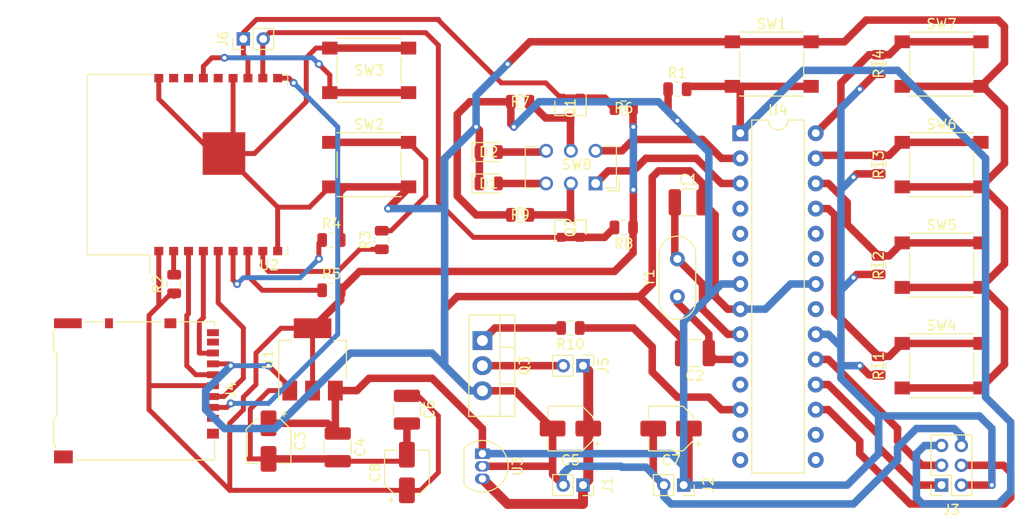
<source format=kicad_pcb>
(kicad_pcb (version 20171130) (host pcbnew "(5.1.6)-1")

  (general
    (thickness 1.6)
    (drawings 4)
    (tracks 441)
    (zones 0)
    (modules 46)
    (nets 53)
  )

  (page A4)
  (layers
    (0 F.Cu signal)
    (31 B.Cu signal)
    (32 B.Adhes user)
    (33 F.Adhes user)
    (34 B.Paste user)
    (35 F.Paste user)
    (36 B.SilkS user)
    (37 F.SilkS user)
    (38 B.Mask user)
    (39 F.Mask user)
    (40 Dwgs.User user)
    (41 Cmts.User user)
    (42 Eco1.User user)
    (43 Eco2.User user)
    (44 Edge.Cuts user)
    (45 Margin user)
    (46 B.CrtYd user)
    (47 F.CrtYd user)
    (48 B.Fab user)
    (49 F.Fab user)
  )

  (setup
    (last_trace_width 0.76)
    (user_trace_width 0.4)
    (user_trace_width 0.5)
    (user_trace_width 0.76)
    (user_trace_width 1)
    (trace_clearance 0.2)
    (zone_clearance 0.508)
    (zone_45_only no)
    (trace_min 0.2)
    (via_size 0.8)
    (via_drill 0.4)
    (via_min_size 0.4)
    (via_min_drill 0.3)
    (uvia_size 0.3)
    (uvia_drill 0.1)
    (uvias_allowed no)
    (uvia_min_size 0.2)
    (uvia_min_drill 0.1)
    (edge_width 0.1)
    (segment_width 0.2)
    (pcb_text_width 0.3)
    (pcb_text_size 1.5 1.5)
    (mod_edge_width 0.15)
    (mod_text_size 1 1)
    (mod_text_width 0.15)
    (pad_size 1.524 1.524)
    (pad_drill 0.762)
    (pad_to_mask_clearance 0)
    (aux_axis_origin 0 0)
    (visible_elements 7FFFFFFF)
    (pcbplotparams
      (layerselection 0x010fc_ffffffff)
      (usegerberextensions false)
      (usegerberattributes true)
      (usegerberadvancedattributes true)
      (creategerberjobfile true)
      (excludeedgelayer true)
      (linewidth 0.100000)
      (plotframeref false)
      (viasonmask false)
      (mode 1)
      (useauxorigin false)
      (hpglpennumber 1)
      (hpglpenspeed 20)
      (hpglpendiameter 15.000000)
      (psnegative false)
      (psa4output false)
      (plotreference true)
      (plotvalue true)
      (plotinvisibletext false)
      (padsonsilk false)
      (subtractmaskfromsilk false)
      (outputformat 1)
      (mirror false)
      (drillshape 0)
      (scaleselection 1)
      (outputdirectory ""))
  )

  (net 0 "")
  (net 1 "Net-(U2-Pad14)")
  (net 2 "Net-(U2-Pad16)")
  (net 3 "Net-(U2-Pad17)")
  (net 4 "Net-(U4-Pad14)")
  (net 5 "Net-(U4-Pad13)")
  (net 6 "Net-(U4-Pad11)")
  (net 7 "Net-(U4-Pad24)")
  (net 8 "Net-(U4-Pad23)")
  (net 9 "Net-(U4-Pad21)")
  (net 10 "Net-(U4-Pad6)")
  (net 11 "Net-(U4-Pad5)")
  (net 12 "Net-(U4-Pad4)")
  (net 13 "Net-(U4-Pad16)")
  (net 14 "Net-(U4-Pad15)")
  (net 15 "Net-(C2-Pad1)")
  (net 16 "Net-(C1-Pad1)")
  (net 17 GND)
  (net 18 +5V)
  (net 19 /RESET)
  (net 20 +3V3)
  (net 21 "Net-(R2-Pad2)")
  (net 22 "Net-(R3-Pad1)")
  (net 23 "Net-(R4-Pad1)")
  (net 24 "Net-(R5-Pad1)")
  (net 25 /SCLK_ESP)
  (net 26 /MISO_ESP)
  (net 27 /MOSI_ESP)
  (net 28 /SD_CS)
  (net 29 /SCK)
  (net 30 /MISO)
  (net 31 /MOSI)
  (net 32 "Net-(J4-Pad1)")
  (net 33 "Net-(J4-Pad8)")
  (net 34 "Net-(J4-Pad9)")
  (net 35 "Net-(J5-Pad2)")
  (net 36 +24V)
  (net 37 /TX_ATMEGA)
  (net 38 /RX_ESP)
  (net 39 /RX_ATMEGA)
  (net 40 /TX_ESP)
  (net 41 "Net-(Q3-Pad1)")
  (net 42 "Net-(R3-Pad2)")
  (net 43 /PWM)
  (net 44 /BUTTON1)
  (net 45 /BUTTON2)
  (net 46 /BUTTON3)
  (net 47 /BUTTON4)
  (net 48 "Net-(SW3-Pad2)")
  (net 49 "Net-(D1-Pad2)")
  (net 50 "Net-(D2-Pad2)")
  (net 51 "Net-(Q1-Pad3)")
  (net 52 "Net-(Q2-Pad3)")

  (net_class Default "This is the default net class."
    (clearance 0.2)
    (trace_width 0.25)
    (via_dia 0.8)
    (via_drill 0.4)
    (uvia_dia 0.3)
    (uvia_drill 0.1)
    (add_net +24V)
    (add_net +3V3)
    (add_net +5V)
    (add_net /BUTTON1)
    (add_net /BUTTON2)
    (add_net /BUTTON3)
    (add_net /BUTTON4)
    (add_net /MISO)
    (add_net /MISO_ESP)
    (add_net /MOSI)
    (add_net /MOSI_ESP)
    (add_net /PWM)
    (add_net /RESET)
    (add_net /RX_ATMEGA)
    (add_net /RX_ESP)
    (add_net /SCK)
    (add_net /SCLK_ESP)
    (add_net /SD_CS)
    (add_net /TX_ATMEGA)
    (add_net /TX_ESP)
    (add_net GND)
    (add_net "Net-(C1-Pad1)")
    (add_net "Net-(C2-Pad1)")
    (add_net "Net-(D1-Pad2)")
    (add_net "Net-(D2-Pad2)")
    (add_net "Net-(J4-Pad1)")
    (add_net "Net-(J4-Pad8)")
    (add_net "Net-(J4-Pad9)")
    (add_net "Net-(J5-Pad2)")
    (add_net "Net-(Q1-Pad3)")
    (add_net "Net-(Q2-Pad3)")
    (add_net "Net-(Q3-Pad1)")
    (add_net "Net-(R2-Pad2)")
    (add_net "Net-(R3-Pad1)")
    (add_net "Net-(R3-Pad2)")
    (add_net "Net-(R4-Pad1)")
    (add_net "Net-(R5-Pad1)")
    (add_net "Net-(SW3-Pad2)")
    (add_net "Net-(U2-Pad14)")
    (add_net "Net-(U2-Pad16)")
    (add_net "Net-(U2-Pad17)")
    (add_net "Net-(U4-Pad11)")
    (add_net "Net-(U4-Pad13)")
    (add_net "Net-(U4-Pad14)")
    (add_net "Net-(U4-Pad15)")
    (add_net "Net-(U4-Pad16)")
    (add_net "Net-(U4-Pad21)")
    (add_net "Net-(U4-Pad23)")
    (add_net "Net-(U4-Pad24)")
    (add_net "Net-(U4-Pad4)")
    (add_net "Net-(U4-Pad5)")
    (add_net "Net-(U4-Pad6)")
  )

  (module Button_Switch_SMD:SW_Push_1P1T_NO_6x6mm_H9.5mm (layer F.Cu) (tedit 5CA1CA7F) (tstamp 5F409195)
    (at 130.175 139.7)
    (descr "tactile push button, 6x6mm e.g. PTS645xx series, height=9.5mm")
    (tags "tact sw push 6mm smd")
    (path /5F444870)
    (attr smd)
    (fp_text reference SW5 (at 0 -4.05) (layer F.SilkS)
      (effects (font (size 1 1) (thickness 0.15)))
    )
    (fp_text value -5 (at 0 4.15) (layer F.Fab)
      (effects (font (size 1 1) (thickness 0.15)))
    )
    (fp_text user %R (at 0 -4.05) (layer F.Fab)
      (effects (font (size 1 1) (thickness 0.15)))
    )
    (fp_line (start -3 -3) (end -3 3) (layer F.Fab) (width 0.1))
    (fp_line (start -3 3) (end 3 3) (layer F.Fab) (width 0.1))
    (fp_line (start 3 3) (end 3 -3) (layer F.Fab) (width 0.1))
    (fp_line (start 3 -3) (end -3 -3) (layer F.Fab) (width 0.1))
    (fp_line (start 5 3.25) (end 5 -3.25) (layer F.CrtYd) (width 0.05))
    (fp_line (start -5 -3.25) (end -5 3.25) (layer F.CrtYd) (width 0.05))
    (fp_line (start -5 3.25) (end 5 3.25) (layer F.CrtYd) (width 0.05))
    (fp_line (start -5 -3.25) (end 5 -3.25) (layer F.CrtYd) (width 0.05))
    (fp_line (start 3.23 -3.23) (end 3.23 -3.2) (layer F.SilkS) (width 0.12))
    (fp_line (start 3.23 3.23) (end 3.23 3.2) (layer F.SilkS) (width 0.12))
    (fp_line (start -3.23 3.23) (end -3.23 3.2) (layer F.SilkS) (width 0.12))
    (fp_line (start -3.23 -3.2) (end -3.23 -3.23) (layer F.SilkS) (width 0.12))
    (fp_line (start 3.23 -1.3) (end 3.23 1.3) (layer F.SilkS) (width 0.12))
    (fp_line (start -3.23 -3.23) (end 3.23 -3.23) (layer F.SilkS) (width 0.12))
    (fp_line (start -3.23 -1.3) (end -3.23 1.3) (layer F.SilkS) (width 0.12))
    (fp_line (start -3.23 3.23) (end 3.23 3.23) (layer F.SilkS) (width 0.12))
    (fp_circle (center 0 0) (end 1.75 -0.05) (layer F.Fab) (width 0.1))
    (pad 2 smd rect (at 3.975 2.25) (size 1.55 1.3) (layers F.Cu F.Paste F.Mask)
      (net 17 GND))
    (pad 1 smd rect (at 3.975 -2.25) (size 1.55 1.3) (layers F.Cu F.Paste F.Mask)
      (net 45 /BUTTON2))
    (pad 1 smd rect (at -3.975 -2.25) (size 1.55 1.3) (layers F.Cu F.Paste F.Mask)
      (net 45 /BUTTON2))
    (pad 2 smd rect (at -3.975 2.25) (size 1.55 1.3) (layers F.Cu F.Paste F.Mask)
      (net 17 GND))
    (model ${KISYS3DMOD}/Button_Switch_SMD.3dshapes/SW_PUSH_6mm_H9.5mm.wrl
      (at (xyz 0 0 0))
      (scale (xyz 1 1 1))
      (rotate (xyz 0 0 0))
    )
  )

  (module Button_Switch_SMD:SW_Push_1P1T_NO_6x6mm_H9.5mm (layer F.Cu) (tedit 5CA1CA7F) (tstamp 5F4091D3)
    (at 130.175 119.38)
    (descr "tactile push button, 6x6mm e.g. PTS645xx series, height=9.5mm")
    (tags "tact sw push 6mm smd")
    (path /5F449BB6)
    (attr smd)
    (fp_text reference SW7 (at 0 -4.05) (layer F.SilkS)
      (effects (font (size 1 1) (thickness 0.15)))
    )
    (fp_text value -10 (at 0 4.15) (layer F.Fab)
      (effects (font (size 1 1) (thickness 0.15)))
    )
    (fp_text user %R (at 0 -4.05) (layer F.Fab)
      (effects (font (size 1 1) (thickness 0.15)))
    )
    (fp_line (start -3 -3) (end -3 3) (layer F.Fab) (width 0.1))
    (fp_line (start -3 3) (end 3 3) (layer F.Fab) (width 0.1))
    (fp_line (start 3 3) (end 3 -3) (layer F.Fab) (width 0.1))
    (fp_line (start 3 -3) (end -3 -3) (layer F.Fab) (width 0.1))
    (fp_line (start 5 3.25) (end 5 -3.25) (layer F.CrtYd) (width 0.05))
    (fp_line (start -5 -3.25) (end -5 3.25) (layer F.CrtYd) (width 0.05))
    (fp_line (start -5 3.25) (end 5 3.25) (layer F.CrtYd) (width 0.05))
    (fp_line (start -5 -3.25) (end 5 -3.25) (layer F.CrtYd) (width 0.05))
    (fp_line (start 3.23 -3.23) (end 3.23 -3.2) (layer F.SilkS) (width 0.12))
    (fp_line (start 3.23 3.23) (end 3.23 3.2) (layer F.SilkS) (width 0.12))
    (fp_line (start -3.23 3.23) (end -3.23 3.2) (layer F.SilkS) (width 0.12))
    (fp_line (start -3.23 -3.2) (end -3.23 -3.23) (layer F.SilkS) (width 0.12))
    (fp_line (start 3.23 -1.3) (end 3.23 1.3) (layer F.SilkS) (width 0.12))
    (fp_line (start -3.23 -3.23) (end 3.23 -3.23) (layer F.SilkS) (width 0.12))
    (fp_line (start -3.23 -1.3) (end -3.23 1.3) (layer F.SilkS) (width 0.12))
    (fp_line (start -3.23 3.23) (end 3.23 3.23) (layer F.SilkS) (width 0.12))
    (fp_circle (center 0 0) (end 1.75 -0.05) (layer F.Fab) (width 0.1))
    (pad 2 smd rect (at 3.975 2.25) (size 1.55 1.3) (layers F.Cu F.Paste F.Mask)
      (net 17 GND))
    (pad 1 smd rect (at 3.975 -2.25) (size 1.55 1.3) (layers F.Cu F.Paste F.Mask)
      (net 47 /BUTTON4))
    (pad 1 smd rect (at -3.975 -2.25) (size 1.55 1.3) (layers F.Cu F.Paste F.Mask)
      (net 47 /BUTTON4))
    (pad 2 smd rect (at -3.975 2.25) (size 1.55 1.3) (layers F.Cu F.Paste F.Mask)
      (net 17 GND))
    (model ${KISYS3DMOD}/Button_Switch_SMD.3dshapes/SW_PUSH_6mm_H9.5mm.wrl
      (at (xyz 0 0 0))
      (scale (xyz 1 1 1))
      (rotate (xyz 0 0 0))
    )
  )

  (module Button_Switch_SMD:SW_Push_1P1T_NO_6x6mm_H9.5mm (layer F.Cu) (tedit 5CA1CA7F) (tstamp 5F4091B4)
    (at 130.175 129.54)
    (descr "tactile push button, 6x6mm e.g. PTS645xx series, height=9.5mm")
    (tags "tact sw push 6mm smd")
    (path /5F44915E)
    (attr smd)
    (fp_text reference SW6 (at 0 -4.05) (layer F.SilkS)
      (effects (font (size 1 1) (thickness 0.15)))
    )
    (fp_text value +10 (at 0 4.15) (layer F.Fab)
      (effects (font (size 1 1) (thickness 0.15)))
    )
    (fp_text user %R (at 0 -4.05) (layer F.Fab)
      (effects (font (size 1 1) (thickness 0.15)))
    )
    (fp_line (start -3 -3) (end -3 3) (layer F.Fab) (width 0.1))
    (fp_line (start -3 3) (end 3 3) (layer F.Fab) (width 0.1))
    (fp_line (start 3 3) (end 3 -3) (layer F.Fab) (width 0.1))
    (fp_line (start 3 -3) (end -3 -3) (layer F.Fab) (width 0.1))
    (fp_line (start 5 3.25) (end 5 -3.25) (layer F.CrtYd) (width 0.05))
    (fp_line (start -5 -3.25) (end -5 3.25) (layer F.CrtYd) (width 0.05))
    (fp_line (start -5 3.25) (end 5 3.25) (layer F.CrtYd) (width 0.05))
    (fp_line (start -5 -3.25) (end 5 -3.25) (layer F.CrtYd) (width 0.05))
    (fp_line (start 3.23 -3.23) (end 3.23 -3.2) (layer F.SilkS) (width 0.12))
    (fp_line (start 3.23 3.23) (end 3.23 3.2) (layer F.SilkS) (width 0.12))
    (fp_line (start -3.23 3.23) (end -3.23 3.2) (layer F.SilkS) (width 0.12))
    (fp_line (start -3.23 -3.2) (end -3.23 -3.23) (layer F.SilkS) (width 0.12))
    (fp_line (start 3.23 -1.3) (end 3.23 1.3) (layer F.SilkS) (width 0.12))
    (fp_line (start -3.23 -3.23) (end 3.23 -3.23) (layer F.SilkS) (width 0.12))
    (fp_line (start -3.23 -1.3) (end -3.23 1.3) (layer F.SilkS) (width 0.12))
    (fp_line (start -3.23 3.23) (end 3.23 3.23) (layer F.SilkS) (width 0.12))
    (fp_circle (center 0 0) (end 1.75 -0.05) (layer F.Fab) (width 0.1))
    (pad 2 smd rect (at 3.975 2.25) (size 1.55 1.3) (layers F.Cu F.Paste F.Mask)
      (net 17 GND))
    (pad 1 smd rect (at 3.975 -2.25) (size 1.55 1.3) (layers F.Cu F.Paste F.Mask)
      (net 46 /BUTTON3))
    (pad 1 smd rect (at -3.975 -2.25) (size 1.55 1.3) (layers F.Cu F.Paste F.Mask)
      (net 46 /BUTTON3))
    (pad 2 smd rect (at -3.975 2.25) (size 1.55 1.3) (layers F.Cu F.Paste F.Mask)
      (net 17 GND))
    (model ${KISYS3DMOD}/Button_Switch_SMD.3dshapes/SW_PUSH_6mm_H9.5mm.wrl
      (at (xyz 0 0 0))
      (scale (xyz 1 1 1))
      (rotate (xyz 0 0 0))
    )
  )

  (module Button_Switch_SMD:SW_Push_1P1T_NO_6x6mm_H9.5mm (layer F.Cu) (tedit 5CA1CA7F) (tstamp 5F409176)
    (at 130.175 149.86)
    (descr "tactile push button, 6x6mm e.g. PTS645xx series, height=9.5mm")
    (tags "tact sw push 6mm smd")
    (path /5F439EFE)
    (attr smd)
    (fp_text reference SW4 (at 0 -4.05) (layer F.SilkS)
      (effects (font (size 1 1) (thickness 0.15)))
    )
    (fp_text value +5 (at 0 4.15) (layer F.Fab)
      (effects (font (size 1 1) (thickness 0.15)))
    )
    (fp_text user %R (at 0 -4.05) (layer F.Fab)
      (effects (font (size 1 1) (thickness 0.15)))
    )
    (fp_line (start -3 -3) (end -3 3) (layer F.Fab) (width 0.1))
    (fp_line (start -3 3) (end 3 3) (layer F.Fab) (width 0.1))
    (fp_line (start 3 3) (end 3 -3) (layer F.Fab) (width 0.1))
    (fp_line (start 3 -3) (end -3 -3) (layer F.Fab) (width 0.1))
    (fp_line (start 5 3.25) (end 5 -3.25) (layer F.CrtYd) (width 0.05))
    (fp_line (start -5 -3.25) (end -5 3.25) (layer F.CrtYd) (width 0.05))
    (fp_line (start -5 3.25) (end 5 3.25) (layer F.CrtYd) (width 0.05))
    (fp_line (start -5 -3.25) (end 5 -3.25) (layer F.CrtYd) (width 0.05))
    (fp_line (start 3.23 -3.23) (end 3.23 -3.2) (layer F.SilkS) (width 0.12))
    (fp_line (start 3.23 3.23) (end 3.23 3.2) (layer F.SilkS) (width 0.12))
    (fp_line (start -3.23 3.23) (end -3.23 3.2) (layer F.SilkS) (width 0.12))
    (fp_line (start -3.23 -3.2) (end -3.23 -3.23) (layer F.SilkS) (width 0.12))
    (fp_line (start 3.23 -1.3) (end 3.23 1.3) (layer F.SilkS) (width 0.12))
    (fp_line (start -3.23 -3.23) (end 3.23 -3.23) (layer F.SilkS) (width 0.12))
    (fp_line (start -3.23 -1.3) (end -3.23 1.3) (layer F.SilkS) (width 0.12))
    (fp_line (start -3.23 3.23) (end 3.23 3.23) (layer F.SilkS) (width 0.12))
    (fp_circle (center 0 0) (end 1.75 -0.05) (layer F.Fab) (width 0.1))
    (pad 2 smd rect (at 3.975 2.25) (size 1.55 1.3) (layers F.Cu F.Paste F.Mask)
      (net 17 GND))
    (pad 1 smd rect (at 3.975 -2.25) (size 1.55 1.3) (layers F.Cu F.Paste F.Mask)
      (net 44 /BUTTON1))
    (pad 1 smd rect (at -3.975 -2.25) (size 1.55 1.3) (layers F.Cu F.Paste F.Mask)
      (net 44 /BUTTON1))
    (pad 2 smd rect (at -3.975 2.25) (size 1.55 1.3) (layers F.Cu F.Paste F.Mask)
      (net 17 GND))
    (model ${KISYS3DMOD}/Button_Switch_SMD.3dshapes/SW_PUSH_6mm_H9.5mm.wrl
      (at (xyz 0 0 0))
      (scale (xyz 1 1 1))
      (rotate (xyz 0 0 0))
    )
  )

  (module Button_Switch_SMD:SW_Push_1P1T_NO_6x6mm_H9.5mm (layer F.Cu) (tedit 5CA1CA7F) (tstamp 5F409157)
    (at 72.39 120.015)
    (descr "tactile push button, 6x6mm e.g. PTS645xx series, height=9.5mm")
    (tags "tact sw push 6mm smd")
    (path /5F576786)
    (attr smd)
    (fp_text reference SW3 (at 0 0) (layer F.SilkS)
      (effects (font (size 1 1) (thickness 0.15)))
    )
    (fp_text value RESET_ESP (at 0 4.15) (layer F.Fab)
      (effects (font (size 1 1) (thickness 0.15)))
    )
    (fp_line (start -3 -3) (end -3 3) (layer F.Fab) (width 0.1))
    (fp_line (start -3 3) (end 3 3) (layer F.Fab) (width 0.1))
    (fp_line (start 3 3) (end 3 -3) (layer F.Fab) (width 0.1))
    (fp_line (start 3 -3) (end -3 -3) (layer F.Fab) (width 0.1))
    (fp_line (start 5 3.25) (end 5 -3.25) (layer F.CrtYd) (width 0.05))
    (fp_line (start -5 -3.25) (end -5 3.25) (layer F.CrtYd) (width 0.05))
    (fp_line (start -5 3.25) (end 5 3.25) (layer F.CrtYd) (width 0.05))
    (fp_line (start -5 -3.25) (end 5 -3.25) (layer F.CrtYd) (width 0.05))
    (fp_line (start 3.23 -3.23) (end 3.23 -3.2) (layer F.SilkS) (width 0.12))
    (fp_line (start 3.23 3.23) (end 3.23 3.2) (layer F.SilkS) (width 0.12))
    (fp_line (start -3.23 3.23) (end -3.23 3.2) (layer F.SilkS) (width 0.12))
    (fp_line (start -3.23 -3.2) (end -3.23 -3.23) (layer F.SilkS) (width 0.12))
    (fp_line (start 3.23 -1.3) (end 3.23 1.3) (layer F.SilkS) (width 0.12))
    (fp_line (start -3.23 -3.23) (end 3.23 -3.23) (layer F.SilkS) (width 0.12))
    (fp_line (start -3.23 -1.3) (end -3.23 1.3) (layer F.SilkS) (width 0.12))
    (fp_line (start -3.23 3.23) (end 3.23 3.23) (layer F.SilkS) (width 0.12))
    (fp_circle (center 0 0) (end 1.75 -0.05) (layer F.Fab) (width 0.1))
    (pad 2 smd rect (at 3.975 2.25) (size 1.55 1.3) (layers F.Cu F.Paste F.Mask)
      (net 48 "Net-(SW3-Pad2)"))
    (pad 1 smd rect (at 3.975 -2.25) (size 1.55 1.3) (layers F.Cu F.Paste F.Mask)
      (net 17 GND))
    (pad 1 smd rect (at -3.975 -2.25) (size 1.55 1.3) (layers F.Cu F.Paste F.Mask)
      (net 17 GND))
    (pad 2 smd rect (at -3.975 2.25) (size 1.55 1.3) (layers F.Cu F.Paste F.Mask)
      (net 48 "Net-(SW3-Pad2)"))
    (model ${KISYS3DMOD}/Button_Switch_SMD.3dshapes/SW_PUSH_6mm_H9.5mm.wrl
      (at (xyz 0 0 0))
      (scale (xyz 1 1 1))
      (rotate (xyz 0 0 0))
    )
  )

  (module Button_Switch_SMD:SW_Push_1P1T_NO_6x6mm_H9.5mm (layer F.Cu) (tedit 5CA1CA7F) (tstamp 5F423B05)
    (at 72.39 129.54)
    (descr "tactile push button, 6x6mm e.g. PTS645xx series, height=9.5mm")
    (tags "tact sw push 6mm smd")
    (path /5F458351)
    (attr smd)
    (fp_text reference SW2 (at 0 -4.05) (layer F.SilkS)
      (effects (font (size 1 1) (thickness 0.15)))
    )
    (fp_text value FLASH (at 0 4.15) (layer F.Fab)
      (effects (font (size 1 1) (thickness 0.15)))
    )
    (fp_text user %R (at 0 -4.05) (layer F.Fab)
      (effects (font (size 1 1) (thickness 0.15)))
    )
    (fp_line (start -3 -3) (end -3 3) (layer F.Fab) (width 0.1))
    (fp_line (start -3 3) (end 3 3) (layer F.Fab) (width 0.1))
    (fp_line (start 3 3) (end 3 -3) (layer F.Fab) (width 0.1))
    (fp_line (start 3 -3) (end -3 -3) (layer F.Fab) (width 0.1))
    (fp_line (start 5 3.25) (end 5 -3.25) (layer F.CrtYd) (width 0.05))
    (fp_line (start -5 -3.25) (end -5 3.25) (layer F.CrtYd) (width 0.05))
    (fp_line (start -5 3.25) (end 5 3.25) (layer F.CrtYd) (width 0.05))
    (fp_line (start -5 -3.25) (end 5 -3.25) (layer F.CrtYd) (width 0.05))
    (fp_line (start 3.23 -3.23) (end 3.23 -3.2) (layer F.SilkS) (width 0.12))
    (fp_line (start 3.23 3.23) (end 3.23 3.2) (layer F.SilkS) (width 0.12))
    (fp_line (start -3.23 3.23) (end -3.23 3.2) (layer F.SilkS) (width 0.12))
    (fp_line (start -3.23 -3.2) (end -3.23 -3.23) (layer F.SilkS) (width 0.12))
    (fp_line (start 3.23 -1.3) (end 3.23 1.3) (layer F.SilkS) (width 0.12))
    (fp_line (start -3.23 -3.23) (end 3.23 -3.23) (layer F.SilkS) (width 0.12))
    (fp_line (start -3.23 -1.3) (end -3.23 1.3) (layer F.SilkS) (width 0.12))
    (fp_line (start -3.23 3.23) (end 3.23 3.23) (layer F.SilkS) (width 0.12))
    (fp_circle (center 0 0) (end 1.75 -0.05) (layer F.Fab) (width 0.1))
    (pad 2 smd rect (at 3.975 2.25) (size 1.55 1.3) (layers F.Cu F.Paste F.Mask)
      (net 17 GND))
    (pad 1 smd rect (at 3.975 -2.25) (size 1.55 1.3) (layers F.Cu F.Paste F.Mask)
      (net 42 "Net-(R3-Pad2)"))
    (pad 1 smd rect (at -3.975 -2.25) (size 1.55 1.3) (layers F.Cu F.Paste F.Mask)
      (net 42 "Net-(R3-Pad2)"))
    (pad 2 smd rect (at -3.975 2.25) (size 1.55 1.3) (layers F.Cu F.Paste F.Mask)
      (net 17 GND))
    (model ${KISYS3DMOD}/Button_Switch_SMD.3dshapes/SW_PUSH_6mm_H9.5mm.wrl
      (at (xyz 0 0 0))
      (scale (xyz 1 1 1))
      (rotate (xyz 0 0 0))
    )
  )

  (module Button_Switch_SMD:SW_Push_1P1T_NO_6x6mm_H9.5mm (layer F.Cu) (tedit 5CA1CA7F) (tstamp 5F4029C7)
    (at 113.03 119.38)
    (descr "tactile push button, 6x6mm e.g. PTS645xx series, height=9.5mm")
    (tags "tact sw push 6mm smd")
    (path /5F429892)
    (attr smd)
    (fp_text reference SW1 (at 0 -4.05) (layer F.SilkS)
      (effects (font (size 1 1) (thickness 0.15)))
    )
    (fp_text value "RESET ATMEGA" (at 0 4.15) (layer F.Fab)
      (effects (font (size 1 1) (thickness 0.15)))
    )
    (fp_text user %R (at 0 -4.05) (layer F.Fab)
      (effects (font (size 1 1) (thickness 0.15)))
    )
    (fp_line (start -3 -3) (end -3 3) (layer F.Fab) (width 0.1))
    (fp_line (start -3 3) (end 3 3) (layer F.Fab) (width 0.1))
    (fp_line (start 3 3) (end 3 -3) (layer F.Fab) (width 0.1))
    (fp_line (start 3 -3) (end -3 -3) (layer F.Fab) (width 0.1))
    (fp_line (start 5 3.25) (end 5 -3.25) (layer F.CrtYd) (width 0.05))
    (fp_line (start -5 -3.25) (end -5 3.25) (layer F.CrtYd) (width 0.05))
    (fp_line (start -5 3.25) (end 5 3.25) (layer F.CrtYd) (width 0.05))
    (fp_line (start -5 -3.25) (end 5 -3.25) (layer F.CrtYd) (width 0.05))
    (fp_line (start 3.23 -3.23) (end 3.23 -3.2) (layer F.SilkS) (width 0.12))
    (fp_line (start 3.23 3.23) (end 3.23 3.2) (layer F.SilkS) (width 0.12))
    (fp_line (start -3.23 3.23) (end -3.23 3.2) (layer F.SilkS) (width 0.12))
    (fp_line (start -3.23 -3.2) (end -3.23 -3.23) (layer F.SilkS) (width 0.12))
    (fp_line (start 3.23 -1.3) (end 3.23 1.3) (layer F.SilkS) (width 0.12))
    (fp_line (start -3.23 -3.23) (end 3.23 -3.23) (layer F.SilkS) (width 0.12))
    (fp_line (start -3.23 -1.3) (end -3.23 1.3) (layer F.SilkS) (width 0.12))
    (fp_line (start -3.23 3.23) (end 3.23 3.23) (layer F.SilkS) (width 0.12))
    (fp_circle (center 0 0) (end 1.75 -0.05) (layer F.Fab) (width 0.1))
    (pad 2 smd rect (at 3.975 2.25) (size 1.55 1.3) (layers F.Cu F.Paste F.Mask)
      (net 19 /RESET))
    (pad 1 smd rect (at 3.975 -2.25) (size 1.55 1.3) (layers F.Cu F.Paste F.Mask)
      (net 17 GND))
    (pad 1 smd rect (at -3.975 -2.25) (size 1.55 1.3) (layers F.Cu F.Paste F.Mask)
      (net 17 GND))
    (pad 2 smd rect (at -3.975 2.25) (size 1.55 1.3) (layers F.Cu F.Paste F.Mask)
      (net 19 /RESET))
    (model ${KISYS3DMOD}/Button_Switch_SMD.3dshapes/SW_PUSH_6mm_H9.5mm.wrl
      (at (xyz 0 0 0))
      (scale (xyz 1 1 1))
      (rotate (xyz 0 0 0))
    )
  )

  (module LED_SMD:LED_0805_2012Metric (layer F.Cu) (tedit 5B36C52C) (tstamp 5F416ED2)
    (at 84.455 128.27)
    (descr "LED SMD 0805 (2012 Metric), square (rectangular) end terminal, IPC_7351 nominal, (Body size source: https://docs.google.com/spreadsheets/d/1BsfQQcO9C6DZCsRaXUlFlo91Tg2WpOkGARC1WS5S8t0/edit?usp=sharing), generated with kicad-footprint-generator")
    (tags diode)
    (path /5F5AE50A)
    (attr smd)
    (fp_text reference D2 (at 0 0) (layer F.SilkS)
      (effects (font (size 1 1) (thickness 0.15)))
    )
    (fp_text value LED (at 0 1.65) (layer F.Fab)
      (effects (font (size 1 1) (thickness 0.15)))
    )
    (fp_text user %R (at 0 0) (layer F.Fab)
      (effects (font (size 0.5 0.5) (thickness 0.08)))
    )
    (fp_line (start 1 -0.6) (end -0.7 -0.6) (layer F.Fab) (width 0.1))
    (fp_line (start -0.7 -0.6) (end -1 -0.3) (layer F.Fab) (width 0.1))
    (fp_line (start -1 -0.3) (end -1 0.6) (layer F.Fab) (width 0.1))
    (fp_line (start -1 0.6) (end 1 0.6) (layer F.Fab) (width 0.1))
    (fp_line (start 1 0.6) (end 1 -0.6) (layer F.Fab) (width 0.1))
    (fp_line (start 1 -0.96) (end -1.685 -0.96) (layer F.SilkS) (width 0.12))
    (fp_line (start -1.685 -0.96) (end -1.685 0.96) (layer F.SilkS) (width 0.12))
    (fp_line (start -1.685 0.96) (end 1 0.96) (layer F.SilkS) (width 0.12))
    (fp_line (start -1.68 0.95) (end -1.68 -0.95) (layer F.CrtYd) (width 0.05))
    (fp_line (start -1.68 -0.95) (end 1.68 -0.95) (layer F.CrtYd) (width 0.05))
    (fp_line (start 1.68 -0.95) (end 1.68 0.95) (layer F.CrtYd) (width 0.05))
    (fp_line (start 1.68 0.95) (end -1.68 0.95) (layer F.CrtYd) (width 0.05))
    (pad 2 smd roundrect (at 0.9375 0) (size 0.975 1.4) (layers F.Cu F.Paste F.Mask) (roundrect_rratio 0.25)
      (net 50 "Net-(D2-Pad2)"))
    (pad 1 smd roundrect (at -0.9375 0) (size 0.975 1.4) (layers F.Cu F.Paste F.Mask) (roundrect_rratio 0.25)
      (net 17 GND))
    (model ${KISYS3DMOD}/LED_SMD.3dshapes/LED_0805_2012Metric.wrl
      (at (xyz 0 0 0))
      (scale (xyz 1 1 1))
      (rotate (xyz 0 0 0))
    )
  )

  (module LED_SMD:LED_0805_2012Metric (layer F.Cu) (tedit 5B36C52C) (tstamp 5F416EC1)
    (at 84.455 131.445)
    (descr "LED SMD 0805 (2012 Metric), square (rectangular) end terminal, IPC_7351 nominal, (Body size source: https://docs.google.com/spreadsheets/d/1BsfQQcO9C6DZCsRaXUlFlo91Tg2WpOkGARC1WS5S8t0/edit?usp=sharing), generated with kicad-footprint-generator")
    (tags diode)
    (path /5F5AB990)
    (attr smd)
    (fp_text reference D1 (at 0 0) (layer F.SilkS)
      (effects (font (size 1 1) (thickness 0.15)))
    )
    (fp_text value LED (at 0 1.65) (layer F.Fab)
      (effects (font (size 1 1) (thickness 0.15)))
    )
    (fp_text user %R (at 0 0) (layer F.Fab)
      (effects (font (size 0.5 0.5) (thickness 0.08)))
    )
    (fp_line (start 1 -0.6) (end -0.7 -0.6) (layer F.Fab) (width 0.1))
    (fp_line (start -0.7 -0.6) (end -1 -0.3) (layer F.Fab) (width 0.1))
    (fp_line (start -1 -0.3) (end -1 0.6) (layer F.Fab) (width 0.1))
    (fp_line (start -1 0.6) (end 1 0.6) (layer F.Fab) (width 0.1))
    (fp_line (start 1 0.6) (end 1 -0.6) (layer F.Fab) (width 0.1))
    (fp_line (start 1 -0.96) (end -1.685 -0.96) (layer F.SilkS) (width 0.12))
    (fp_line (start -1.685 -0.96) (end -1.685 0.96) (layer F.SilkS) (width 0.12))
    (fp_line (start -1.685 0.96) (end 1 0.96) (layer F.SilkS) (width 0.12))
    (fp_line (start -1.68 0.95) (end -1.68 -0.95) (layer F.CrtYd) (width 0.05))
    (fp_line (start -1.68 -0.95) (end 1.68 -0.95) (layer F.CrtYd) (width 0.05))
    (fp_line (start 1.68 -0.95) (end 1.68 0.95) (layer F.CrtYd) (width 0.05))
    (fp_line (start 1.68 0.95) (end -1.68 0.95) (layer F.CrtYd) (width 0.05))
    (pad 2 smd roundrect (at 0.9375 0) (size 0.975 1.4) (layers F.Cu F.Paste F.Mask) (roundrect_rratio 0.25)
      (net 49 "Net-(D1-Pad2)"))
    (pad 1 smd roundrect (at -0.9375 0) (size 0.975 1.4) (layers F.Cu F.Paste F.Mask) (roundrect_rratio 0.25)
      (net 17 GND))
    (model ${KISYS3DMOD}/LED_SMD.3dshapes/LED_0805_2012Metric.wrl
      (at (xyz 0 0 0))
      (scale (xyz 1 1 1))
      (rotate (xyz 0 0 0))
    )
  )

  (module Capacitor_SMD:CP_Elec_4x4.5 (layer F.Cu) (tedit 5BCA39CF) (tstamp 5F3FF0FE)
    (at 76.2 160.655 90)
    (descr "SMD capacitor, aluminum electrolytic, Nichicon, 4.0x4.5mm")
    (tags "capacitor electrolytic")
    (path /5F45FC54)
    (attr smd)
    (fp_text reference C8 (at 0 -3.2 90) (layer F.SilkS)
      (effects (font (size 1 1) (thickness 0.15)))
    )
    (fp_text value 10uF (at 0 3.2 90) (layer F.Fab)
      (effects (font (size 1 1) (thickness 0.15)))
    )
    (fp_text user %R (at 0 0 90) (layer F.Fab)
      (effects (font (size 0.8 0.8) (thickness 0.12)))
    )
    (fp_circle (center 0 0) (end 2 0) (layer F.Fab) (width 0.1))
    (fp_line (start 2.15 -2.15) (end 2.15 2.15) (layer F.Fab) (width 0.1))
    (fp_line (start -1.15 -2.15) (end 2.15 -2.15) (layer F.Fab) (width 0.1))
    (fp_line (start -1.15 2.15) (end 2.15 2.15) (layer F.Fab) (width 0.1))
    (fp_line (start -2.15 -1.15) (end -2.15 1.15) (layer F.Fab) (width 0.1))
    (fp_line (start -2.15 -1.15) (end -1.15 -2.15) (layer F.Fab) (width 0.1))
    (fp_line (start -2.15 1.15) (end -1.15 2.15) (layer F.Fab) (width 0.1))
    (fp_line (start -1.574773 -1) (end -1.174773 -1) (layer F.Fab) (width 0.1))
    (fp_line (start -1.374773 -1.2) (end -1.374773 -0.8) (layer F.Fab) (width 0.1))
    (fp_line (start 2.26 2.26) (end 2.26 1.06) (layer F.SilkS) (width 0.12))
    (fp_line (start 2.26 -2.26) (end 2.26 -1.06) (layer F.SilkS) (width 0.12))
    (fp_line (start -1.195563 -2.26) (end 2.26 -2.26) (layer F.SilkS) (width 0.12))
    (fp_line (start -1.195563 2.26) (end 2.26 2.26) (layer F.SilkS) (width 0.12))
    (fp_line (start -2.26 1.195563) (end -2.26 1.06) (layer F.SilkS) (width 0.12))
    (fp_line (start -2.26 -1.195563) (end -2.26 -1.06) (layer F.SilkS) (width 0.12))
    (fp_line (start -2.26 -1.195563) (end -1.195563 -2.26) (layer F.SilkS) (width 0.12))
    (fp_line (start -2.26 1.195563) (end -1.195563 2.26) (layer F.SilkS) (width 0.12))
    (fp_line (start -3 -1.56) (end -2.5 -1.56) (layer F.SilkS) (width 0.12))
    (fp_line (start -2.75 -1.81) (end -2.75 -1.31) (layer F.SilkS) (width 0.12))
    (fp_line (start 2.4 -2.4) (end 2.4 -1.05) (layer F.CrtYd) (width 0.05))
    (fp_line (start 2.4 -1.05) (end 3.35 -1.05) (layer F.CrtYd) (width 0.05))
    (fp_line (start 3.35 -1.05) (end 3.35 1.05) (layer F.CrtYd) (width 0.05))
    (fp_line (start 3.35 1.05) (end 2.4 1.05) (layer F.CrtYd) (width 0.05))
    (fp_line (start 2.4 1.05) (end 2.4 2.4) (layer F.CrtYd) (width 0.05))
    (fp_line (start -1.25 2.4) (end 2.4 2.4) (layer F.CrtYd) (width 0.05))
    (fp_line (start -1.25 -2.4) (end 2.4 -2.4) (layer F.CrtYd) (width 0.05))
    (fp_line (start -2.4 1.25) (end -1.25 2.4) (layer F.CrtYd) (width 0.05))
    (fp_line (start -2.4 -1.25) (end -1.25 -2.4) (layer F.CrtYd) (width 0.05))
    (fp_line (start -2.4 -1.25) (end -2.4 -1.05) (layer F.CrtYd) (width 0.05))
    (fp_line (start -2.4 1.05) (end -2.4 1.25) (layer F.CrtYd) (width 0.05))
    (fp_line (start -2.4 -1.05) (end -3.35 -1.05) (layer F.CrtYd) (width 0.05))
    (fp_line (start -3.35 -1.05) (end -3.35 1.05) (layer F.CrtYd) (width 0.05))
    (fp_line (start -3.35 1.05) (end -2.4 1.05) (layer F.CrtYd) (width 0.05))
    (pad 2 smd roundrect (at 1.8 0 90) (size 2.6 1.6) (layers F.Cu F.Paste F.Mask) (roundrect_rratio 0.15625)
      (net 17 GND))
    (pad 1 smd roundrect (at -1.8 0 90) (size 2.6 1.6) (layers F.Cu F.Paste F.Mask) (roundrect_rratio 0.15625)
      (net 20 +3V3))
    (model ${KISYS3DMOD}/Capacitor_SMD.3dshapes/CP_Elec_4x4.5.wrl
      (at (xyz 0 0 0))
      (scale (xyz 1 1 1))
      (rotate (xyz 0 0 0))
    )
  )

  (module Capacitor_SMD:CP_Elec_4x4.5 (layer F.Cu) (tedit 5BCA39CF) (tstamp 5F3FF092)
    (at 102.87 156.21 180)
    (descr "SMD capacitor, aluminum electrolytic, Nichicon, 4.0x4.5mm")
    (tags "capacitor electrolytic")
    (path /5F471AD6)
    (attr smd)
    (fp_text reference C7 (at 0 -3.2) (layer F.SilkS)
      (effects (font (size 1 1) (thickness 0.15)))
    )
    (fp_text value 0.33uF (at 0 3.2) (layer F.Fab)
      (effects (font (size 1 1) (thickness 0.15)))
    )
    (fp_text user %R (at 0 0) (layer F.Fab)
      (effects (font (size 0.8 0.8) (thickness 0.12)))
    )
    (fp_circle (center 0 0) (end 2 0) (layer F.Fab) (width 0.1))
    (fp_line (start 2.15 -2.15) (end 2.15 2.15) (layer F.Fab) (width 0.1))
    (fp_line (start -1.15 -2.15) (end 2.15 -2.15) (layer F.Fab) (width 0.1))
    (fp_line (start -1.15 2.15) (end 2.15 2.15) (layer F.Fab) (width 0.1))
    (fp_line (start -2.15 -1.15) (end -2.15 1.15) (layer F.Fab) (width 0.1))
    (fp_line (start -2.15 -1.15) (end -1.15 -2.15) (layer F.Fab) (width 0.1))
    (fp_line (start -2.15 1.15) (end -1.15 2.15) (layer F.Fab) (width 0.1))
    (fp_line (start -1.574773 -1) (end -1.174773 -1) (layer F.Fab) (width 0.1))
    (fp_line (start -1.374773 -1.2) (end -1.374773 -0.8) (layer F.Fab) (width 0.1))
    (fp_line (start 2.26 2.26) (end 2.26 1.06) (layer F.SilkS) (width 0.12))
    (fp_line (start 2.26 -2.26) (end 2.26 -1.06) (layer F.SilkS) (width 0.12))
    (fp_line (start -1.195563 -2.26) (end 2.26 -2.26) (layer F.SilkS) (width 0.12))
    (fp_line (start -1.195563 2.26) (end 2.26 2.26) (layer F.SilkS) (width 0.12))
    (fp_line (start -2.26 1.195563) (end -2.26 1.06) (layer F.SilkS) (width 0.12))
    (fp_line (start -2.26 -1.195563) (end -2.26 -1.06) (layer F.SilkS) (width 0.12))
    (fp_line (start -2.26 -1.195563) (end -1.195563 -2.26) (layer F.SilkS) (width 0.12))
    (fp_line (start -2.26 1.195563) (end -1.195563 2.26) (layer F.SilkS) (width 0.12))
    (fp_line (start -3 -1.56) (end -2.5 -1.56) (layer F.SilkS) (width 0.12))
    (fp_line (start -2.75 -1.81) (end -2.75 -1.31) (layer F.SilkS) (width 0.12))
    (fp_line (start 2.4 -2.4) (end 2.4 -1.05) (layer F.CrtYd) (width 0.05))
    (fp_line (start 2.4 -1.05) (end 3.35 -1.05) (layer F.CrtYd) (width 0.05))
    (fp_line (start 3.35 -1.05) (end 3.35 1.05) (layer F.CrtYd) (width 0.05))
    (fp_line (start 3.35 1.05) (end 2.4 1.05) (layer F.CrtYd) (width 0.05))
    (fp_line (start 2.4 1.05) (end 2.4 2.4) (layer F.CrtYd) (width 0.05))
    (fp_line (start -1.25 2.4) (end 2.4 2.4) (layer F.CrtYd) (width 0.05))
    (fp_line (start -1.25 -2.4) (end 2.4 -2.4) (layer F.CrtYd) (width 0.05))
    (fp_line (start -2.4 1.25) (end -1.25 2.4) (layer F.CrtYd) (width 0.05))
    (fp_line (start -2.4 -1.25) (end -1.25 -2.4) (layer F.CrtYd) (width 0.05))
    (fp_line (start -2.4 -1.25) (end -2.4 -1.05) (layer F.CrtYd) (width 0.05))
    (fp_line (start -2.4 1.05) (end -2.4 1.25) (layer F.CrtYd) (width 0.05))
    (fp_line (start -2.4 -1.05) (end -3.35 -1.05) (layer F.CrtYd) (width 0.05))
    (fp_line (start -3.35 -1.05) (end -3.35 1.05) (layer F.CrtYd) (width 0.05))
    (fp_line (start -3.35 1.05) (end -2.4 1.05) (layer F.CrtYd) (width 0.05))
    (pad 2 smd roundrect (at 1.8 0 180) (size 2.6 1.6) (layers F.Cu F.Paste F.Mask) (roundrect_rratio 0.15625)
      (net 17 GND))
    (pad 1 smd roundrect (at -1.8 0 180) (size 2.6 1.6) (layers F.Cu F.Paste F.Mask) (roundrect_rratio 0.15625)
      (net 18 +5V))
    (model ${KISYS3DMOD}/Capacitor_SMD.3dshapes/CP_Elec_4x4.5.wrl
      (at (xyz 0 0 0))
      (scale (xyz 1 1 1))
      (rotate (xyz 0 0 0))
    )
  )

  (module Capacitor_SMD:CP_Elec_4x4.5 (layer F.Cu) (tedit 5BCA39CF) (tstamp 5F3FF016)
    (at 92.71 156.21 180)
    (descr "SMD capacitor, aluminum electrolytic, Nichicon, 4.0x4.5mm")
    (tags "capacitor electrolytic")
    (path /5F47154D)
    (attr smd)
    (fp_text reference C5 (at 0 -3.2) (layer F.SilkS)
      (effects (font (size 1 1) (thickness 0.15)))
    )
    (fp_text value 0.33uF (at 0 3.2) (layer F.Fab)
      (effects (font (size 1 1) (thickness 0.15)))
    )
    (fp_text user %R (at 0 0) (layer F.Fab)
      (effects (font (size 0.8 0.8) (thickness 0.12)))
    )
    (fp_circle (center 0 0) (end 2 0) (layer F.Fab) (width 0.1))
    (fp_line (start 2.15 -2.15) (end 2.15 2.15) (layer F.Fab) (width 0.1))
    (fp_line (start -1.15 -2.15) (end 2.15 -2.15) (layer F.Fab) (width 0.1))
    (fp_line (start -1.15 2.15) (end 2.15 2.15) (layer F.Fab) (width 0.1))
    (fp_line (start -2.15 -1.15) (end -2.15 1.15) (layer F.Fab) (width 0.1))
    (fp_line (start -2.15 -1.15) (end -1.15 -2.15) (layer F.Fab) (width 0.1))
    (fp_line (start -2.15 1.15) (end -1.15 2.15) (layer F.Fab) (width 0.1))
    (fp_line (start -1.574773 -1) (end -1.174773 -1) (layer F.Fab) (width 0.1))
    (fp_line (start -1.374773 -1.2) (end -1.374773 -0.8) (layer F.Fab) (width 0.1))
    (fp_line (start 2.26 2.26) (end 2.26 1.06) (layer F.SilkS) (width 0.12))
    (fp_line (start 2.26 -2.26) (end 2.26 -1.06) (layer F.SilkS) (width 0.12))
    (fp_line (start -1.195563 -2.26) (end 2.26 -2.26) (layer F.SilkS) (width 0.12))
    (fp_line (start -1.195563 2.26) (end 2.26 2.26) (layer F.SilkS) (width 0.12))
    (fp_line (start -2.26 1.195563) (end -2.26 1.06) (layer F.SilkS) (width 0.12))
    (fp_line (start -2.26 -1.195563) (end -2.26 -1.06) (layer F.SilkS) (width 0.12))
    (fp_line (start -2.26 -1.195563) (end -1.195563 -2.26) (layer F.SilkS) (width 0.12))
    (fp_line (start -2.26 1.195563) (end -1.195563 2.26) (layer F.SilkS) (width 0.12))
    (fp_line (start -3 -1.56) (end -2.5 -1.56) (layer F.SilkS) (width 0.12))
    (fp_line (start -2.75 -1.81) (end -2.75 -1.31) (layer F.SilkS) (width 0.12))
    (fp_line (start 2.4 -2.4) (end 2.4 -1.05) (layer F.CrtYd) (width 0.05))
    (fp_line (start 2.4 -1.05) (end 3.35 -1.05) (layer F.CrtYd) (width 0.05))
    (fp_line (start 3.35 -1.05) (end 3.35 1.05) (layer F.CrtYd) (width 0.05))
    (fp_line (start 3.35 1.05) (end 2.4 1.05) (layer F.CrtYd) (width 0.05))
    (fp_line (start 2.4 1.05) (end 2.4 2.4) (layer F.CrtYd) (width 0.05))
    (fp_line (start -1.25 2.4) (end 2.4 2.4) (layer F.CrtYd) (width 0.05))
    (fp_line (start -1.25 -2.4) (end 2.4 -2.4) (layer F.CrtYd) (width 0.05))
    (fp_line (start -2.4 1.25) (end -1.25 2.4) (layer F.CrtYd) (width 0.05))
    (fp_line (start -2.4 -1.25) (end -1.25 -2.4) (layer F.CrtYd) (width 0.05))
    (fp_line (start -2.4 -1.25) (end -2.4 -1.05) (layer F.CrtYd) (width 0.05))
    (fp_line (start -2.4 1.05) (end -2.4 1.25) (layer F.CrtYd) (width 0.05))
    (fp_line (start -2.4 -1.05) (end -3.35 -1.05) (layer F.CrtYd) (width 0.05))
    (fp_line (start -3.35 -1.05) (end -3.35 1.05) (layer F.CrtYd) (width 0.05))
    (fp_line (start -3.35 1.05) (end -2.4 1.05) (layer F.CrtYd) (width 0.05))
    (pad 2 smd roundrect (at 1.8 0 180) (size 2.6 1.6) (layers F.Cu F.Paste F.Mask) (roundrect_rratio 0.15625)
      (net 17 GND))
    (pad 1 smd roundrect (at -1.8 0 180) (size 2.6 1.6) (layers F.Cu F.Paste F.Mask) (roundrect_rratio 0.15625)
      (net 36 +24V))
    (model ${KISYS3DMOD}/Capacitor_SMD.3dshapes/CP_Elec_4x4.5.wrl
      (at (xyz 0 0 0))
      (scale (xyz 1 1 1))
      (rotate (xyz 0 0 0))
    )
  )

  (module Capacitor_SMD:CP_Elec_4x4.5 (layer F.Cu) (tedit 5BCA39CF) (tstamp 5F3FEF9A)
    (at 62.23 157.48 270)
    (descr "SMD capacitor, aluminum electrolytic, Nichicon, 4.0x4.5mm")
    (tags "capacitor electrolytic")
    (path /5F45F2EC)
    (attr smd)
    (fp_text reference C3 (at 0 -3.2 90) (layer F.SilkS)
      (effects (font (size 1 1) (thickness 0.15)))
    )
    (fp_text value 100uF (at 0 3.2 90) (layer F.Fab)
      (effects (font (size 1 1) (thickness 0.15)))
    )
    (fp_text user %R (at 0 0 90) (layer F.Fab)
      (effects (font (size 0.8 0.8) (thickness 0.12)))
    )
    (fp_circle (center 0 0) (end 2 0) (layer F.Fab) (width 0.1))
    (fp_line (start 2.15 -2.15) (end 2.15 2.15) (layer F.Fab) (width 0.1))
    (fp_line (start -1.15 -2.15) (end 2.15 -2.15) (layer F.Fab) (width 0.1))
    (fp_line (start -1.15 2.15) (end 2.15 2.15) (layer F.Fab) (width 0.1))
    (fp_line (start -2.15 -1.15) (end -2.15 1.15) (layer F.Fab) (width 0.1))
    (fp_line (start -2.15 -1.15) (end -1.15 -2.15) (layer F.Fab) (width 0.1))
    (fp_line (start -2.15 1.15) (end -1.15 2.15) (layer F.Fab) (width 0.1))
    (fp_line (start -1.574773 -1) (end -1.174773 -1) (layer F.Fab) (width 0.1))
    (fp_line (start -1.374773 -1.2) (end -1.374773 -0.8) (layer F.Fab) (width 0.1))
    (fp_line (start 2.26 2.26) (end 2.26 1.06) (layer F.SilkS) (width 0.12))
    (fp_line (start 2.26 -2.26) (end 2.26 -1.06) (layer F.SilkS) (width 0.12))
    (fp_line (start -1.195563 -2.26) (end 2.26 -2.26) (layer F.SilkS) (width 0.12))
    (fp_line (start -1.195563 2.26) (end 2.26 2.26) (layer F.SilkS) (width 0.12))
    (fp_line (start -2.26 1.195563) (end -2.26 1.06) (layer F.SilkS) (width 0.12))
    (fp_line (start -2.26 -1.195563) (end -2.26 -1.06) (layer F.SilkS) (width 0.12))
    (fp_line (start -2.26 -1.195563) (end -1.195563 -2.26) (layer F.SilkS) (width 0.12))
    (fp_line (start -2.26 1.195563) (end -1.195563 2.26) (layer F.SilkS) (width 0.12))
    (fp_line (start -3 -1.56) (end -2.5 -1.56) (layer F.SilkS) (width 0.12))
    (fp_line (start -2.75 -1.81) (end -2.75 -1.31) (layer F.SilkS) (width 0.12))
    (fp_line (start 2.4 -2.4) (end 2.4 -1.05) (layer F.CrtYd) (width 0.05))
    (fp_line (start 2.4 -1.05) (end 3.35 -1.05) (layer F.CrtYd) (width 0.05))
    (fp_line (start 3.35 -1.05) (end 3.35 1.05) (layer F.CrtYd) (width 0.05))
    (fp_line (start 3.35 1.05) (end 2.4 1.05) (layer F.CrtYd) (width 0.05))
    (fp_line (start 2.4 1.05) (end 2.4 2.4) (layer F.CrtYd) (width 0.05))
    (fp_line (start -1.25 2.4) (end 2.4 2.4) (layer F.CrtYd) (width 0.05))
    (fp_line (start -1.25 -2.4) (end 2.4 -2.4) (layer F.CrtYd) (width 0.05))
    (fp_line (start -2.4 1.25) (end -1.25 2.4) (layer F.CrtYd) (width 0.05))
    (fp_line (start -2.4 -1.25) (end -1.25 -2.4) (layer F.CrtYd) (width 0.05))
    (fp_line (start -2.4 -1.25) (end -2.4 -1.05) (layer F.CrtYd) (width 0.05))
    (fp_line (start -2.4 1.05) (end -2.4 1.25) (layer F.CrtYd) (width 0.05))
    (fp_line (start -2.4 -1.05) (end -3.35 -1.05) (layer F.CrtYd) (width 0.05))
    (fp_line (start -3.35 -1.05) (end -3.35 1.05) (layer F.CrtYd) (width 0.05))
    (fp_line (start -3.35 1.05) (end -2.4 1.05) (layer F.CrtYd) (width 0.05))
    (pad 2 smd roundrect (at 1.8 0 270) (size 2.6 1.6) (layers F.Cu F.Paste F.Mask) (roundrect_rratio 0.15625)
      (net 17 GND))
    (pad 1 smd roundrect (at -1.8 0 270) (size 2.6 1.6) (layers F.Cu F.Paste F.Mask) (roundrect_rratio 0.15625)
      (net 18 +5V))
    (model ${KISYS3DMOD}/Capacitor_SMD.3dshapes/CP_Elec_4x4.5.wrl
      (at (xyz 0 0 0))
      (scale (xyz 1 1 1))
      (rotate (xyz 0 0 0))
    )
  )

  (module Crystal:Crystal_HC52-6mm_Vertical (layer F.Cu) (tedit 5A1AD3B8) (tstamp 5F402523)
    (at 103.505 142.875 90)
    (descr "Crystal THT HC-52/6mm, http://www.kvg-gmbh.de/assets/uploads/files/product_pdfs/XS71xx.pdf")
    (tags "THT crystalHC-49/U")
    (path /5F41EA80)
    (fp_text reference Y1 (at 1.9 -2.85 90) (layer F.SilkS)
      (effects (font (size 1 1) (thickness 0.15)))
    )
    (fp_text value Crystal (at 1.9 2.85 90) (layer F.Fab)
      (effects (font (size 1 1) (thickness 0.15)))
    )
    (fp_arc (start 4.25 0) (end 4.25 -1.85) (angle 180) (layer F.SilkS) (width 0.12))
    (fp_arc (start -0.45 0) (end -0.45 -1.85) (angle -180) (layer F.SilkS) (width 0.12))
    (fp_arc (start 4.25 0) (end 4.25 -1.15) (angle 180) (layer F.Fab) (width 0.1))
    (fp_arc (start -0.45 0) (end -0.45 -1.15) (angle -180) (layer F.Fab) (width 0.1))
    (fp_arc (start 4.25 0) (end 4.25 -1.65) (angle 180) (layer F.Fab) (width 0.1))
    (fp_arc (start -0.45 0) (end -0.45 -1.65) (angle -180) (layer F.Fab) (width 0.1))
    (fp_text user %R (at 1.9 0 90) (layer F.Fab)
      (effects (font (size 1 1) (thickness 0.15)))
    )
    (fp_line (start -0.45 -1.65) (end 4.25 -1.65) (layer F.Fab) (width 0.1))
    (fp_line (start -0.45 1.65) (end 4.25 1.65) (layer F.Fab) (width 0.1))
    (fp_line (start -0.45 -1.15) (end 4.25 -1.15) (layer F.Fab) (width 0.1))
    (fp_line (start -0.45 1.15) (end 4.25 1.15) (layer F.Fab) (width 0.1))
    (fp_line (start -0.45 -1.85) (end 4.25 -1.85) (layer F.SilkS) (width 0.12))
    (fp_line (start -0.45 1.85) (end 4.25 1.85) (layer F.SilkS) (width 0.12))
    (fp_line (start -2.6 -2.1) (end -2.6 2.1) (layer F.CrtYd) (width 0.05))
    (fp_line (start -2.6 2.1) (end 6.4 2.1) (layer F.CrtYd) (width 0.05))
    (fp_line (start 6.4 2.1) (end 6.4 -2.1) (layer F.CrtYd) (width 0.05))
    (fp_line (start 6.4 -2.1) (end -2.6 -2.1) (layer F.CrtYd) (width 0.05))
    (pad 2 thru_hole circle (at 3.8 0 90) (size 1.5 1.5) (drill 0.8) (layers *.Cu *.Mask)
      (net 16 "Net-(C1-Pad1)"))
    (pad 1 thru_hole circle (at 0 0 90) (size 1.5 1.5) (drill 0.8) (layers *.Cu *.Mask)
      (net 15 "Net-(C2-Pad1)"))
    (model ${KISYS3DMOD}/Crystal.3dshapes/Crystal_HC52-6mm_Vertical.wrl
      (at (xyz 0 0 0))
      (scale (xyz 1 1 1))
      (rotate (xyz 0 0 0))
    )
  )

  (module Resistor_SMD:R_0805_2012Metric (layer F.Cu) (tedit 5B36C52B) (tstamp 5F409106)
    (at 123.825 119.38 90)
    (descr "Resistor SMD 0805 (2012 Metric), square (rectangular) end terminal, IPC_7351 nominal, (Body size source: https://docs.google.com/spreadsheets/d/1BsfQQcO9C6DZCsRaXUlFlo91Tg2WpOkGARC1WS5S8t0/edit?usp=sharing), generated with kicad-footprint-generator")
    (tags resistor)
    (path /5F426F93)
    (attr smd)
    (fp_text reference R14 (at 0 0 90) (layer F.SilkS)
      (effects (font (size 1 1) (thickness 0.15)))
    )
    (fp_text value 10k (at 0 1.65 90) (layer F.Fab)
      (effects (font (size 1 1) (thickness 0.15)))
    )
    (fp_text user %R (at 0 0 90) (layer F.Fab)
      (effects (font (size 0.5 0.5) (thickness 0.08)))
    )
    (fp_line (start -1 0.6) (end -1 -0.6) (layer F.Fab) (width 0.1))
    (fp_line (start -1 -0.6) (end 1 -0.6) (layer F.Fab) (width 0.1))
    (fp_line (start 1 -0.6) (end 1 0.6) (layer F.Fab) (width 0.1))
    (fp_line (start 1 0.6) (end -1 0.6) (layer F.Fab) (width 0.1))
    (fp_line (start -0.258578 -0.71) (end 0.258578 -0.71) (layer F.SilkS) (width 0.12))
    (fp_line (start -0.258578 0.71) (end 0.258578 0.71) (layer F.SilkS) (width 0.12))
    (fp_line (start -1.68 0.95) (end -1.68 -0.95) (layer F.CrtYd) (width 0.05))
    (fp_line (start -1.68 -0.95) (end 1.68 -0.95) (layer F.CrtYd) (width 0.05))
    (fp_line (start 1.68 -0.95) (end 1.68 0.95) (layer F.CrtYd) (width 0.05))
    (fp_line (start 1.68 0.95) (end -1.68 0.95) (layer F.CrtYd) (width 0.05))
    (pad 2 smd roundrect (at 0.9375 0 90) (size 0.975 1.4) (layers F.Cu F.Paste F.Mask) (roundrect_rratio 0.25)
      (net 47 /BUTTON4))
    (pad 1 smd roundrect (at -0.9375 0 90) (size 0.975 1.4) (layers F.Cu F.Paste F.Mask) (roundrect_rratio 0.25)
      (net 18 +5V))
    (model ${KISYS3DMOD}/Resistor_SMD.3dshapes/R_0805_2012Metric.wrl
      (at (xyz 0 0 0))
      (scale (xyz 1 1 1))
      (rotate (xyz 0 0 0))
    )
  )

  (module Resistor_SMD:R_0805_2012Metric (layer F.Cu) (tedit 5B36C52B) (tstamp 5F4090F3)
    (at 123.825 129.54 90)
    (descr "Resistor SMD 0805 (2012 Metric), square (rectangular) end terminal, IPC_7351 nominal, (Body size source: https://docs.google.com/spreadsheets/d/1BsfQQcO9C6DZCsRaXUlFlo91Tg2WpOkGARC1WS5S8t0/edit?usp=sharing), generated with kicad-footprint-generator")
    (tags resistor)
    (path /5F4225DE)
    (attr smd)
    (fp_text reference R13 (at 0 0 90) (layer F.SilkS)
      (effects (font (size 1 1) (thickness 0.15)))
    )
    (fp_text value 10k (at 0 1.65 90) (layer F.Fab)
      (effects (font (size 1 1) (thickness 0.15)))
    )
    (fp_text user %R (at 0 0 90) (layer F.Fab)
      (effects (font (size 0.5 0.5) (thickness 0.08)))
    )
    (fp_line (start -1 0.6) (end -1 -0.6) (layer F.Fab) (width 0.1))
    (fp_line (start -1 -0.6) (end 1 -0.6) (layer F.Fab) (width 0.1))
    (fp_line (start 1 -0.6) (end 1 0.6) (layer F.Fab) (width 0.1))
    (fp_line (start 1 0.6) (end -1 0.6) (layer F.Fab) (width 0.1))
    (fp_line (start -0.258578 -0.71) (end 0.258578 -0.71) (layer F.SilkS) (width 0.12))
    (fp_line (start -0.258578 0.71) (end 0.258578 0.71) (layer F.SilkS) (width 0.12))
    (fp_line (start -1.68 0.95) (end -1.68 -0.95) (layer F.CrtYd) (width 0.05))
    (fp_line (start -1.68 -0.95) (end 1.68 -0.95) (layer F.CrtYd) (width 0.05))
    (fp_line (start 1.68 -0.95) (end 1.68 0.95) (layer F.CrtYd) (width 0.05))
    (fp_line (start 1.68 0.95) (end -1.68 0.95) (layer F.CrtYd) (width 0.05))
    (pad 2 smd roundrect (at 0.9375 0 90) (size 0.975 1.4) (layers F.Cu F.Paste F.Mask) (roundrect_rratio 0.25)
      (net 46 /BUTTON3))
    (pad 1 smd roundrect (at -0.9375 0 90) (size 0.975 1.4) (layers F.Cu F.Paste F.Mask) (roundrect_rratio 0.25)
      (net 18 +5V))
    (model ${KISYS3DMOD}/Resistor_SMD.3dshapes/R_0805_2012Metric.wrl
      (at (xyz 0 0 0))
      (scale (xyz 1 1 1))
      (rotate (xyz 0 0 0))
    )
  )

  (module Resistor_SMD:R_0805_2012Metric (layer F.Cu) (tedit 5B36C52B) (tstamp 5F4090E0)
    (at 123.825 139.7 90)
    (descr "Resistor SMD 0805 (2012 Metric), square (rectangular) end terminal, IPC_7351 nominal, (Body size source: https://docs.google.com/spreadsheets/d/1BsfQQcO9C6DZCsRaXUlFlo91Tg2WpOkGARC1WS5S8t0/edit?usp=sharing), generated with kicad-footprint-generator")
    (tags resistor)
    (path /5F413E47)
    (attr smd)
    (fp_text reference R12 (at 0 0 90) (layer F.SilkS)
      (effects (font (size 1 1) (thickness 0.15)))
    )
    (fp_text value 10k (at 0 1.65 90) (layer F.Fab)
      (effects (font (size 1 1) (thickness 0.15)))
    )
    (fp_text user %R (at 0 0 90) (layer F.Fab)
      (effects (font (size 0.5 0.5) (thickness 0.08)))
    )
    (fp_line (start -1 0.6) (end -1 -0.6) (layer F.Fab) (width 0.1))
    (fp_line (start -1 -0.6) (end 1 -0.6) (layer F.Fab) (width 0.1))
    (fp_line (start 1 -0.6) (end 1 0.6) (layer F.Fab) (width 0.1))
    (fp_line (start 1 0.6) (end -1 0.6) (layer F.Fab) (width 0.1))
    (fp_line (start -0.258578 -0.71) (end 0.258578 -0.71) (layer F.SilkS) (width 0.12))
    (fp_line (start -0.258578 0.71) (end 0.258578 0.71) (layer F.SilkS) (width 0.12))
    (fp_line (start -1.68 0.95) (end -1.68 -0.95) (layer F.CrtYd) (width 0.05))
    (fp_line (start -1.68 -0.95) (end 1.68 -0.95) (layer F.CrtYd) (width 0.05))
    (fp_line (start 1.68 -0.95) (end 1.68 0.95) (layer F.CrtYd) (width 0.05))
    (fp_line (start 1.68 0.95) (end -1.68 0.95) (layer F.CrtYd) (width 0.05))
    (pad 2 smd roundrect (at 0.9375 0 90) (size 0.975 1.4) (layers F.Cu F.Paste F.Mask) (roundrect_rratio 0.25)
      (net 45 /BUTTON2))
    (pad 1 smd roundrect (at -0.9375 0 90) (size 0.975 1.4) (layers F.Cu F.Paste F.Mask) (roundrect_rratio 0.25)
      (net 18 +5V))
    (model ${KISYS3DMOD}/Resistor_SMD.3dshapes/R_0805_2012Metric.wrl
      (at (xyz 0 0 0))
      (scale (xyz 1 1 1))
      (rotate (xyz 0 0 0))
    )
  )

  (module Resistor_SMD:R_0805_2012Metric (layer F.Cu) (tedit 5B36C52B) (tstamp 5F4090CD)
    (at 123.825 149.86 90)
    (descr "Resistor SMD 0805 (2012 Metric), square (rectangular) end terminal, IPC_7351 nominal, (Body size source: https://docs.google.com/spreadsheets/d/1BsfQQcO9C6DZCsRaXUlFlo91Tg2WpOkGARC1WS5S8t0/edit?usp=sharing), generated with kicad-footprint-generator")
    (tags resistor)
    (path /5F412E16)
    (attr smd)
    (fp_text reference R11 (at 0 0 90) (layer F.SilkS)
      (effects (font (size 1 1) (thickness 0.15)))
    )
    (fp_text value 10k (at 0 1.65 90) (layer F.Fab)
      (effects (font (size 1 1) (thickness 0.15)))
    )
    (fp_text user %R (at 0 0 90) (layer F.Fab)
      (effects (font (size 0.5 0.5) (thickness 0.08)))
    )
    (fp_line (start -1 0.6) (end -1 -0.6) (layer F.Fab) (width 0.1))
    (fp_line (start -1 -0.6) (end 1 -0.6) (layer F.Fab) (width 0.1))
    (fp_line (start 1 -0.6) (end 1 0.6) (layer F.Fab) (width 0.1))
    (fp_line (start 1 0.6) (end -1 0.6) (layer F.Fab) (width 0.1))
    (fp_line (start -0.258578 -0.71) (end 0.258578 -0.71) (layer F.SilkS) (width 0.12))
    (fp_line (start -0.258578 0.71) (end 0.258578 0.71) (layer F.SilkS) (width 0.12))
    (fp_line (start -1.68 0.95) (end -1.68 -0.95) (layer F.CrtYd) (width 0.05))
    (fp_line (start -1.68 -0.95) (end 1.68 -0.95) (layer F.CrtYd) (width 0.05))
    (fp_line (start 1.68 -0.95) (end 1.68 0.95) (layer F.CrtYd) (width 0.05))
    (fp_line (start 1.68 0.95) (end -1.68 0.95) (layer F.CrtYd) (width 0.05))
    (pad 2 smd roundrect (at 0.9375 0 90) (size 0.975 1.4) (layers F.Cu F.Paste F.Mask) (roundrect_rratio 0.25)
      (net 44 /BUTTON1))
    (pad 1 smd roundrect (at -0.9375 0 90) (size 0.975 1.4) (layers F.Cu F.Paste F.Mask) (roundrect_rratio 0.25)
      (net 18 +5V))
    (model ${KISYS3DMOD}/Resistor_SMD.3dshapes/R_0805_2012Metric.wrl
      (at (xyz 0 0 0))
      (scale (xyz 1 1 1))
      (rotate (xyz 0 0 0))
    )
  )

  (module Resistor_SMD:R_0805_2012Metric (layer F.Cu) (tedit 5B36C52B) (tstamp 5F4090BA)
    (at 92.71 146.05 180)
    (descr "Resistor SMD 0805 (2012 Metric), square (rectangular) end terminal, IPC_7351 nominal, (Body size source: https://docs.google.com/spreadsheets/d/1BsfQQcO9C6DZCsRaXUlFlo91Tg2WpOkGARC1WS5S8t0/edit?usp=sharing), generated with kicad-footprint-generator")
    (tags resistor)
    (path /5F5A5C55)
    (attr smd)
    (fp_text reference R10 (at 0 -1.65) (layer F.SilkS)
      (effects (font (size 1 1) (thickness 0.15)))
    )
    (fp_text value 470 (at 0 1.65) (layer F.Fab)
      (effects (font (size 1 1) (thickness 0.15)))
    )
    (fp_text user %R (at 0 0) (layer F.Fab)
      (effects (font (size 0.5 0.5) (thickness 0.08)))
    )
    (fp_line (start -1 0.6) (end -1 -0.6) (layer F.Fab) (width 0.1))
    (fp_line (start -1 -0.6) (end 1 -0.6) (layer F.Fab) (width 0.1))
    (fp_line (start 1 -0.6) (end 1 0.6) (layer F.Fab) (width 0.1))
    (fp_line (start 1 0.6) (end -1 0.6) (layer F.Fab) (width 0.1))
    (fp_line (start -0.258578 -0.71) (end 0.258578 -0.71) (layer F.SilkS) (width 0.12))
    (fp_line (start -0.258578 0.71) (end 0.258578 0.71) (layer F.SilkS) (width 0.12))
    (fp_line (start -1.68 0.95) (end -1.68 -0.95) (layer F.CrtYd) (width 0.05))
    (fp_line (start -1.68 -0.95) (end 1.68 -0.95) (layer F.CrtYd) (width 0.05))
    (fp_line (start 1.68 -0.95) (end 1.68 0.95) (layer F.CrtYd) (width 0.05))
    (fp_line (start 1.68 0.95) (end -1.68 0.95) (layer F.CrtYd) (width 0.05))
    (pad 2 smd roundrect (at 0.9375 0 180) (size 0.975 1.4) (layers F.Cu F.Paste F.Mask) (roundrect_rratio 0.25)
      (net 41 "Net-(Q3-Pad1)"))
    (pad 1 smd roundrect (at -0.9375 0 180) (size 0.975 1.4) (layers F.Cu F.Paste F.Mask) (roundrect_rratio 0.25)
      (net 43 /PWM))
    (model ${KISYS3DMOD}/Resistor_SMD.3dshapes/R_0805_2012Metric.wrl
      (at (xyz 0 0 0))
      (scale (xyz 1 1 1))
      (rotate (xyz 0 0 0))
    )
  )

  (module Resistor_SMD:R_0805_2012Metric (layer F.Cu) (tedit 5B36C52B) (tstamp 5F4090A7)
    (at 87.63 134.62)
    (descr "Resistor SMD 0805 (2012 Metric), square (rectangular) end terminal, IPC_7351 nominal, (Body size source: https://docs.google.com/spreadsheets/d/1BsfQQcO9C6DZCsRaXUlFlo91Tg2WpOkGARC1WS5S8t0/edit?usp=sharing), generated with kicad-footprint-generator")
    (tags resistor)
    (path /5F51B0D9)
    (attr smd)
    (fp_text reference R9 (at 0 0) (layer F.SilkS)
      (effects (font (size 1 1) (thickness 0.15)))
    )
    (fp_text value 10k (at 0 1.65) (layer F.Fab)
      (effects (font (size 1 1) (thickness 0.15)))
    )
    (fp_text user %R (at 0 0) (layer F.Fab)
      (effects (font (size 0.5 0.5) (thickness 0.08)))
    )
    (fp_line (start -1 0.6) (end -1 -0.6) (layer F.Fab) (width 0.1))
    (fp_line (start -1 -0.6) (end 1 -0.6) (layer F.Fab) (width 0.1))
    (fp_line (start 1 -0.6) (end 1 0.6) (layer F.Fab) (width 0.1))
    (fp_line (start 1 0.6) (end -1 0.6) (layer F.Fab) (width 0.1))
    (fp_line (start -0.258578 -0.71) (end 0.258578 -0.71) (layer F.SilkS) (width 0.12))
    (fp_line (start -0.258578 0.71) (end 0.258578 0.71) (layer F.SilkS) (width 0.12))
    (fp_line (start -1.68 0.95) (end -1.68 -0.95) (layer F.CrtYd) (width 0.05))
    (fp_line (start -1.68 -0.95) (end 1.68 -0.95) (layer F.CrtYd) (width 0.05))
    (fp_line (start 1.68 -0.95) (end 1.68 0.95) (layer F.CrtYd) (width 0.05))
    (fp_line (start 1.68 0.95) (end -1.68 0.95) (layer F.CrtYd) (width 0.05))
    (pad 2 smd roundrect (at 0.9375 0) (size 0.975 1.4) (layers F.Cu F.Paste F.Mask) (roundrect_rratio 0.25)
      (net 52 "Net-(Q2-Pad3)"))
    (pad 1 smd roundrect (at -0.9375 0) (size 0.975 1.4) (layers F.Cu F.Paste F.Mask) (roundrect_rratio 0.25)
      (net 18 +5V))
    (model ${KISYS3DMOD}/Resistor_SMD.3dshapes/R_0805_2012Metric.wrl
      (at (xyz 0 0 0))
      (scale (xyz 1 1 1))
      (rotate (xyz 0 0 0))
    )
  )

  (module Resistor_SMD:R_0805_2012Metric (layer F.Cu) (tedit 5B36C52B) (tstamp 5F409090)
    (at 98.0925 135.89 180)
    (descr "Resistor SMD 0805 (2012 Metric), square (rectangular) end terminal, IPC_7351 nominal, (Body size source: https://docs.google.com/spreadsheets/d/1BsfQQcO9C6DZCsRaXUlFlo91Tg2WpOkGARC1WS5S8t0/edit?usp=sharing), generated with kicad-footprint-generator")
    (tags resistor)
    (path /5F51B0CF)
    (attr smd)
    (fp_text reference R8 (at 0 -1.65) (layer F.SilkS)
      (effects (font (size 1 1) (thickness 0.15)))
    )
    (fp_text value 10k (at 0 1.65) (layer F.Fab)
      (effects (font (size 1 1) (thickness 0.15)))
    )
    (fp_text user %R (at 0 0) (layer F.Fab)
      (effects (font (size 0.5 0.5) (thickness 0.08)))
    )
    (fp_line (start -1 0.6) (end -1 -0.6) (layer F.Fab) (width 0.1))
    (fp_line (start -1 -0.6) (end 1 -0.6) (layer F.Fab) (width 0.1))
    (fp_line (start 1 -0.6) (end 1 0.6) (layer F.Fab) (width 0.1))
    (fp_line (start 1 0.6) (end -1 0.6) (layer F.Fab) (width 0.1))
    (fp_line (start -0.258578 -0.71) (end 0.258578 -0.71) (layer F.SilkS) (width 0.12))
    (fp_line (start -0.258578 0.71) (end 0.258578 0.71) (layer F.SilkS) (width 0.12))
    (fp_line (start -1.68 0.95) (end -1.68 -0.95) (layer F.CrtYd) (width 0.05))
    (fp_line (start -1.68 -0.95) (end 1.68 -0.95) (layer F.CrtYd) (width 0.05))
    (fp_line (start 1.68 -0.95) (end 1.68 0.95) (layer F.CrtYd) (width 0.05))
    (fp_line (start 1.68 0.95) (end -1.68 0.95) (layer F.CrtYd) (width 0.05))
    (pad 2 smd roundrect (at 0.9375 0 180) (size 0.975 1.4) (layers F.Cu F.Paste F.Mask) (roundrect_rratio 0.25)
      (net 38 /RX_ESP))
    (pad 1 smd roundrect (at -0.9375 0 180) (size 0.975 1.4) (layers F.Cu F.Paste F.Mask) (roundrect_rratio 0.25)
      (net 20 +3V3))
    (model ${KISYS3DMOD}/Resistor_SMD.3dshapes/R_0805_2012Metric.wrl
      (at (xyz 0 0 0))
      (scale (xyz 1 1 1))
      (rotate (xyz 0 0 0))
    )
  )

  (module Resistor_SMD:R_0805_2012Metric (layer F.Cu) (tedit 5B36C52B) (tstamp 5F409079)
    (at 87.63 123.19)
    (descr "Resistor SMD 0805 (2012 Metric), square (rectangular) end terminal, IPC_7351 nominal, (Body size source: https://docs.google.com/spreadsheets/d/1BsfQQcO9C6DZCsRaXUlFlo91Tg2WpOkGARC1WS5S8t0/edit?usp=sharing), generated with kicad-footprint-generator")
    (tags resistor)
    (path /5F4EC99E)
    (attr smd)
    (fp_text reference R7 (at 0 0) (layer F.SilkS)
      (effects (font (size 1 1) (thickness 0.15)))
    )
    (fp_text value 10k (at 0 1.65) (layer F.Fab)
      (effects (font (size 1 1) (thickness 0.15)))
    )
    (fp_text user %R (at 0 0) (layer F.Fab)
      (effects (font (size 0.5 0.5) (thickness 0.08)))
    )
    (fp_line (start -1 0.6) (end -1 -0.6) (layer F.Fab) (width 0.1))
    (fp_line (start -1 -0.6) (end 1 -0.6) (layer F.Fab) (width 0.1))
    (fp_line (start 1 -0.6) (end 1 0.6) (layer F.Fab) (width 0.1))
    (fp_line (start 1 0.6) (end -1 0.6) (layer F.Fab) (width 0.1))
    (fp_line (start -0.258578 -0.71) (end 0.258578 -0.71) (layer F.SilkS) (width 0.12))
    (fp_line (start -0.258578 0.71) (end 0.258578 0.71) (layer F.SilkS) (width 0.12))
    (fp_line (start -1.68 0.95) (end -1.68 -0.95) (layer F.CrtYd) (width 0.05))
    (fp_line (start -1.68 -0.95) (end 1.68 -0.95) (layer F.CrtYd) (width 0.05))
    (fp_line (start 1.68 -0.95) (end 1.68 0.95) (layer F.CrtYd) (width 0.05))
    (fp_line (start 1.68 0.95) (end -1.68 0.95) (layer F.CrtYd) (width 0.05))
    (pad 2 smd roundrect (at 0.9375 0) (size 0.975 1.4) (layers F.Cu F.Paste F.Mask) (roundrect_rratio 0.25)
      (net 51 "Net-(Q1-Pad3)"))
    (pad 1 smd roundrect (at -0.9375 0) (size 0.975 1.4) (layers F.Cu F.Paste F.Mask) (roundrect_rratio 0.25)
      (net 18 +5V))
    (model ${KISYS3DMOD}/Resistor_SMD.3dshapes/R_0805_2012Metric.wrl
      (at (xyz 0 0 0))
      (scale (xyz 1 1 1))
      (rotate (xyz 0 0 0))
    )
  )

  (module Resistor_SMD:R_0805_2012Metric (layer F.Cu) (tedit 5B36C52B) (tstamp 5F409062)
    (at 98.0925 123.825 180)
    (descr "Resistor SMD 0805 (2012 Metric), square (rectangular) end terminal, IPC_7351 nominal, (Body size source: https://docs.google.com/spreadsheets/d/1BsfQQcO9C6DZCsRaXUlFlo91Tg2WpOkGARC1WS5S8t0/edit?usp=sharing), generated with kicad-footprint-generator")
    (tags resistor)
    (path /5F4EB529)
    (attr smd)
    (fp_text reference R6 (at 0 0) (layer F.SilkS)
      (effects (font (size 1 1) (thickness 0.15)))
    )
    (fp_text value 10k (at 0 1.65) (layer F.Fab)
      (effects (font (size 1 1) (thickness 0.15)))
    )
    (fp_text user %R (at 0 0) (layer F.Fab)
      (effects (font (size 0.5 0.5) (thickness 0.08)))
    )
    (fp_line (start -1 0.6) (end -1 -0.6) (layer F.Fab) (width 0.1))
    (fp_line (start -1 -0.6) (end 1 -0.6) (layer F.Fab) (width 0.1))
    (fp_line (start 1 -0.6) (end 1 0.6) (layer F.Fab) (width 0.1))
    (fp_line (start 1 0.6) (end -1 0.6) (layer F.Fab) (width 0.1))
    (fp_line (start -0.258578 -0.71) (end 0.258578 -0.71) (layer F.SilkS) (width 0.12))
    (fp_line (start -0.258578 0.71) (end 0.258578 0.71) (layer F.SilkS) (width 0.12))
    (fp_line (start -1.68 0.95) (end -1.68 -0.95) (layer F.CrtYd) (width 0.05))
    (fp_line (start -1.68 -0.95) (end 1.68 -0.95) (layer F.CrtYd) (width 0.05))
    (fp_line (start 1.68 -0.95) (end 1.68 0.95) (layer F.CrtYd) (width 0.05))
    (fp_line (start 1.68 0.95) (end -1.68 0.95) (layer F.CrtYd) (width 0.05))
    (pad 2 smd roundrect (at 0.9375 0 180) (size 0.975 1.4) (layers F.Cu F.Paste F.Mask) (roundrect_rratio 0.25)
      (net 40 /TX_ESP))
    (pad 1 smd roundrect (at -0.9375 0 180) (size 0.975 1.4) (layers F.Cu F.Paste F.Mask) (roundrect_rratio 0.25)
      (net 20 +3V3))
    (model ${KISYS3DMOD}/Resistor_SMD.3dshapes/R_0805_2012Metric.wrl
      (at (xyz 0 0 0))
      (scale (xyz 1 1 1))
      (rotate (xyz 0 0 0))
    )
  )

  (module Resistor_SMD:R_0805_2012Metric (layer F.Cu) (tedit 5B36C52B) (tstamp 5F3FF177)
    (at 68.58 142.24)
    (descr "Resistor SMD 0805 (2012 Metric), square (rectangular) end terminal, IPC_7351 nominal, (Body size source: https://docs.google.com/spreadsheets/d/1BsfQQcO9C6DZCsRaXUlFlo91Tg2WpOkGARC1WS5S8t0/edit?usp=sharing), generated with kicad-footprint-generator")
    (tags resistor)
    (path /5F4398EA)
    (attr smd)
    (fp_text reference R5 (at 0 -1.65) (layer F.SilkS)
      (effects (font (size 1 1) (thickness 0.15)))
    )
    (fp_text value 10k (at 0 1.65) (layer F.Fab)
      (effects (font (size 1 1) (thickness 0.15)))
    )
    (fp_text user %R (at 0 0) (layer F.Fab)
      (effects (font (size 0.5 0.5) (thickness 0.08)))
    )
    (fp_line (start -1 0.6) (end -1 -0.6) (layer F.Fab) (width 0.1))
    (fp_line (start -1 -0.6) (end 1 -0.6) (layer F.Fab) (width 0.1))
    (fp_line (start 1 -0.6) (end 1 0.6) (layer F.Fab) (width 0.1))
    (fp_line (start 1 0.6) (end -1 0.6) (layer F.Fab) (width 0.1))
    (fp_line (start -0.258578 -0.71) (end 0.258578 -0.71) (layer F.SilkS) (width 0.12))
    (fp_line (start -0.258578 0.71) (end 0.258578 0.71) (layer F.SilkS) (width 0.12))
    (fp_line (start -1.68 0.95) (end -1.68 -0.95) (layer F.CrtYd) (width 0.05))
    (fp_line (start -1.68 -0.95) (end 1.68 -0.95) (layer F.CrtYd) (width 0.05))
    (fp_line (start 1.68 -0.95) (end 1.68 0.95) (layer F.CrtYd) (width 0.05))
    (fp_line (start 1.68 0.95) (end -1.68 0.95) (layer F.CrtYd) (width 0.05))
    (pad 2 smd roundrect (at 0.9375 0) (size 0.975 1.4) (layers F.Cu F.Paste F.Mask) (roundrect_rratio 0.25)
      (net 20 +3V3))
    (pad 1 smd roundrect (at -0.9375 0) (size 0.975 1.4) (layers F.Cu F.Paste F.Mask) (roundrect_rratio 0.25)
      (net 24 "Net-(R5-Pad1)"))
    (model ${KISYS3DMOD}/Resistor_SMD.3dshapes/R_0805_2012Metric.wrl
      (at (xyz 0 0 0))
      (scale (xyz 1 1 1))
      (rotate (xyz 0 0 0))
    )
  )

  (module Resistor_SMD:R_0805_2012Metric (layer F.Cu) (tedit 5B36C52B) (tstamp 5F3FF164)
    (at 68.58 137.16)
    (descr "Resistor SMD 0805 (2012 Metric), square (rectangular) end terminal, IPC_7351 nominal, (Body size source: https://docs.google.com/spreadsheets/d/1BsfQQcO9C6DZCsRaXUlFlo91Tg2WpOkGARC1WS5S8t0/edit?usp=sharing), generated with kicad-footprint-generator")
    (tags resistor)
    (path /5F42FB71)
    (attr smd)
    (fp_text reference R4 (at 0 -1.65) (layer F.SilkS)
      (effects (font (size 1 1) (thickness 0.15)))
    )
    (fp_text value 10k (at 0 1.65) (layer F.Fab)
      (effects (font (size 1 1) (thickness 0.15)))
    )
    (fp_text user %R (at 0 0) (layer F.Fab)
      (effects (font (size 0.5 0.5) (thickness 0.08)))
    )
    (fp_line (start -1 0.6) (end -1 -0.6) (layer F.Fab) (width 0.1))
    (fp_line (start -1 -0.6) (end 1 -0.6) (layer F.Fab) (width 0.1))
    (fp_line (start 1 -0.6) (end 1 0.6) (layer F.Fab) (width 0.1))
    (fp_line (start 1 0.6) (end -1 0.6) (layer F.Fab) (width 0.1))
    (fp_line (start -0.258578 -0.71) (end 0.258578 -0.71) (layer F.SilkS) (width 0.12))
    (fp_line (start -0.258578 0.71) (end 0.258578 0.71) (layer F.SilkS) (width 0.12))
    (fp_line (start -1.68 0.95) (end -1.68 -0.95) (layer F.CrtYd) (width 0.05))
    (fp_line (start -1.68 -0.95) (end 1.68 -0.95) (layer F.CrtYd) (width 0.05))
    (fp_line (start 1.68 -0.95) (end 1.68 0.95) (layer F.CrtYd) (width 0.05))
    (fp_line (start 1.68 0.95) (end -1.68 0.95) (layer F.CrtYd) (width 0.05))
    (pad 2 smd roundrect (at 0.9375 0) (size 0.975 1.4) (layers F.Cu F.Paste F.Mask) (roundrect_rratio 0.25)
      (net 17 GND))
    (pad 1 smd roundrect (at -0.9375 0) (size 0.975 1.4) (layers F.Cu F.Paste F.Mask) (roundrect_rratio 0.25)
      (net 23 "Net-(R4-Pad1)"))
    (model ${KISYS3DMOD}/Resistor_SMD.3dshapes/R_0805_2012Metric.wrl
      (at (xyz 0 0 0))
      (scale (xyz 1 1 1))
      (rotate (xyz 0 0 0))
    )
  )

  (module Resistor_SMD:R_0805_2012Metric (layer F.Cu) (tedit 5B36C52B) (tstamp 5F3FF151)
    (at 73.66 137.16 90)
    (descr "Resistor SMD 0805 (2012 Metric), square (rectangular) end terminal, IPC_7351 nominal, (Body size source: https://docs.google.com/spreadsheets/d/1BsfQQcO9C6DZCsRaXUlFlo91Tg2WpOkGARC1WS5S8t0/edit?usp=sharing), generated with kicad-footprint-generator")
    (tags resistor)
    (path /5F45912D)
    (attr smd)
    (fp_text reference R3 (at 0 -1.65 90) (layer F.SilkS)
      (effects (font (size 1 1) (thickness 0.15)))
    )
    (fp_text value 470 (at 0 1.65 90) (layer F.Fab)
      (effects (font (size 1 1) (thickness 0.15)))
    )
    (fp_text user %R (at 0 0 90) (layer F.Fab)
      (effects (font (size 0.5 0.5) (thickness 0.08)))
    )
    (fp_line (start -1 0.6) (end -1 -0.6) (layer F.Fab) (width 0.1))
    (fp_line (start -1 -0.6) (end 1 -0.6) (layer F.Fab) (width 0.1))
    (fp_line (start 1 -0.6) (end 1 0.6) (layer F.Fab) (width 0.1))
    (fp_line (start 1 0.6) (end -1 0.6) (layer F.Fab) (width 0.1))
    (fp_line (start -0.258578 -0.71) (end 0.258578 -0.71) (layer F.SilkS) (width 0.12))
    (fp_line (start -0.258578 0.71) (end 0.258578 0.71) (layer F.SilkS) (width 0.12))
    (fp_line (start -1.68 0.95) (end -1.68 -0.95) (layer F.CrtYd) (width 0.05))
    (fp_line (start -1.68 -0.95) (end 1.68 -0.95) (layer F.CrtYd) (width 0.05))
    (fp_line (start 1.68 -0.95) (end 1.68 0.95) (layer F.CrtYd) (width 0.05))
    (fp_line (start 1.68 0.95) (end -1.68 0.95) (layer F.CrtYd) (width 0.05))
    (pad 2 smd roundrect (at 0.9375 0 90) (size 0.975 1.4) (layers F.Cu F.Paste F.Mask) (roundrect_rratio 0.25)
      (net 42 "Net-(R3-Pad2)"))
    (pad 1 smd roundrect (at -0.9375 0 90) (size 0.975 1.4) (layers F.Cu F.Paste F.Mask) (roundrect_rratio 0.25)
      (net 22 "Net-(R3-Pad1)"))
    (model ${KISYS3DMOD}/Resistor_SMD.3dshapes/R_0805_2012Metric.wrl
      (at (xyz 0 0 0))
      (scale (xyz 1 1 1))
      (rotate (xyz 0 0 0))
    )
  )

  (module Resistor_SMD:R_0805_2012Metric (layer F.Cu) (tedit 5B36C52B) (tstamp 5F3FF13E)
    (at 52.705 141.605 90)
    (descr "Resistor SMD 0805 (2012 Metric), square (rectangular) end terminal, IPC_7351 nominal, (Body size source: https://docs.google.com/spreadsheets/d/1BsfQQcO9C6DZCsRaXUlFlo91Tg2WpOkGARC1WS5S8t0/edit?usp=sharing), generated with kicad-footprint-generator")
    (tags resistor)
    (path /5F41BBD3)
    (attr smd)
    (fp_text reference R2 (at 0 -1.65 90) (layer F.SilkS)
      (effects (font (size 1 1) (thickness 0.15)))
    )
    (fp_text value 10k (at 0 1.65 90) (layer F.Fab)
      (effects (font (size 1 1) (thickness 0.15)))
    )
    (fp_text user %R (at 0 0 90) (layer F.Fab)
      (effects (font (size 0.5 0.5) (thickness 0.08)))
    )
    (fp_line (start -1 0.6) (end -1 -0.6) (layer F.Fab) (width 0.1))
    (fp_line (start -1 -0.6) (end 1 -0.6) (layer F.Fab) (width 0.1))
    (fp_line (start 1 -0.6) (end 1 0.6) (layer F.Fab) (width 0.1))
    (fp_line (start 1 0.6) (end -1 0.6) (layer F.Fab) (width 0.1))
    (fp_line (start -0.258578 -0.71) (end 0.258578 -0.71) (layer F.SilkS) (width 0.12))
    (fp_line (start -0.258578 0.71) (end 0.258578 0.71) (layer F.SilkS) (width 0.12))
    (fp_line (start -1.68 0.95) (end -1.68 -0.95) (layer F.CrtYd) (width 0.05))
    (fp_line (start -1.68 -0.95) (end 1.68 -0.95) (layer F.CrtYd) (width 0.05))
    (fp_line (start 1.68 -0.95) (end 1.68 0.95) (layer F.CrtYd) (width 0.05))
    (fp_line (start 1.68 0.95) (end -1.68 0.95) (layer F.CrtYd) (width 0.05))
    (pad 2 smd roundrect (at 0.9375 0 90) (size 0.975 1.4) (layers F.Cu F.Paste F.Mask) (roundrect_rratio 0.25)
      (net 21 "Net-(R2-Pad2)"))
    (pad 1 smd roundrect (at -0.9375 0 90) (size 0.975 1.4) (layers F.Cu F.Paste F.Mask) (roundrect_rratio 0.25)
      (net 20 +3V3))
    (model ${KISYS3DMOD}/Resistor_SMD.3dshapes/R_0805_2012Metric.wrl
      (at (xyz 0 0 0))
      (scale (xyz 1 1 1))
      (rotate (xyz 0 0 0))
    )
  )

  (module Resistor_SMD:R_0805_2012Metric (layer F.Cu) (tedit 5B36C52B) (tstamp 5F4029A8)
    (at 103.505 121.92)
    (descr "Resistor SMD 0805 (2012 Metric), square (rectangular) end terminal, IPC_7351 nominal, (Body size source: https://docs.google.com/spreadsheets/d/1BsfQQcO9C6DZCsRaXUlFlo91Tg2WpOkGARC1WS5S8t0/edit?usp=sharing), generated with kicad-footprint-generator")
    (tags resistor)
    (path /5F427FF0)
    (attr smd)
    (fp_text reference R1 (at 0 -1.65) (layer F.SilkS)
      (effects (font (size 1 1) (thickness 0.15)))
    )
    (fp_text value 10k (at 0 1.65) (layer F.Fab)
      (effects (font (size 1 1) (thickness 0.15)))
    )
    (fp_text user %R (at 0 0) (layer F.Fab)
      (effects (font (size 0.5 0.5) (thickness 0.08)))
    )
    (fp_line (start -1 0.6) (end -1 -0.6) (layer F.Fab) (width 0.1))
    (fp_line (start -1 -0.6) (end 1 -0.6) (layer F.Fab) (width 0.1))
    (fp_line (start 1 -0.6) (end 1 0.6) (layer F.Fab) (width 0.1))
    (fp_line (start 1 0.6) (end -1 0.6) (layer F.Fab) (width 0.1))
    (fp_line (start -0.258578 -0.71) (end 0.258578 -0.71) (layer F.SilkS) (width 0.12))
    (fp_line (start -0.258578 0.71) (end 0.258578 0.71) (layer F.SilkS) (width 0.12))
    (fp_line (start -1.68 0.95) (end -1.68 -0.95) (layer F.CrtYd) (width 0.05))
    (fp_line (start -1.68 -0.95) (end 1.68 -0.95) (layer F.CrtYd) (width 0.05))
    (fp_line (start 1.68 -0.95) (end 1.68 0.95) (layer F.CrtYd) (width 0.05))
    (fp_line (start 1.68 0.95) (end -1.68 0.95) (layer F.CrtYd) (width 0.05))
    (pad 2 smd roundrect (at 0.9375 0) (size 0.975 1.4) (layers F.Cu F.Paste F.Mask) (roundrect_rratio 0.25)
      (net 19 /RESET))
    (pad 1 smd roundrect (at -0.9375 0) (size 0.975 1.4) (layers F.Cu F.Paste F.Mask) (roundrect_rratio 0.25)
      (net 18 +5V))
    (model ${KISYS3DMOD}/Resistor_SMD.3dshapes/R_0805_2012Metric.wrl
      (at (xyz 0 0 0))
      (scale (xyz 1 1 1))
      (rotate (xyz 0 0 0))
    )
  )

  (module Capacitor_SMD:C_1210_3225Metric (layer F.Cu) (tedit 5B301BBE) (tstamp 5F3FF027)
    (at 76.2 154.305 270)
    (descr "Capacitor SMD 1210 (3225 Metric), square (rectangular) end terminal, IPC_7351 nominal, (Body size source: http://www.tortai-tech.com/upload/download/2011102023233369053.pdf), generated with kicad-footprint-generator")
    (tags capacitor)
    (path /5F45E9A4)
    (attr smd)
    (fp_text reference C6 (at 0 -2.28 90) (layer F.SilkS)
      (effects (font (size 1 1) (thickness 0.15)))
    )
    (fp_text value 100nF (at 0 2.28 90) (layer F.Fab)
      (effects (font (size 1 1) (thickness 0.15)))
    )
    (fp_text user %R (at 0 0 90) (layer F.Fab)
      (effects (font (size 0.8 0.8) (thickness 0.12)))
    )
    (fp_line (start -1.6 1.25) (end -1.6 -1.25) (layer F.Fab) (width 0.1))
    (fp_line (start -1.6 -1.25) (end 1.6 -1.25) (layer F.Fab) (width 0.1))
    (fp_line (start 1.6 -1.25) (end 1.6 1.25) (layer F.Fab) (width 0.1))
    (fp_line (start 1.6 1.25) (end -1.6 1.25) (layer F.Fab) (width 0.1))
    (fp_line (start -0.602064 -1.36) (end 0.602064 -1.36) (layer F.SilkS) (width 0.12))
    (fp_line (start -0.602064 1.36) (end 0.602064 1.36) (layer F.SilkS) (width 0.12))
    (fp_line (start -2.28 1.58) (end -2.28 -1.58) (layer F.CrtYd) (width 0.05))
    (fp_line (start -2.28 -1.58) (end 2.28 -1.58) (layer F.CrtYd) (width 0.05))
    (fp_line (start 2.28 -1.58) (end 2.28 1.58) (layer F.CrtYd) (width 0.05))
    (fp_line (start 2.28 1.58) (end -2.28 1.58) (layer F.CrtYd) (width 0.05))
    (pad 2 smd roundrect (at 1.4 0 270) (size 1.25 2.65) (layers F.Cu F.Paste F.Mask) (roundrect_rratio 0.2)
      (net 17 GND))
    (pad 1 smd roundrect (at -1.4 0 270) (size 1.25 2.65) (layers F.Cu F.Paste F.Mask) (roundrect_rratio 0.2)
      (net 20 +3V3))
    (model ${KISYS3DMOD}/Capacitor_SMD.3dshapes/C_1210_3225Metric.wrl
      (at (xyz 0 0 0))
      (scale (xyz 1 1 1))
      (rotate (xyz 0 0 0))
    )
  )

  (module Capacitor_SMD:C_1210_3225Metric (layer F.Cu) (tedit 5B301BBE) (tstamp 5F3FEFAB)
    (at 69.215 158.115 270)
    (descr "Capacitor SMD 1210 (3225 Metric), square (rectangular) end terminal, IPC_7351 nominal, (Body size source: http://www.tortai-tech.com/upload/download/2011102023233369053.pdf), generated with kicad-footprint-generator")
    (tags capacitor)
    (path /5F45E14B)
    (attr smd)
    (fp_text reference C4 (at 0 -2.28 90) (layer F.SilkS)
      (effects (font (size 1 1) (thickness 0.15)))
    )
    (fp_text value 100nF (at 0 2.28 90) (layer F.Fab)
      (effects (font (size 1 1) (thickness 0.15)))
    )
    (fp_text user %R (at 0 0 90) (layer F.Fab)
      (effects (font (size 0.8 0.8) (thickness 0.12)))
    )
    (fp_line (start -1.6 1.25) (end -1.6 -1.25) (layer F.Fab) (width 0.1))
    (fp_line (start -1.6 -1.25) (end 1.6 -1.25) (layer F.Fab) (width 0.1))
    (fp_line (start 1.6 -1.25) (end 1.6 1.25) (layer F.Fab) (width 0.1))
    (fp_line (start 1.6 1.25) (end -1.6 1.25) (layer F.Fab) (width 0.1))
    (fp_line (start -0.602064 -1.36) (end 0.602064 -1.36) (layer F.SilkS) (width 0.12))
    (fp_line (start -0.602064 1.36) (end 0.602064 1.36) (layer F.SilkS) (width 0.12))
    (fp_line (start -2.28 1.58) (end -2.28 -1.58) (layer F.CrtYd) (width 0.05))
    (fp_line (start -2.28 -1.58) (end 2.28 -1.58) (layer F.CrtYd) (width 0.05))
    (fp_line (start 2.28 -1.58) (end 2.28 1.58) (layer F.CrtYd) (width 0.05))
    (fp_line (start 2.28 1.58) (end -2.28 1.58) (layer F.CrtYd) (width 0.05))
    (pad 2 smd roundrect (at 1.4 0 270) (size 1.25 2.65) (layers F.Cu F.Paste F.Mask) (roundrect_rratio 0.2)
      (net 17 GND))
    (pad 1 smd roundrect (at -1.4 0 270) (size 1.25 2.65) (layers F.Cu F.Paste F.Mask) (roundrect_rratio 0.2)
      (net 18 +5V))
    (model ${KISYS3DMOD}/Capacitor_SMD.3dshapes/C_1210_3225Metric.wrl
      (at (xyz 0 0 0))
      (scale (xyz 1 1 1))
      (rotate (xyz 0 0 0))
    )
  )

  (module Capacitor_SMD:C_1210_3225Metric (layer F.Cu) (tedit 5B301BBE) (tstamp 5F4023F4)
    (at 105.28 148.59 180)
    (descr "Capacitor SMD 1210 (3225 Metric), square (rectangular) end terminal, IPC_7351 nominal, (Body size source: http://www.tortai-tech.com/upload/download/2011102023233369053.pdf), generated with kicad-footprint-generator")
    (tags capacitor)
    (path /5F41E571)
    (attr smd)
    (fp_text reference C2 (at 0 -2.28) (layer F.SilkS)
      (effects (font (size 1 1) (thickness 0.15)))
    )
    (fp_text value 22pF (at 0 2.28) (layer F.Fab)
      (effects (font (size 1 1) (thickness 0.15)))
    )
    (fp_text user %R (at 0 0) (layer F.Fab)
      (effects (font (size 0.8 0.8) (thickness 0.12)))
    )
    (fp_line (start -1.6 1.25) (end -1.6 -1.25) (layer F.Fab) (width 0.1))
    (fp_line (start -1.6 -1.25) (end 1.6 -1.25) (layer F.Fab) (width 0.1))
    (fp_line (start 1.6 -1.25) (end 1.6 1.25) (layer F.Fab) (width 0.1))
    (fp_line (start 1.6 1.25) (end -1.6 1.25) (layer F.Fab) (width 0.1))
    (fp_line (start -0.602064 -1.36) (end 0.602064 -1.36) (layer F.SilkS) (width 0.12))
    (fp_line (start -0.602064 1.36) (end 0.602064 1.36) (layer F.SilkS) (width 0.12))
    (fp_line (start -2.28 1.58) (end -2.28 -1.58) (layer F.CrtYd) (width 0.05))
    (fp_line (start -2.28 -1.58) (end 2.28 -1.58) (layer F.CrtYd) (width 0.05))
    (fp_line (start 2.28 -1.58) (end 2.28 1.58) (layer F.CrtYd) (width 0.05))
    (fp_line (start 2.28 1.58) (end -2.28 1.58) (layer F.CrtYd) (width 0.05))
    (pad 2 smd roundrect (at 1.4 0 180) (size 1.25 2.65) (layers F.Cu F.Paste F.Mask) (roundrect_rratio 0.2)
      (net 17 GND))
    (pad 1 smd roundrect (at -1.4 0 180) (size 1.25 2.65) (layers F.Cu F.Paste F.Mask) (roundrect_rratio 0.2)
      (net 15 "Net-(C2-Pad1)"))
    (model ${KISYS3DMOD}/Capacitor_SMD.3dshapes/C_1210_3225Metric.wrl
      (at (xyz 0 0 0))
      (scale (xyz 1 1 1))
      (rotate (xyz 0 0 0))
    )
  )

  (module Capacitor_SMD:C_1210_3225Metric (layer F.Cu) (tedit 5B301BBE) (tstamp 5F4023CD)
    (at 104.645 133.35)
    (descr "Capacitor SMD 1210 (3225 Metric), square (rectangular) end terminal, IPC_7351 nominal, (Body size source: http://www.tortai-tech.com/upload/download/2011102023233369053.pdf), generated with kicad-footprint-generator")
    (tags capacitor)
    (path /5F41D9E0)
    (attr smd)
    (fp_text reference C1 (at 0 -2.28) (layer F.SilkS)
      (effects (font (size 1 1) (thickness 0.15)))
    )
    (fp_text value 22pF (at 0 2.28) (layer F.Fab)
      (effects (font (size 1 1) (thickness 0.15)))
    )
    (fp_text user %R (at 0 0) (layer F.Fab)
      (effects (font (size 0.8 0.8) (thickness 0.12)))
    )
    (fp_line (start -1.6 1.25) (end -1.6 -1.25) (layer F.Fab) (width 0.1))
    (fp_line (start -1.6 -1.25) (end 1.6 -1.25) (layer F.Fab) (width 0.1))
    (fp_line (start 1.6 -1.25) (end 1.6 1.25) (layer F.Fab) (width 0.1))
    (fp_line (start 1.6 1.25) (end -1.6 1.25) (layer F.Fab) (width 0.1))
    (fp_line (start -0.602064 -1.36) (end 0.602064 -1.36) (layer F.SilkS) (width 0.12))
    (fp_line (start -0.602064 1.36) (end 0.602064 1.36) (layer F.SilkS) (width 0.12))
    (fp_line (start -2.28 1.58) (end -2.28 -1.58) (layer F.CrtYd) (width 0.05))
    (fp_line (start -2.28 -1.58) (end 2.28 -1.58) (layer F.CrtYd) (width 0.05))
    (fp_line (start 2.28 -1.58) (end 2.28 1.58) (layer F.CrtYd) (width 0.05))
    (fp_line (start 2.28 1.58) (end -2.28 1.58) (layer F.CrtYd) (width 0.05))
    (pad 2 smd roundrect (at 1.4 0) (size 1.25 2.65) (layers F.Cu F.Paste F.Mask) (roundrect_rratio 0.2)
      (net 17 GND))
    (pad 1 smd roundrect (at -1.4 0) (size 1.25 2.65) (layers F.Cu F.Paste F.Mask) (roundrect_rratio 0.2)
      (net 16 "Net-(C1-Pad1)"))
    (model ${KISYS3DMOD}/Capacitor_SMD.3dshapes/C_1210_3225Metric.wrl
      (at (xyz 0 0 0))
      (scale (xyz 1 1 1))
      (rotate (xyz 0 0 0))
    )
  )

  (module Button_Switch_THT:SW_CuK_JS202011CQN_DPDT_Straight (layer F.Cu) (tedit 5A02FE31) (tstamp 5F4174A6)
    (at 95.25 131.445 180)
    (descr "CuK sub miniature slide switch, JS series, DPDT, right angle, http://www.ckswitches.com/media/1422/js.pdf")
    (tags "switch DPDT")
    (path /5F52190B)
    (fp_text reference SW8 (at 1.905 1.905) (layer F.SilkS)
      (effects (font (size 1 1) (thickness 0.15)))
    )
    (fp_text value control_UART_ESP (at 3 5) (layer F.Fab)
      (effects (font (size 1 1) (thickness 0.15)))
    )
    (fp_text user %R (at 2 1.65) (layer F.Fab)
      (effects (font (size 1 1) (thickness 0.15)))
    )
    (fp_line (start -1 -0.35) (end -2 0.65) (layer F.Fab) (width 0.1))
    (fp_line (start -2.25 4.25) (end -2.25 -0.95) (layer F.CrtYd) (width 0.05))
    (fp_line (start 7.25 4.25) (end -2.25 4.25) (layer F.CrtYd) (width 0.05))
    (fp_line (start 7.25 -0.95) (end 7.25 4.25) (layer F.CrtYd) (width 0.05))
    (fp_line (start -2.25 -0.95) (end 7.25 -0.95) (layer F.CrtYd) (width 0.05))
    (fp_line (start -2.4 -0.75) (end -2.4 0.45) (layer F.SilkS) (width 0.12))
    (fp_line (start -1.2 -0.75) (end -2.4 -0.75) (layer F.SilkS) (width 0.12))
    (fp_line (start 7.1 3.75) (end 5.9 3.75) (layer F.SilkS) (width 0.12))
    (fp_line (start 7.1 -0.45) (end 7.1 3.75) (layer F.SilkS) (width 0.12))
    (fp_line (start 5.9 -0.45) (end 7.1 -0.45) (layer F.SilkS) (width 0.12))
    (fp_line (start -2.1 3.75) (end -0.9 3.75) (layer F.SilkS) (width 0.12))
    (fp_line (start -2.1 -0.45) (end -2.1 3.75) (layer F.SilkS) (width 0.12))
    (fp_line (start -0.9 -0.45) (end -2.1 -0.45) (layer F.SilkS) (width 0.12))
    (fp_line (start -2 3.65) (end -2 0.65) (layer F.Fab) (width 0.1))
    (fp_line (start 7 3.65) (end -2 3.65) (layer F.Fab) (width 0.1))
    (fp_line (start 7 -0.35) (end 7 3.65) (layer F.Fab) (width 0.1))
    (fp_line (start -1 -0.35) (end 7 -0.35) (layer F.Fab) (width 0.1))
    (pad 6 thru_hole circle (at 5 3.3 180) (size 1.4 1.4) (drill 0.9) (layers *.Cu *.Mask)
      (net 50 "Net-(D2-Pad2)"))
    (pad 5 thru_hole circle (at 2.5 3.3 180) (size 1.4 1.4) (drill 0.9) (layers *.Cu *.Mask)
      (net 51 "Net-(Q1-Pad3)"))
    (pad 4 thru_hole circle (at 0 3.3 180) (size 1.4 1.4) (drill 0.9) (layers *.Cu *.Mask)
      (net 39 /RX_ATMEGA))
    (pad 3 thru_hole circle (at 5 0 180) (size 1.4 1.4) (drill 0.9) (layers *.Cu *.Mask)
      (net 49 "Net-(D1-Pad2)"))
    (pad 2 thru_hole circle (at 2.5 0 180) (size 1.4 1.4) (drill 0.9) (layers *.Cu *.Mask)
      (net 52 "Net-(Q2-Pad3)"))
    (pad 1 thru_hole rect (at 0 0 180) (size 1.4 1.4) (drill 0.9) (layers *.Cu *.Mask)
      (net 37 /TX_ATMEGA))
    (model ${KISYS3DMOD}/Button_Switch_THT.3dshapes/SW_CuK_JS202011CQN_DPDT_Straight.wrl
      (at (xyz 0 0 0))
      (scale (xyz 1 1 1))
      (rotate (xyz 0 0 0))
    )
  )

  (module Connector_PinHeader_2.00mm:PinHeader_1x02_P2.00mm_Vertical (layer F.Cu) (tedit 59FED667) (tstamp 5F417044)
    (at 59.69 116.84 90)
    (descr "Through hole straight pin header, 1x02, 2.00mm pitch, single row")
    (tags "Through hole pin header THT 1x02 2.00mm single row")
    (path /5F51463C)
    (fp_text reference J6 (at 0 -2.06 90) (layer F.SilkS)
      (effects (font (size 1 1) (thickness 0.15)))
    )
    (fp_text value "Flash ESP" (at 0 4.06 90) (layer F.Fab)
      (effects (font (size 1 1) (thickness 0.15)))
    )
    (fp_text user %R (at 0 1) (layer F.Fab)
      (effects (font (size 1 1) (thickness 0.15)))
    )
    (fp_line (start -0.5 -1) (end 1 -1) (layer F.Fab) (width 0.1))
    (fp_line (start 1 -1) (end 1 3) (layer F.Fab) (width 0.1))
    (fp_line (start 1 3) (end -1 3) (layer F.Fab) (width 0.1))
    (fp_line (start -1 3) (end -1 -0.5) (layer F.Fab) (width 0.1))
    (fp_line (start -1 -0.5) (end -0.5 -1) (layer F.Fab) (width 0.1))
    (fp_line (start -1.06 3.06) (end 1.06 3.06) (layer F.SilkS) (width 0.12))
    (fp_line (start -1.06 1) (end -1.06 3.06) (layer F.SilkS) (width 0.12))
    (fp_line (start 1.06 1) (end 1.06 3.06) (layer F.SilkS) (width 0.12))
    (fp_line (start -1.06 1) (end 1.06 1) (layer F.SilkS) (width 0.12))
    (fp_line (start -1.06 0) (end -1.06 -1.06) (layer F.SilkS) (width 0.12))
    (fp_line (start -1.06 -1.06) (end 0 -1.06) (layer F.SilkS) (width 0.12))
    (fp_line (start -1.5 -1.5) (end -1.5 3.5) (layer F.CrtYd) (width 0.05))
    (fp_line (start -1.5 3.5) (end 1.5 3.5) (layer F.CrtYd) (width 0.05))
    (fp_line (start 1.5 3.5) (end 1.5 -1.5) (layer F.CrtYd) (width 0.05))
    (fp_line (start 1.5 -1.5) (end -1.5 -1.5) (layer F.CrtYd) (width 0.05))
    (pad 2 thru_hole oval (at 0 2 90) (size 1.35 1.35) (drill 0.8) (layers *.Cu *.Mask)
      (net 38 /RX_ESP))
    (pad 1 thru_hole rect (at 0 0 90) (size 1.35 1.35) (drill 0.8) (layers *.Cu *.Mask)
      (net 40 /TX_ESP))
    (model ${KISYS3DMOD}/Connector_PinHeader_2.00mm.3dshapes/PinHeader_1x02_P2.00mm_Vertical.wrl
      (at (xyz 0 0 0))
      (scale (xyz 1 1 1))
      (rotate (xyz 0 0 0))
    )
  )

  (module Package_TO_SOT_THT:TO-220-3_Vertical (layer F.Cu) (tedit 5AC8BA0D) (tstamp 5F408FB7)
    (at 83.82 147.32 270)
    (descr "TO-220-3, Vertical, RM 2.54mm, see https://www.vishay.com/docs/66542/to-220-1.pdf")
    (tags "TO-220-3 Vertical RM 2.54mm")
    (path /5F5A25AE)
    (fp_text reference Q3 (at 2.54 -4.27 90) (layer F.SilkS)
      (effects (font (size 1 1) (thickness 0.15)))
    )
    (fp_text value TIP122 (at 2.54 2.5 90) (layer F.Fab)
      (effects (font (size 1 1) (thickness 0.15)))
    )
    (fp_text user %R (at 2.54 -4.27 90) (layer F.Fab)
      (effects (font (size 1 1) (thickness 0.15)))
    )
    (fp_line (start -2.46 -3.15) (end -2.46 1.25) (layer F.Fab) (width 0.1))
    (fp_line (start -2.46 1.25) (end 7.54 1.25) (layer F.Fab) (width 0.1))
    (fp_line (start 7.54 1.25) (end 7.54 -3.15) (layer F.Fab) (width 0.1))
    (fp_line (start 7.54 -3.15) (end -2.46 -3.15) (layer F.Fab) (width 0.1))
    (fp_line (start -2.46 -1.88) (end 7.54 -1.88) (layer F.Fab) (width 0.1))
    (fp_line (start 0.69 -3.15) (end 0.69 -1.88) (layer F.Fab) (width 0.1))
    (fp_line (start 4.39 -3.15) (end 4.39 -1.88) (layer F.Fab) (width 0.1))
    (fp_line (start -2.58 -3.27) (end 7.66 -3.27) (layer F.SilkS) (width 0.12))
    (fp_line (start -2.58 1.371) (end 7.66 1.371) (layer F.SilkS) (width 0.12))
    (fp_line (start -2.58 -3.27) (end -2.58 1.371) (layer F.SilkS) (width 0.12))
    (fp_line (start 7.66 -3.27) (end 7.66 1.371) (layer F.SilkS) (width 0.12))
    (fp_line (start -2.58 -1.76) (end 7.66 -1.76) (layer F.SilkS) (width 0.12))
    (fp_line (start 0.69 -3.27) (end 0.69 -1.76) (layer F.SilkS) (width 0.12))
    (fp_line (start 4.391 -3.27) (end 4.391 -1.76) (layer F.SilkS) (width 0.12))
    (fp_line (start -2.71 -3.4) (end -2.71 1.51) (layer F.CrtYd) (width 0.05))
    (fp_line (start -2.71 1.51) (end 7.79 1.51) (layer F.CrtYd) (width 0.05))
    (fp_line (start 7.79 1.51) (end 7.79 -3.4) (layer F.CrtYd) (width 0.05))
    (fp_line (start 7.79 -3.4) (end -2.71 -3.4) (layer F.CrtYd) (width 0.05))
    (pad 3 thru_hole oval (at 5.08 0 270) (size 1.905 2) (drill 1.1) (layers *.Cu *.Mask)
      (net 17 GND))
    (pad 2 thru_hole oval (at 2.54 0 270) (size 1.905 2) (drill 1.1) (layers *.Cu *.Mask)
      (net 35 "Net-(J5-Pad2)"))
    (pad 1 thru_hole rect (at 0 0 270) (size 1.905 2) (drill 1.1) (layers *.Cu *.Mask)
      (net 41 "Net-(Q3-Pad1)"))
    (model ${KISYS3DMOD}/Package_TO_SOT_THT.3dshapes/TO-220-3_Vertical.wrl
      (at (xyz 0 0 0))
      (scale (xyz 1 1 1))
      (rotate (xyz 0 0 0))
    )
  )

  (module Package_TO_SOT_SMD:SOT-23 (layer F.Cu) (tedit 5A02FF57) (tstamp 5F408F9D)
    (at 92.71 135.89 90)
    (descr "SOT-23, Standard")
    (tags SOT-23)
    (path /5F51B0C5)
    (attr smd)
    (fp_text reference Q2 (at 0 0 90) (layer F.SilkS)
      (effects (font (size 1 1) (thickness 0.15)))
    )
    (fp_text value BSS138 (at 0 2.5 90) (layer F.Fab)
      (effects (font (size 1 1) (thickness 0.15)))
    )
    (fp_text user %R (at 0 0) (layer F.Fab)
      (effects (font (size 0.5 0.5) (thickness 0.075)))
    )
    (fp_line (start -0.7 -0.95) (end -0.7 1.5) (layer F.Fab) (width 0.1))
    (fp_line (start -0.15 -1.52) (end 0.7 -1.52) (layer F.Fab) (width 0.1))
    (fp_line (start -0.7 -0.95) (end -0.15 -1.52) (layer F.Fab) (width 0.1))
    (fp_line (start 0.7 -1.52) (end 0.7 1.52) (layer F.Fab) (width 0.1))
    (fp_line (start -0.7 1.52) (end 0.7 1.52) (layer F.Fab) (width 0.1))
    (fp_line (start 0.76 1.58) (end 0.76 0.65) (layer F.SilkS) (width 0.12))
    (fp_line (start 0.76 -1.58) (end 0.76 -0.65) (layer F.SilkS) (width 0.12))
    (fp_line (start -1.7 -1.75) (end 1.7 -1.75) (layer F.CrtYd) (width 0.05))
    (fp_line (start 1.7 -1.75) (end 1.7 1.75) (layer F.CrtYd) (width 0.05))
    (fp_line (start 1.7 1.75) (end -1.7 1.75) (layer F.CrtYd) (width 0.05))
    (fp_line (start -1.7 1.75) (end -1.7 -1.75) (layer F.CrtYd) (width 0.05))
    (fp_line (start 0.76 -1.58) (end -1.4 -1.58) (layer F.SilkS) (width 0.12))
    (fp_line (start 0.76 1.58) (end -0.7 1.58) (layer F.SilkS) (width 0.12))
    (pad 3 smd rect (at 1 0 90) (size 0.9 0.8) (layers F.Cu F.Paste F.Mask)
      (net 52 "Net-(Q2-Pad3)"))
    (pad 2 smd rect (at -1 0.95 90) (size 0.9 0.8) (layers F.Cu F.Paste F.Mask)
      (net 38 /RX_ESP))
    (pad 1 smd rect (at -1 -0.95 90) (size 0.9 0.8) (layers F.Cu F.Paste F.Mask)
      (net 38 /RX_ESP))
    (model ${KISYS3DMOD}/Package_TO_SOT_SMD.3dshapes/SOT-23.wrl
      (at (xyz 0 0 0))
      (scale (xyz 1 1 1))
      (rotate (xyz 0 0 0))
    )
  )

  (module Package_TO_SOT_SMD:SOT-23 (layer F.Cu) (tedit 5A02FF57) (tstamp 5F408F88)
    (at 92.71 123.825 270)
    (descr "SOT-23, Standard")
    (tags SOT-23)
    (path /5F4B80D2)
    (attr smd)
    (fp_text reference Q1 (at 0 0 90) (layer F.SilkS)
      (effects (font (size 1 1) (thickness 0.15)))
    )
    (fp_text value BSS138 (at 0 2.5 90) (layer F.Fab)
      (effects (font (size 1 1) (thickness 0.15)))
    )
    (fp_text user %R (at 0 0) (layer F.Fab)
      (effects (font (size 0.5 0.5) (thickness 0.075)))
    )
    (fp_line (start -0.7 -0.95) (end -0.7 1.5) (layer F.Fab) (width 0.1))
    (fp_line (start -0.15 -1.52) (end 0.7 -1.52) (layer F.Fab) (width 0.1))
    (fp_line (start -0.7 -0.95) (end -0.15 -1.52) (layer F.Fab) (width 0.1))
    (fp_line (start 0.7 -1.52) (end 0.7 1.52) (layer F.Fab) (width 0.1))
    (fp_line (start -0.7 1.52) (end 0.7 1.52) (layer F.Fab) (width 0.1))
    (fp_line (start 0.76 1.58) (end 0.76 0.65) (layer F.SilkS) (width 0.12))
    (fp_line (start 0.76 -1.58) (end 0.76 -0.65) (layer F.SilkS) (width 0.12))
    (fp_line (start -1.7 -1.75) (end 1.7 -1.75) (layer F.CrtYd) (width 0.05))
    (fp_line (start 1.7 -1.75) (end 1.7 1.75) (layer F.CrtYd) (width 0.05))
    (fp_line (start 1.7 1.75) (end -1.7 1.75) (layer F.CrtYd) (width 0.05))
    (fp_line (start -1.7 1.75) (end -1.7 -1.75) (layer F.CrtYd) (width 0.05))
    (fp_line (start 0.76 -1.58) (end -1.4 -1.58) (layer F.SilkS) (width 0.12))
    (fp_line (start 0.76 1.58) (end -0.7 1.58) (layer F.SilkS) (width 0.12))
    (pad 3 smd rect (at 1 0 270) (size 0.9 0.8) (layers F.Cu F.Paste F.Mask)
      (net 51 "Net-(Q1-Pad3)"))
    (pad 2 smd rect (at -1 0.95 270) (size 0.9 0.8) (layers F.Cu F.Paste F.Mask)
      (net 40 /TX_ESP))
    (pad 1 smd rect (at -1 -0.95 270) (size 0.9 0.8) (layers F.Cu F.Paste F.Mask)
      (net 40 /TX_ESP))
    (model ${KISYS3DMOD}/Package_TO_SOT_SMD.3dshapes/SOT-23.wrl
      (at (xyz 0 0 0))
      (scale (xyz 1 1 1))
      (rotate (xyz 0 0 0))
    )
  )

  (module Connector_PinHeader_2.00mm:PinHeader_1x02_P2.00mm_Vertical (layer F.Cu) (tedit 59FED667) (tstamp 5F408F73)
    (at 93.98 149.86 270)
    (descr "Through hole straight pin header, 1x02, 2.00mm pitch, single row")
    (tags "Through hole pin header THT 1x02 2.00mm single row")
    (path /5F5A7BF4)
    (fp_text reference J5 (at 0 -2.06 90) (layer F.SilkS)
      (effects (font (size 1 1) (thickness 0.15)))
    )
    (fp_text value Motor (at 0 4.06 90) (layer F.Fab)
      (effects (font (size 1 1) (thickness 0.15)))
    )
    (fp_text user %R (at 0 1) (layer F.Fab)
      (effects (font (size 1 1) (thickness 0.15)))
    )
    (fp_line (start -0.5 -1) (end 1 -1) (layer F.Fab) (width 0.1))
    (fp_line (start 1 -1) (end 1 3) (layer F.Fab) (width 0.1))
    (fp_line (start 1 3) (end -1 3) (layer F.Fab) (width 0.1))
    (fp_line (start -1 3) (end -1 -0.5) (layer F.Fab) (width 0.1))
    (fp_line (start -1 -0.5) (end -0.5 -1) (layer F.Fab) (width 0.1))
    (fp_line (start -1.06 3.06) (end 1.06 3.06) (layer F.SilkS) (width 0.12))
    (fp_line (start -1.06 1) (end -1.06 3.06) (layer F.SilkS) (width 0.12))
    (fp_line (start 1.06 1) (end 1.06 3.06) (layer F.SilkS) (width 0.12))
    (fp_line (start -1.06 1) (end 1.06 1) (layer F.SilkS) (width 0.12))
    (fp_line (start -1.06 0) (end -1.06 -1.06) (layer F.SilkS) (width 0.12))
    (fp_line (start -1.06 -1.06) (end 0 -1.06) (layer F.SilkS) (width 0.12))
    (fp_line (start -1.5 -1.5) (end -1.5 3.5) (layer F.CrtYd) (width 0.05))
    (fp_line (start -1.5 3.5) (end 1.5 3.5) (layer F.CrtYd) (width 0.05))
    (fp_line (start 1.5 3.5) (end 1.5 -1.5) (layer F.CrtYd) (width 0.05))
    (fp_line (start 1.5 -1.5) (end -1.5 -1.5) (layer F.CrtYd) (width 0.05))
    (pad 2 thru_hole oval (at 0 2 270) (size 1.35 1.35) (drill 0.8) (layers *.Cu *.Mask)
      (net 35 "Net-(J5-Pad2)"))
    (pad 1 thru_hole rect (at 0 0 270) (size 1.35 1.35) (drill 0.8) (layers *.Cu *.Mask)
      (net 36 +24V))
    (model ${KISYS3DMOD}/Connector_PinHeader_2.00mm.3dshapes/PinHeader_1x02_P2.00mm_Vertical.wrl
      (at (xyz 0 0 0))
      (scale (xyz 1 1 1))
      (rotate (xyz 0 0 0))
    )
  )

  (module Connector_Card:microSD_HC_Hirose_DM3AT-SF-PEJM5 (layer F.Cu) (tedit 5A1DBFB5) (tstamp 5F423BCF)
    (at 48.895 152.4 270)
    (descr "Micro SD, SMD, right-angle, push-pull (https://www.hirose.com/product/en/download_file/key_name/DM3AT-SF-PEJM5/category/Drawing%20(2D)/doc_file_id/44099/?file_category_id=6&item_id=06090031000&is_series=)")
    (tags "Micro SD")
    (path /5F402373)
    (attr smd)
    (fp_text reference J4 (at -0.075 -9.525 90) (layer F.SilkS)
      (effects (font (size 1 1) (thickness 0.15)))
    )
    (fp_text value Micro_SD_Card (at -0.075 9.575 90) (layer F.Fab)
      (effects (font (size 1 1) (thickness 0.15)))
    )
    (fp_line (start 3.275 -1.525) (end 2.7 -1.125) (layer Dwgs.User) (width 0.1))
    (fp_line (start 3.275 -2.025) (end 2 -1.125) (layer Dwgs.User) (width 0.1))
    (fp_line (start 3.275 -2.525) (end 1.3 -1.125) (layer Dwgs.User) (width 0.1))
    (fp_line (start 2.825 -2.725) (end 0.6 -1.125) (layer Dwgs.User) (width 0.1))
    (fp_line (start 2.125 -2.725) (end -0.1 -1.125) (layer Dwgs.User) (width 0.1))
    (fp_line (start 1.425 -2.725) (end -0.8 -1.125) (layer Dwgs.User) (width 0.1))
    (fp_line (start 0.725 -2.725) (end -1.5 -1.125) (layer Dwgs.User) (width 0.1))
    (fp_line (start 0.025 -2.725) (end -2.2 -1.125) (layer Dwgs.User) (width 0.1))
    (fp_line (start -0.675 -2.725) (end -2.9 -1.125) (layer Dwgs.User) (width 0.1))
    (fp_line (start -1.375 -2.725) (end -3.6 -1.125) (layer Dwgs.User) (width 0.1))
    (fp_line (start -2.075 -2.725) (end -4.3 -1.125) (layer Dwgs.User) (width 0.1))
    (fp_line (start -5.925 8.325) (end -5.925 13.225) (layer F.Fab) (width 0.1))
    (fp_line (start 5.075 13.225) (end 5.075 8.325) (layer F.Fab) (width 0.1))
    (fp_line (start -5.425 13.725) (end 4.575 13.725) (layer F.Fab) (width 0.1))
    (fp_line (start -5.425 9.725) (end 4.575 9.725) (layer F.Fab) (width 0.1))
    (fp_line (start 2.51 7.975) (end -3.915 7.975) (layer F.Fab) (width 0.1))
    (fp_line (start 6.925 -7.825) (end -6.925 -7.825) (layer F.Fab) (width 0.1))
    (fp_line (start 6.925 8.125) (end 6.925 -7.825) (layer F.Fab) (width 0.1))
    (fp_line (start -6.925 8.125) (end -6.925 -7.825) (layer F.Fab) (width 0.1))
    (fp_line (start 5.285 8.325) (end 3.035 8.325) (layer F.Fab) (width 0.1))
    (fp_line (start 5.285 8.325) (end 5.485 8.125) (layer F.Fab) (width 0.1))
    (fp_line (start 3.035 8.325) (end 2.51 7.975) (layer F.Fab) (width 0.1))
    (fp_line (start -5.915 8.325) (end -6.115 8.125) (layer F.Fab) (width 0.1))
    (fp_line (start -3.915 8.125) (end -4.115 8.325) (layer F.Fab) (width 0.1))
    (fp_line (start -4.115 8.325) (end -5.915 8.325) (layer F.Fab) (width 0.1))
    (fp_line (start 5.485 8.125) (end 6.925 8.125) (layer F.Fab) (width 0.1))
    (fp_line (start -6.115 8.125) (end -6.925 8.125) (layer F.Fab) (width 0.1))
    (fp_line (start -3.915 8.125) (end -3.915 7.975) (layer F.Fab) (width 0.1))
    (fp_line (start -5.425 -2.725) (end 3.275 -2.725) (layer Dwgs.User) (width 0.1))
    (fp_line (start 3.275 -2.725) (end 3.275 -1.125) (layer Dwgs.User) (width 0.1))
    (fp_line (start 3.275 -1.125) (end -5.425 -1.125) (layer Dwgs.User) (width 0.1))
    (fp_line (start 2.925 6.975) (end 5.475 6.975) (layer Dwgs.User) (width 0.1))
    (fp_line (start 5.475 6.975) (end 5.475 8.325) (layer Dwgs.User) (width 0.1))
    (fp_line (start 5.475 8.325) (end 2.925 8.325) (layer Dwgs.User) (width 0.1))
    (fp_line (start 2.925 8.325) (end 2.925 6.975) (layer Dwgs.User) (width 0.1))
    (fp_line (start -6.125 -1.425) (end -5.425 -1.425) (layer Dwgs.User) (width 0.1))
    (fp_line (start -5.425 -2.725) (end -5.425 6.175) (layer Dwgs.User) (width 0.1))
    (fp_line (start -5.425 6.175) (end -6.125 6.175) (layer Dwgs.User) (width 0.1))
    (fp_line (start -6.125 6.175) (end -6.125 -1.425) (layer Dwgs.User) (width 0.1))
    (fp_line (start -7.225 -7.275) (end -6.475 -7.275) (layer Dwgs.User) (width 0.1))
    (fp_line (start -6.475 -7.275) (end -6.475 0.775) (layer Dwgs.User) (width 0.1))
    (fp_line (start -6.475 0.775) (end -7.225 0.775) (layer Dwgs.User) (width 0.1))
    (fp_line (start -7.225 0.775) (end -7.225 -7.275) (layer Dwgs.User) (width 0.1))
    (fp_line (start -7.82 -8.82) (end 7.88 -8.82) (layer F.CrtYd) (width 0.05))
    (fp_line (start 7.88 -8.82) (end 7.88 8.88) (layer F.CrtYd) (width 0.05))
    (fp_line (start 7.88 8.88) (end -7.82 8.88) (layer F.CrtYd) (width 0.05))
    (fp_line (start -7.82 8.88) (end -7.82 -8.82) (layer F.CrtYd) (width 0.05))
    (fp_line (start 5.075 -7.885) (end 6.995 -7.885) (layer F.SilkS) (width 0.12))
    (fp_line (start 6.995 -7.885) (end 6.995 6.125) (layer F.SilkS) (width 0.12))
    (fp_line (start -6.525 -7.885) (end -6.975 -7.885) (layer F.SilkS) (width 0.12))
    (fp_line (start -6.975 -7.885) (end -6.975 -4.275) (layer F.SilkS) (width 0.12))
    (fp_line (start 5.315 8.385) (end 3.005 8.385) (layer F.SilkS) (width 0.12))
    (fp_line (start -5.945 8.385) (end -4.085 8.385) (layer F.SilkS) (width 0.12))
    (fp_line (start -5.945 8.385) (end -6.145 8.185) (layer F.SilkS) (width 0.12))
    (fp_line (start -6.975 -2.575) (end -6.975 2.125) (layer F.SilkS) (width 0.12))
    (fp_line (start -6.975 3.425) (end -6.975 5.225) (layer F.SilkS) (width 0.12))
    (fp_line (start -3.875 8.035) (end 2.495 8.035) (layer F.SilkS) (width 0.12))
    (fp_line (start -3.875 8.035) (end -3.875 8.185) (layer F.SilkS) (width 0.12))
    (fp_line (start -4.085 8.385) (end -3.875 8.185) (layer F.SilkS) (width 0.12))
    (fp_line (start 5.315 8.385) (end 5.515 8.185) (layer F.SilkS) (width 0.12))
    (fp_line (start 5.515 8.185) (end 5.775 8.185) (layer F.SilkS) (width 0.12))
    (fp_line (start 3.005 8.385) (end 2.495 8.035) (layer F.SilkS) (width 0.12))
    (fp_line (start 5.475 6.975) (end 4.675 8.325) (layer Dwgs.User) (width 0.1))
    (fp_line (start 4.975 6.975) (end 4.175 8.325) (layer Dwgs.User) (width 0.1))
    (fp_line (start 4.475 6.975) (end 3.675 8.325) (layer Dwgs.User) (width 0.1))
    (fp_line (start 3.975 6.975) (end 3.175 8.325) (layer Dwgs.User) (width 0.1))
    (fp_line (start 3.475 6.975) (end 2.925 7.875) (layer Dwgs.User) (width 0.1))
    (fp_line (start -6.475 -7.275) (end -7.225 -6.775) (layer Dwgs.User) (width 0.1))
    (fp_line (start -6.475 -6.775) (end -7.225 -6.275) (layer Dwgs.User) (width 0.1))
    (fp_line (start -6.475 -6.275) (end -7.225 -5.775) (layer Dwgs.User) (width 0.1))
    (fp_line (start -6.475 -5.775) (end -7.225 -5.275) (layer Dwgs.User) (width 0.1))
    (fp_line (start -6.475 -5.275) (end -7.225 -4.775) (layer Dwgs.User) (width 0.1))
    (fp_line (start -6.475 -4.775) (end -7.225 -4.275) (layer Dwgs.User) (width 0.1))
    (fp_line (start -6.475 -4.275) (end -7.225 -3.775) (layer Dwgs.User) (width 0.1))
    (fp_line (start -6.475 -3.775) (end -7.225 -3.275) (layer Dwgs.User) (width 0.1))
    (fp_line (start -6.475 -3.275) (end -7.225 -2.775) (layer Dwgs.User) (width 0.1))
    (fp_line (start -6.475 -2.775) (end -7.225 -2.275) (layer Dwgs.User) (width 0.1))
    (fp_line (start -6.475 -2.275) (end -7.225 -1.775) (layer Dwgs.User) (width 0.1))
    (fp_line (start -6.475 -1.775) (end -7.225 -1.275) (layer Dwgs.User) (width 0.1))
    (fp_line (start -6.475 -1.275) (end -7.225 -0.775) (layer Dwgs.User) (width 0.1))
    (fp_line (start -6.475 -0.775) (end -7.225 -0.275) (layer Dwgs.User) (width 0.1))
    (fp_line (start -6.475 -0.275) (end -7.225 0.225) (layer Dwgs.User) (width 0.1))
    (fp_line (start -6.475 0.225) (end -7.225 0.725) (layer Dwgs.User) (width 0.1))
    (fp_line (start -6.125 6.175) (end -5.425 5.675) (layer Dwgs.User) (width 0.1))
    (fp_line (start -6.125 5.675) (end -5.425 5.175) (layer Dwgs.User) (width 0.1))
    (fp_line (start -6.125 5.175) (end -5.425 4.675) (layer Dwgs.User) (width 0.1))
    (fp_line (start -6.125 4.675) (end -5.425 4.175) (layer Dwgs.User) (width 0.1))
    (fp_line (start -6.125 4.175) (end -5.425 3.675) (layer Dwgs.User) (width 0.1))
    (fp_line (start -6.125 3.675) (end -5.425 3.175) (layer Dwgs.User) (width 0.1))
    (fp_line (start -6.125 3.175) (end -5.425 2.675) (layer Dwgs.User) (width 0.1))
    (fp_line (start -6.125 2.675) (end -5.425 2.175) (layer Dwgs.User) (width 0.1))
    (fp_line (start -6.125 2.175) (end -5.425 1.675) (layer Dwgs.User) (width 0.1))
    (fp_line (start -6.125 1.675) (end -5.425 1.175) (layer Dwgs.User) (width 0.1))
    (fp_line (start -6.125 1.175) (end -5.425 0.675) (layer Dwgs.User) (width 0.1))
    (fp_line (start -6.125 0.675) (end -5.425 0.175) (layer Dwgs.User) (width 0.1))
    (fp_line (start -6.125 0.175) (end -5.425 -0.325) (layer Dwgs.User) (width 0.1))
    (fp_line (start -6.125 -0.325) (end -5.425 -0.825) (layer Dwgs.User) (width 0.1))
    (fp_line (start -6.125 -1.325) (end -5.975 -1.425) (layer Dwgs.User) (width 0.1))
    (fp_line (start -6.125 -0.825) (end -5.425 -1.325) (layer Dwgs.User) (width 0.1))
    (fp_line (start -5.425 -1.325) (end -3.475 -2.725) (layer Dwgs.User) (width 0.1))
    (fp_line (start -2.775 -2.725) (end -5 -1.125) (layer Dwgs.User) (width 0.1))
    (fp_line (start -4.875 -2.725) (end -5.425 -2.325) (layer Dwgs.User) (width 0.1))
    (fp_line (start -4.175 -2.725) (end -5.425 -1.825) (layer Dwgs.User) (width 0.1))
    (fp_arc (start -5.425 13.225) (end -5.425 13.725) (angle 90) (layer F.Fab) (width 0.1))
    (fp_arc (start 4.575 13.225) (end 5.075 13.225) (angle 90) (layer F.Fab) (width 0.1))
    (fp_arc (start -5.425 9.225) (end -5.425 9.725) (angle 90) (layer F.Fab) (width 0.1))
    (fp_arc (start 4.575 9.225) (end 5.075 9.225) (angle 90) (layer F.Fab) (width 0.1))
    (fp_text user KEEPOUT (at -5.775 2.375) (layer Cmts.User)
      (effects (font (size 0.6 0.6) (thickness 0.09)))
    )
    (fp_text user KEEPOUT (at -6.85 -3.25) (layer Cmts.User)
      (effects (font (size 0.6 0.6) (thickness 0.09)))
    )
    (fp_text user KEEPOUT (at 4.2 7.65 90) (layer Cmts.User)
      (effects (font (size 0.4 0.4) (thickness 0.06)))
    )
    (fp_text user %R (at -0.075 0.375 90) (layer F.Fab)
      (effects (font (size 1 1) (thickness 0.1)))
    )
    (fp_text user KEEPOUT (at -1.075 -1.925 90) (layer Cmts.User)
      (effects (font (size 1 1) (thickness 0.1)))
    )
    (pad 11 smd rect (at 6.675 7.375 270) (size 1.3 1.9) (layers F.Cu F.Paste F.Mask))
    (pad 11 smd rect (at -6.825 6.925 270) (size 1 2.8) (layers F.Cu F.Paste F.Mask))
    (pad 10 smd rect (at -6.825 2.775 270) (size 1 0.8) (layers F.Cu F.Paste F.Mask))
    (pad 11 smd rect (at -6.825 -3.425 270) (size 1 1.2) (layers F.Cu F.Paste F.Mask))
    (pad 11 smd rect (at 4.325 -7.725 270) (size 1 1.2) (layers F.Cu F.Paste F.Mask))
    (pad 7 smd rect (at -3.825 -7.725 270) (size 0.7 1.2) (layers F.Cu F.Paste F.Mask)
      (net 26 /MISO_ESP))
    (pad 6 smd rect (at -2.725 -7.725 270) (size 0.7 1.2) (layers F.Cu F.Paste F.Mask)
      (net 17 GND))
    (pad 5 smd rect (at -1.625 -7.725 270) (size 0.7 1.2) (layers F.Cu F.Paste F.Mask)
      (net 25 /SCLK_ESP))
    (pad 4 smd rect (at -0.525 -7.725 270) (size 0.7 1.2) (layers F.Cu F.Paste F.Mask)
      (net 20 +3V3))
    (pad 3 smd rect (at 0.575 -7.725 270) (size 0.7 1.2) (layers F.Cu F.Paste F.Mask)
      (net 27 /MOSI_ESP))
    (pad 2 smd rect (at 1.675 -7.725 270) (size 0.7 1.2) (layers F.Cu F.Paste F.Mask)
      (net 28 /SD_CS))
    (pad 1 smd rect (at 2.775 -7.725 270) (size 0.7 1.2) (layers F.Cu F.Paste F.Mask)
      (net 32 "Net-(J4-Pad1)"))
    (pad 8 smd rect (at -4.925 -7.725 270) (size 0.7 1.2) (layers F.Cu F.Paste F.Mask)
      (net 33 "Net-(J4-Pad8)"))
    (pad 9 smd rect (at -5.875 -7.725 270) (size 0.7 1.2) (layers F.Cu F.Paste F.Mask)
      (net 34 "Net-(J4-Pad9)"))
    (model ${KISYS3DMOD}/Connector_Card.3dshapes/microSD_HC_Hirose_DM3AT-SF-PEJM5.wrl
      (at (xyz 0 0 0))
      (scale (xyz 1 1 1))
      (rotate (xyz 0 0 0))
    )
  )

  (module Connector_PinSocket_2.00mm:PinSocket_2x03_P2.00mm_Vertical (layer F.Cu) (tedit 5A19A428) (tstamp 5F423B4D)
    (at 130.175 161.925 180)
    (descr "Through hole straight socket strip, 2x03, 2.00mm pitch, double cols (from Kicad 4.0.7), script generated")
    (tags "Through hole socket strip THT 2x03 2.00mm double row")
    (path /5F447BF9)
    (fp_text reference J3 (at -1 -2.5) (layer F.SilkS)
      (effects (font (size 1 1) (thickness 0.15)))
    )
    (fp_text value "Flash atmega" (at -1 6.5) (layer F.Fab)
      (effects (font (size 1 1) (thickness 0.15)))
    )
    (fp_line (start -3.5 5.5) (end -3.5 -1.5) (layer F.CrtYd) (width 0.05))
    (fp_line (start 1.5 5.5) (end -3.5 5.5) (layer F.CrtYd) (width 0.05))
    (fp_line (start 1.5 -1.5) (end 1.5 5.5) (layer F.CrtYd) (width 0.05))
    (fp_line (start -3.5 -1.5) (end 1.5 -1.5) (layer F.CrtYd) (width 0.05))
    (fp_line (start 0 -1.06) (end 1.06 -1.06) (layer F.SilkS) (width 0.12))
    (fp_line (start 1.06 -1.06) (end 1.06 0) (layer F.SilkS) (width 0.12))
    (fp_line (start -1 -1.06) (end -1 1) (layer F.SilkS) (width 0.12))
    (fp_line (start -1 1) (end 1.06 1) (layer F.SilkS) (width 0.12))
    (fp_line (start 1.06 1) (end 1.06 5.06) (layer F.SilkS) (width 0.12))
    (fp_line (start -3.06 5.06) (end 1.06 5.06) (layer F.SilkS) (width 0.12))
    (fp_line (start -3.06 -1.06) (end -3.06 5.06) (layer F.SilkS) (width 0.12))
    (fp_line (start -3.06 -1.06) (end -1 -1.06) (layer F.SilkS) (width 0.12))
    (fp_line (start -3 5) (end -3 -1) (layer F.Fab) (width 0.1))
    (fp_line (start 1 5) (end -3 5) (layer F.Fab) (width 0.1))
    (fp_line (start 1 0) (end 1 5) (layer F.Fab) (width 0.1))
    (fp_line (start 0 -1) (end 1 0) (layer F.Fab) (width 0.1))
    (fp_line (start -3 -1) (end 0 -1) (layer F.Fab) (width 0.1))
    (fp_text user %R (at -1 2 90) (layer F.Fab)
      (effects (font (size 1 1) (thickness 0.15)))
    )
    (pad 6 thru_hole oval (at -2 4 180) (size 1.35 1.35) (drill 0.8) (layers *.Cu *.Mask)
      (net 17 GND))
    (pad 5 thru_hole oval (at 0 4 180) (size 1.35 1.35) (drill 0.8) (layers *.Cu *.Mask)
      (net 19 /RESET))
    (pad 4 thru_hole oval (at -2 2 180) (size 1.35 1.35) (drill 0.8) (layers *.Cu *.Mask)
      (net 31 /MOSI))
    (pad 3 thru_hole oval (at 0 2 180) (size 1.35 1.35) (drill 0.8) (layers *.Cu *.Mask)
      (net 29 /SCK))
    (pad 2 thru_hole oval (at -2 0 180) (size 1.35 1.35) (drill 0.8) (layers *.Cu *.Mask)
      (net 18 +5V))
    (pad 1 thru_hole rect (at 0 0 180) (size 1.35 1.35) (drill 0.8) (layers *.Cu *.Mask)
      (net 30 /MISO))
    (model ${KISYS3DMOD}/Connector_PinSocket_2.00mm.3dshapes/PinSocket_2x03_P2.00mm_Vertical.wrl
      (at (xyz 0 0 0))
      (scale (xyz 1 1 1))
      (rotate (xyz 0 0 0))
    )
  )

  (module Connector_PinSocket_2.00mm:PinSocket_1x02_P2.00mm_Vertical (layer F.Cu) (tedit 5A19A42F) (tstamp 5F423B31)
    (at 104.14 161.925 270)
    (descr "Through hole straight socket strip, 1x02, 2.00mm pitch, single row (from Kicad 4.0.7), script generated")
    (tags "Through hole socket strip THT 1x02 2.00mm single row")
    (path /5F40B8D4)
    (fp_text reference J2 (at 0 -2.5 90) (layer F.SilkS)
      (effects (font (size 1 1) (thickness 0.15)))
    )
    (fp_text value 5V (at 0 4.5 90) (layer F.Fab)
      (effects (font (size 1 1) (thickness 0.15)))
    )
    (fp_line (start -1.5 3.5) (end -1.5 -1.5) (layer F.CrtYd) (width 0.05))
    (fp_line (start 1.5 3.5) (end -1.5 3.5) (layer F.CrtYd) (width 0.05))
    (fp_line (start 1.5 -1.5) (end 1.5 3.5) (layer F.CrtYd) (width 0.05))
    (fp_line (start -1.5 -1.5) (end 1.5 -1.5) (layer F.CrtYd) (width 0.05))
    (fp_line (start 0 -1.06) (end 1.06 -1.06) (layer F.SilkS) (width 0.12))
    (fp_line (start 1.06 -1.06) (end 1.06 0) (layer F.SilkS) (width 0.12))
    (fp_line (start 1.06 1) (end 1.06 3.06) (layer F.SilkS) (width 0.12))
    (fp_line (start -1.06 3.06) (end 1.06 3.06) (layer F.SilkS) (width 0.12))
    (fp_line (start -1.06 1) (end -1.06 3.06) (layer F.SilkS) (width 0.12))
    (fp_line (start -1.06 1) (end 1.06 1) (layer F.SilkS) (width 0.12))
    (fp_line (start -1 3) (end -1 -1) (layer F.Fab) (width 0.1))
    (fp_line (start 1 3) (end -1 3) (layer F.Fab) (width 0.1))
    (fp_line (start 1 -0.5) (end 1 3) (layer F.Fab) (width 0.1))
    (fp_line (start 0.5 -1) (end 1 -0.5) (layer F.Fab) (width 0.1))
    (fp_line (start -1 -1) (end 0.5 -1) (layer F.Fab) (width 0.1))
    (fp_text user %R (at 0 1) (layer F.Fab)
      (effects (font (size 1 1) (thickness 0.15)))
    )
    (pad 2 thru_hole oval (at 0 2 270) (size 1.35 1.35) (drill 0.8) (layers *.Cu *.Mask)
      (net 17 GND))
    (pad 1 thru_hole rect (at 0 0 270) (size 1.35 1.35) (drill 0.8) (layers *.Cu *.Mask)
      (net 18 +5V))
    (model ${KISYS3DMOD}/Connector_PinSocket_2.00mm.3dshapes/PinSocket_1x02_P2.00mm_Vertical.wrl
      (at (xyz 0 0 0))
      (scale (xyz 1 1 1))
      (rotate (xyz 0 0 0))
    )
  )

  (module Connector_PinSocket_2.00mm:PinSocket_1x02_P2.00mm_Vertical (layer F.Cu) (tedit 5A19A42F) (tstamp 5F423B1B)
    (at 93.98 161.925 270)
    (descr "Through hole straight socket strip, 1x02, 2.00mm pitch, single row (from Kicad 4.0.7), script generated")
    (tags "Through hole socket strip THT 1x02 2.00mm single row")
    (path /5F409939)
    (fp_text reference J1 (at 0 -2.5 90) (layer F.SilkS)
      (effects (font (size 1 1) (thickness 0.15)))
    )
    (fp_text value 12V (at 0 4.5 90) (layer F.Fab)
      (effects (font (size 1 1) (thickness 0.15)))
    )
    (fp_line (start -1.5 3.5) (end -1.5 -1.5) (layer F.CrtYd) (width 0.05))
    (fp_line (start 1.5 3.5) (end -1.5 3.5) (layer F.CrtYd) (width 0.05))
    (fp_line (start 1.5 -1.5) (end 1.5 3.5) (layer F.CrtYd) (width 0.05))
    (fp_line (start -1.5 -1.5) (end 1.5 -1.5) (layer F.CrtYd) (width 0.05))
    (fp_line (start 0 -1.06) (end 1.06 -1.06) (layer F.SilkS) (width 0.12))
    (fp_line (start 1.06 -1.06) (end 1.06 0) (layer F.SilkS) (width 0.12))
    (fp_line (start 1.06 1) (end 1.06 3.06) (layer F.SilkS) (width 0.12))
    (fp_line (start -1.06 3.06) (end 1.06 3.06) (layer F.SilkS) (width 0.12))
    (fp_line (start -1.06 1) (end -1.06 3.06) (layer F.SilkS) (width 0.12))
    (fp_line (start -1.06 1) (end 1.06 1) (layer F.SilkS) (width 0.12))
    (fp_line (start -1 3) (end -1 -1) (layer F.Fab) (width 0.1))
    (fp_line (start 1 3) (end -1 3) (layer F.Fab) (width 0.1))
    (fp_line (start 1 -0.5) (end 1 3) (layer F.Fab) (width 0.1))
    (fp_line (start 0.5 -1) (end 1 -0.5) (layer F.Fab) (width 0.1))
    (fp_line (start -1 -1) (end 0.5 -1) (layer F.Fab) (width 0.1))
    (fp_text user %R (at 0 1) (layer F.Fab)
      (effects (font (size 1 1) (thickness 0.15)))
    )
    (pad 2 thru_hole oval (at 0 2 270) (size 1.35 1.35) (drill 0.8) (layers *.Cu *.Mask)
      (net 17 GND))
    (pad 1 thru_hole rect (at 0 0 270) (size 1.35 1.35) (drill 0.8) (layers *.Cu *.Mask)
      (net 36 +24V))
    (model ${KISYS3DMOD}/Connector_PinSocket_2.00mm.3dshapes/PinSocket_1x02_P2.00mm_Vertical.wrl
      (at (xyz 0 0 0))
      (scale (xyz 1 1 1))
      (rotate (xyz 0 0 0))
    )
  )

  (module Package_TO_SOT_THT:TO-92_Inline (layer F.Cu) (tedit 5A1DD157) (tstamp 5F3FF295)
    (at 83.82 158.75 270)
    (descr "TO-92 leads in-line, narrow, oval pads, drill 0.75mm (see NXP sot054_po.pdf)")
    (tags "to-92 sc-43 sc-43a sot54 PA33 transistor")
    (path /5F47038A)
    (fp_text reference U3 (at 1.27 -3.56 90) (layer F.SilkS)
      (effects (font (size 1 1) (thickness 0.15)))
    )
    (fp_text value L78L05_TO92 (at 1.27 2.79 90) (layer F.Fab)
      (effects (font (size 1 1) (thickness 0.15)))
    )
    (fp_line (start -0.53 1.85) (end 3.07 1.85) (layer F.SilkS) (width 0.12))
    (fp_line (start -0.5 1.75) (end 3 1.75) (layer F.Fab) (width 0.1))
    (fp_line (start -1.46 -2.73) (end 4 -2.73) (layer F.CrtYd) (width 0.05))
    (fp_line (start -1.46 -2.73) (end -1.46 2.01) (layer F.CrtYd) (width 0.05))
    (fp_line (start 4 2.01) (end 4 -2.73) (layer F.CrtYd) (width 0.05))
    (fp_line (start 4 2.01) (end -1.46 2.01) (layer F.CrtYd) (width 0.05))
    (fp_arc (start 1.27 0) (end 1.27 -2.6) (angle 135) (layer F.SilkS) (width 0.12))
    (fp_arc (start 1.27 0) (end 1.27 -2.48) (angle -135) (layer F.Fab) (width 0.1))
    (fp_arc (start 1.27 0) (end 1.27 -2.6) (angle -135) (layer F.SilkS) (width 0.12))
    (fp_arc (start 1.27 0) (end 1.27 -2.48) (angle 135) (layer F.Fab) (width 0.1))
    (fp_text user %R (at 1.27 -3.56 90) (layer F.Fab)
      (effects (font (size 1 1) (thickness 0.15)))
    )
    (pad 1 thru_hole rect (at 0 0 270) (size 1.05 1.5) (drill 0.75) (layers *.Cu *.Mask)
      (net 18 +5V))
    (pad 3 thru_hole oval (at 2.54 0 270) (size 1.05 1.5) (drill 0.75) (layers *.Cu *.Mask)
      (net 36 +24V))
    (pad 2 thru_hole oval (at 1.27 0 270) (size 1.05 1.5) (drill 0.75) (layers *.Cu *.Mask)
      (net 17 GND))
    (model ${KISYS3DMOD}/Package_TO_SOT_THT.3dshapes/TO-92_Inline.wrl
      (at (xyz 0 0 0))
      (scale (xyz 1 1 1))
      (rotate (xyz 0 0 0))
    )
  )

  (module Package_TO_SOT_SMD:SOT-223-3_TabPin2 (layer F.Cu) (tedit 5A02FF57) (tstamp 5F3FF1C9)
    (at 66.675 149.225 90)
    (descr "module CMS SOT223 4 pins")
    (tags "CMS SOT")
    (path /5F45866D)
    (attr smd)
    (fp_text reference U1 (at 0 -4.5 90) (layer F.SilkS)
      (effects (font (size 1 1) (thickness 0.15)))
    )
    (fp_text value LD1117S33TR_SOT223 (at 0 4.5 90) (layer F.Fab)
      (effects (font (size 1 1) (thickness 0.15)))
    )
    (fp_line (start 1.91 3.41) (end 1.91 2.15) (layer F.SilkS) (width 0.12))
    (fp_line (start 1.91 -3.41) (end 1.91 -2.15) (layer F.SilkS) (width 0.12))
    (fp_line (start 4.4 -3.6) (end -4.4 -3.6) (layer F.CrtYd) (width 0.05))
    (fp_line (start 4.4 3.6) (end 4.4 -3.6) (layer F.CrtYd) (width 0.05))
    (fp_line (start -4.4 3.6) (end 4.4 3.6) (layer F.CrtYd) (width 0.05))
    (fp_line (start -4.4 -3.6) (end -4.4 3.6) (layer F.CrtYd) (width 0.05))
    (fp_line (start -1.85 -2.35) (end -0.85 -3.35) (layer F.Fab) (width 0.1))
    (fp_line (start -1.85 -2.35) (end -1.85 3.35) (layer F.Fab) (width 0.1))
    (fp_line (start -1.85 3.41) (end 1.91 3.41) (layer F.SilkS) (width 0.12))
    (fp_line (start -0.85 -3.35) (end 1.85 -3.35) (layer F.Fab) (width 0.1))
    (fp_line (start -4.1 -3.41) (end 1.91 -3.41) (layer F.SilkS) (width 0.12))
    (fp_line (start -1.85 3.35) (end 1.85 3.35) (layer F.Fab) (width 0.1))
    (fp_line (start 1.85 -3.35) (end 1.85 3.35) (layer F.Fab) (width 0.1))
    (fp_text user %R (at 0 0) (layer F.Fab)
      (effects (font (size 0.8 0.8) (thickness 0.12)))
    )
    (pad 1 smd rect (at -3.15 -2.3 90) (size 2 1.5) (layers F.Cu F.Paste F.Mask)
      (net 17 GND))
    (pad 3 smd rect (at -3.15 2.3 90) (size 2 1.5) (layers F.Cu F.Paste F.Mask)
      (net 18 +5V))
    (pad 2 smd rect (at -3.15 0 90) (size 2 1.5) (layers F.Cu F.Paste F.Mask)
      (net 20 +3V3))
    (pad 2 smd rect (at 3.15 0 90) (size 2 3.8) (layers F.Cu F.Paste F.Mask)
      (net 20 +3V3))
    (model ${KISYS3DMOD}/Package_TO_SOT_SMD.3dshapes/SOT-223.wrl
      (at (xyz 0 0 0))
      (scale (xyz 1 1 1))
      (rotate (xyz 0 0 0))
    )
  )

  (module Package_DIP:DIP-28_W7.62mm (layer F.Cu) (tedit 5A02E8C5) (tstamp 5F3F6C99)
    (at 109.855 126.365)
    (descr "28-lead though-hole mounted DIP package, row spacing 7.62 mm (300 mils)")
    (tags "THT DIP DIL PDIP 2.54mm 7.62mm 300mil")
    (path /5F40721B)
    (fp_text reference U4 (at 3.81 -2.33) (layer F.SilkS)
      (effects (font (size 1 1) (thickness 0.15)))
    )
    (fp_text value ATmega328-PU (at 3.81 35.35) (layer F.Fab)
      (effects (font (size 1 1) (thickness 0.15)))
    )
    (fp_line (start 8.7 -1.55) (end -1.1 -1.55) (layer F.CrtYd) (width 0.05))
    (fp_line (start 8.7 34.55) (end 8.7 -1.55) (layer F.CrtYd) (width 0.05))
    (fp_line (start -1.1 34.55) (end 8.7 34.55) (layer F.CrtYd) (width 0.05))
    (fp_line (start -1.1 -1.55) (end -1.1 34.55) (layer F.CrtYd) (width 0.05))
    (fp_line (start 6.46 -1.33) (end 4.81 -1.33) (layer F.SilkS) (width 0.12))
    (fp_line (start 6.46 34.35) (end 6.46 -1.33) (layer F.SilkS) (width 0.12))
    (fp_line (start 1.16 34.35) (end 6.46 34.35) (layer F.SilkS) (width 0.12))
    (fp_line (start 1.16 -1.33) (end 1.16 34.35) (layer F.SilkS) (width 0.12))
    (fp_line (start 2.81 -1.33) (end 1.16 -1.33) (layer F.SilkS) (width 0.12))
    (fp_line (start 0.635 -0.27) (end 1.635 -1.27) (layer F.Fab) (width 0.1))
    (fp_line (start 0.635 34.29) (end 0.635 -0.27) (layer F.Fab) (width 0.1))
    (fp_line (start 6.985 34.29) (end 0.635 34.29) (layer F.Fab) (width 0.1))
    (fp_line (start 6.985 -1.27) (end 6.985 34.29) (layer F.Fab) (width 0.1))
    (fp_line (start 1.635 -1.27) (end 6.985 -1.27) (layer F.Fab) (width 0.1))
    (fp_text user %R (at 3.81 16.51) (layer F.Fab)
      (effects (font (size 1 1) (thickness 0.15)))
    )
    (fp_arc (start 3.81 -1.33) (end 2.81 -1.33) (angle -180) (layer F.SilkS) (width 0.12))
    (pad 28 thru_hole oval (at 7.62 0) (size 1.6 1.6) (drill 0.8) (layers *.Cu *.Mask)
      (net 47 /BUTTON4))
    (pad 14 thru_hole oval (at 0 33.02) (size 1.6 1.6) (drill 0.8) (layers *.Cu *.Mask)
      (net 4 "Net-(U4-Pad14)"))
    (pad 27 thru_hole oval (at 7.62 2.54) (size 1.6 1.6) (drill 0.8) (layers *.Cu *.Mask)
      (net 46 /BUTTON3))
    (pad 13 thru_hole oval (at 0 30.48) (size 1.6 1.6) (drill 0.8) (layers *.Cu *.Mask)
      (net 5 "Net-(U4-Pad13)"))
    (pad 26 thru_hole oval (at 7.62 5.08) (size 1.6 1.6) (drill 0.8) (layers *.Cu *.Mask)
      (net 45 /BUTTON2))
    (pad 12 thru_hole oval (at 0 27.94) (size 1.6 1.6) (drill 0.8) (layers *.Cu *.Mask)
      (net 43 /PWM))
    (pad 25 thru_hole oval (at 7.62 7.62) (size 1.6 1.6) (drill 0.8) (layers *.Cu *.Mask)
      (net 44 /BUTTON1))
    (pad 11 thru_hole oval (at 0 25.4) (size 1.6 1.6) (drill 0.8) (layers *.Cu *.Mask)
      (net 6 "Net-(U4-Pad11)"))
    (pad 24 thru_hole oval (at 7.62 10.16) (size 1.6 1.6) (drill 0.8) (layers *.Cu *.Mask)
      (net 7 "Net-(U4-Pad24)"))
    (pad 10 thru_hole oval (at 0 22.86) (size 1.6 1.6) (drill 0.8) (layers *.Cu *.Mask)
      (net 15 "Net-(C2-Pad1)"))
    (pad 23 thru_hole oval (at 7.62 12.7) (size 1.6 1.6) (drill 0.8) (layers *.Cu *.Mask)
      (net 8 "Net-(U4-Pad23)"))
    (pad 9 thru_hole oval (at 0 20.32) (size 1.6 1.6) (drill 0.8) (layers *.Cu *.Mask)
      (net 16 "Net-(C1-Pad1)"))
    (pad 22 thru_hole oval (at 7.62 15.24) (size 1.6 1.6) (drill 0.8) (layers *.Cu *.Mask)
      (net 17 GND))
    (pad 8 thru_hole oval (at 0 17.78) (size 1.6 1.6) (drill 0.8) (layers *.Cu *.Mask)
      (net 17 GND))
    (pad 21 thru_hole oval (at 7.62 17.78) (size 1.6 1.6) (drill 0.8) (layers *.Cu *.Mask)
      (net 9 "Net-(U4-Pad21)"))
    (pad 7 thru_hole oval (at 0 15.24) (size 1.6 1.6) (drill 0.8) (layers *.Cu *.Mask)
      (net 18 +5V))
    (pad 20 thru_hole oval (at 7.62 20.32) (size 1.6 1.6) (drill 0.8) (layers *.Cu *.Mask)
      (net 18 +5V))
    (pad 6 thru_hole oval (at 0 12.7) (size 1.6 1.6) (drill 0.8) (layers *.Cu *.Mask)
      (net 10 "Net-(U4-Pad6)"))
    (pad 19 thru_hole oval (at 7.62 22.86) (size 1.6 1.6) (drill 0.8) (layers *.Cu *.Mask)
      (net 29 /SCK))
    (pad 5 thru_hole oval (at 0 10.16) (size 1.6 1.6) (drill 0.8) (layers *.Cu *.Mask)
      (net 11 "Net-(U4-Pad5)"))
    (pad 18 thru_hole oval (at 7.62 25.4) (size 1.6 1.6) (drill 0.8) (layers *.Cu *.Mask)
      (net 30 /MISO))
    (pad 4 thru_hole oval (at 0 7.62) (size 1.6 1.6) (drill 0.8) (layers *.Cu *.Mask)
      (net 12 "Net-(U4-Pad4)"))
    (pad 17 thru_hole oval (at 7.62 27.94) (size 1.6 1.6) (drill 0.8) (layers *.Cu *.Mask)
      (net 31 /MOSI))
    (pad 3 thru_hole oval (at 0 5.08) (size 1.6 1.6) (drill 0.8) (layers *.Cu *.Mask)
      (net 37 /TX_ATMEGA))
    (pad 16 thru_hole oval (at 7.62 30.48) (size 1.6 1.6) (drill 0.8) (layers *.Cu *.Mask)
      (net 13 "Net-(U4-Pad16)"))
    (pad 2 thru_hole oval (at 0 2.54) (size 1.6 1.6) (drill 0.8) (layers *.Cu *.Mask)
      (net 39 /RX_ATMEGA))
    (pad 15 thru_hole oval (at 7.62 33.02) (size 1.6 1.6) (drill 0.8) (layers *.Cu *.Mask)
      (net 14 "Net-(U4-Pad15)"))
    (pad 1 thru_hole rect (at 0 0) (size 1.6 1.6) (drill 0.8) (layers *.Cu *.Mask)
      (net 19 /RESET))
    (model ${KISYS3DMOD}/Package_DIP.3dshapes/DIP-28_W7.62mm.wrl
      (at (xyz 0 0 0))
      (scale (xyz 1 1 1))
      (rotate (xyz 0 0 0))
    )
  )

  (module RF_Module:ESP-WROOM-02 (layer F.Cu) (tedit 5B5B45D7) (tstamp 5F3F657E)
    (at 57.15 129.54 90)
    (descr http://espressif.com/sites/default/files/documentation/0c-esp-wroom-02_datasheet_en.pdf)
    (tags "ESP WROOM-02 espressif esp8266ex")
    (path /5F3F955F)
    (attr smd)
    (fp_text reference U2 (at -10.17 5.13) (layer F.SilkS)
      (effects (font (size 1 1) (thickness 0.15)))
    )
    (fp_text value ESP-WROOM-02 (at 0 8.33 90) (layer F.Fab)
      (effects (font (size 1 1) (thickness 0.15)))
    )
    (fp_line (start -9.12 -6.9) (end -11 -6.9) (layer F.SilkS) (width 0.1))
    (fp_line (start -9.12 -13.22) (end -9.12 -6.9) (layer F.SilkS) (width 0.1))
    (fp_line (start 9.12 -13.22) (end 9.12 -6.7) (layer F.SilkS) (width 0.1))
    (fp_line (start -9.12 -13.22) (end 9.12 -13.22) (layer F.SilkS) (width 0.1))
    (fp_line (start 8 7.02) (end 9.12 7.02) (layer F.SilkS) (width 0.1))
    (fp_line (start 9.12 6.7) (end 9.12 7) (layer F.SilkS) (width 0.1))
    (fp_line (start -9.12 7.02) (end -8.1 7.02) (layer F.SilkS) (width 0.1))
    (fp_line (start -9.12 6.8) (end -9.12 7.02) (layer F.SilkS) (width 0.1))
    (fp_line (start 8.3 -17.9) (end 8.1 -17.7) (layer Cmts.User) (width 0.1))
    (fp_line (start 8.3 -13.3) (end 8.3 -17.9) (layer Cmts.User) (width 0.1))
    (fp_line (start 8.3 -17.9) (end 8.5 -17.7) (layer Cmts.User) (width 0.1))
    (fp_line (start 8.3 -13.3) (end 8.5 -13.5) (layer Cmts.User) (width 0.1))
    (fp_line (start 8.3 -13.3) (end 8.1 -13.5) (layer Cmts.User) (width 0.1))
    (fp_line (start -9.2 -10.7) (end -9.4 -10.9) (layer Cmts.User) (width 0.1))
    (fp_line (start -13.8 -10.7) (end -9.2 -10.7) (layer Cmts.User) (width 0.1))
    (fp_line (start -9.2 -10.7) (end -9.4 -10.5) (layer Cmts.User) (width 0.1))
    (fp_line (start -13.8 -10.7) (end -13.6 -10.5) (layer Cmts.User) (width 0.1))
    (fp_line (start -13.8 -10.7) (end -13.6 -10.9) (layer Cmts.User) (width 0.1))
    (fp_line (start 9.2 -10.7) (end 9.4 -10.5) (layer Cmts.User) (width 0.1))
    (fp_line (start 9.2 -10.7) (end 9.4 -10.9) (layer Cmts.User) (width 0.1))
    (fp_line (start 13.8 -10.7) (end 13.6 -10.5) (layer Cmts.User) (width 0.1))
    (fp_line (start 13.8 -10.7) (end 13.6 -10.9) (layer Cmts.User) (width 0.1))
    (fp_line (start 9.2 -10.7) (end 13.8 -10.7) (layer Cmts.User) (width 0.1))
    (fp_line (start 14 -8.41) (end 12 -6.795) (layer Dwgs.User) (width 0.1))
    (fp_line (start 14 -10.025) (end 10 -6.795) (layer Dwgs.User) (width 0.1))
    (fp_line (start 14 -11.64) (end 8 -6.795) (layer Dwgs.User) (width 0.1))
    (fp_line (start 14 -13.255) (end 6 -6.795) (layer Dwgs.User) (width 0.1))
    (fp_line (start 14 -14.87) (end 4 -6.795) (layer Dwgs.User) (width 0.1))
    (fp_line (start 14 -16.485) (end 2 -6.795) (layer Dwgs.User) (width 0.1))
    (fp_line (start 14 -18.1) (end 0 -6.795) (layer Dwgs.User) (width 0.1))
    (fp_line (start 12 -18.1) (end -2 -6.795) (layer Dwgs.User) (width 0.1))
    (fp_line (start 10 -18.1) (end -4 -6.795) (layer Dwgs.User) (width 0.1))
    (fp_line (start 8 -18.1) (end -6 -6.795) (layer Dwgs.User) (width 0.1))
    (fp_line (start -8 -6.795) (end 6 -18.1) (layer Dwgs.User) (width 0.1))
    (fp_line (start 4 -18.1) (end -10 -6.795) (layer Dwgs.User) (width 0.1))
    (fp_line (start 2 -18.1) (end -12 -6.795) (layer Dwgs.User) (width 0.1))
    (fp_line (start 0 -18.1) (end -14 -6.795) (layer Dwgs.User) (width 0.1))
    (fp_line (start -2 -18.1) (end -14 -8.41) (layer Dwgs.User) (width 0.1))
    (fp_line (start -4 -18.1) (end -14 -10.025) (layer Dwgs.User) (width 0.1))
    (fp_line (start -6 -18.1) (end -14 -11.64) (layer Dwgs.User) (width 0.1))
    (fp_line (start -8 -18.1) (end -14 -13.255) (layer Dwgs.User) (width 0.1))
    (fp_line (start -10 -18.1) (end -14 -14.87) (layer Dwgs.User) (width 0.1))
    (fp_line (start -12 -18.1) (end -14 -16.485) (layer Dwgs.User) (width 0.1))
    (fp_line (start 9.41 -6.55) (end 14.25 -6.55) (layer F.CrtYd) (width 0.05))
    (fp_line (start -14.25 -6.55) (end -9.41 -6.55) (layer F.CrtYd) (width 0.05))
    (fp_line (start 14.25 -18.35) (end 14.25 -6.55) (layer F.CrtYd) (width 0.05))
    (fp_line (start -14.25 -18.35) (end -14.25 -6.55) (layer F.CrtYd) (width 0.05))
    (fp_line (start 14 -18.1) (end -14 -18.1) (layer Dwgs.User) (width 0.1))
    (fp_line (start 14 -6.8) (end 14 -18.1) (layer Dwgs.User) (width 0.1))
    (fp_line (start -9 -13.1) (end 9 -13.1) (layer Dwgs.User) (width 0.1))
    (fp_line (start 9 -13.1) (end 9 -6.78) (layer Dwgs.User) (width 0.1))
    (fp_line (start 14 -6.8) (end -14 -6.8) (layer Dwgs.User) (width 0.1))
    (fp_line (start -9 -6.8) (end -9 -13.1) (layer Dwgs.User) (width 0.1))
    (fp_line (start -8.5 -7) (end -9 -6.5) (layer F.Fab) (width 0.1))
    (fp_line (start -9 -7.5) (end -8.5 -7) (layer F.Fab) (width 0.1))
    (fp_line (start -9 -6.5) (end -9 6.9) (layer F.Fab) (width 0.1))
    (fp_line (start -14.25 -18.35) (end 14.25 -18.35) (layer F.CrtYd) (width 0.05))
    (fp_line (start 9.41 -6.55) (end 9.41 7.15) (layer F.CrtYd) (width 0.05))
    (fp_line (start -9.41 7.15) (end 9.41 7.15) (layer F.CrtYd) (width 0.05))
    (fp_line (start -9.41 7.15) (end -9.41 -6.55) (layer F.CrtYd) (width 0.05))
    (fp_line (start -9 -13.1) (end 9 -13.1) (layer F.Fab) (width 0.1))
    (fp_line (start -9 -13.1) (end -9 -7.5) (layer F.Fab) (width 0.1))
    (fp_line (start -9 6.9) (end 9 6.9) (layer F.Fab) (width 0.1))
    (fp_line (start 9 6.9) (end 9 -13.1) (layer F.Fab) (width 0.1))
    (fp_line (start -14 -6.8) (end -14 -18.1) (layer Dwgs.User) (width 0.1))
    (fp_text user %R (at 0 0 90) (layer F.Fab)
      (effects (font (size 1 1) (thickness 0.15)))
    )
    (fp_text user "KEEP-OUT ZONE" (at 0 -16 90) (layer Cmts.User)
      (effects (font (size 1 1) (thickness 0.15)))
    )
    (fp_text user Antenna (at 0 -10 90) (layer Cmts.User)
      (effects (font (size 1 1) (thickness 0.15)))
    )
    (fp_text user "5 mm" (at 11.8 -11.2 90) (layer Cmts.User)
      (effects (font (size 0.5 0.5) (thickness 0.1)))
    )
    (fp_text user "5 mm" (at -11.2 -11.2 90) (layer Cmts.User)
      (effects (font (size 0.5 0.5) (thickness 0.1)))
    )
    (fp_text user "5 mm" (at 7.8 -15.9) (layer Cmts.User)
      (effects (font (size 0.5 0.5) (thickness 0.1)))
    )
    (pad 19 smd rect (at 1.12 0.58 90) (size 4.3 4.3) (layers F.Cu F.Paste F.Mask)
      (net 17 GND))
    (pad 1 smd rect (at -8.7375 -6 90) (size 0.85 0.9125) (layers F.Cu F.Paste F.Mask)
      (net 20 +3V3))
    (pad 2 smd rect (at -8.7375 -4.5 90) (size 0.85 0.9125) (layers F.Cu F.Paste F.Mask)
      (net 21 "Net-(R2-Pad2)"))
    (pad 3 smd rect (at -8.7375 -3 90) (size 0.85 0.9125) (layers F.Cu F.Paste F.Mask)
      (net 25 /SCLK_ESP))
    (pad 4 smd rect (at -8.7375 -1.5 90) (size 0.85 0.9125) (layers F.Cu F.Paste F.Mask)
      (net 26 /MISO_ESP))
    (pad 5 smd rect (at -8.7375 0 90) (size 0.85 0.9125) (layers F.Cu F.Paste F.Mask)
      (net 27 /MOSI_ESP))
    (pad 6 smd rect (at -8.7375 1.5 90) (size 0.85 0.9125) (layers F.Cu F.Paste F.Mask)
      (net 23 "Net-(R4-Pad1)"))
    (pad 7 smd rect (at -8.7375 3 90) (size 0.85 0.9125) (layers F.Cu F.Paste F.Mask)
      (net 24 "Net-(R5-Pad1)"))
    (pad 8 smd rect (at -8.7375 4.5 90) (size 0.85 0.9125) (layers F.Cu F.Paste F.Mask)
      (net 22 "Net-(R3-Pad1)"))
    (pad 9 smd rect (at -8.7375 6 90) (size 0.85 0.9125) (layers F.Cu F.Paste F.Mask)
      (net 17 GND))
    (pad 10 smd rect (at 8.7375 6 90) (size 0.85 0.9125) (layers F.Cu F.Paste F.Mask)
      (net 28 /SD_CS))
    (pad 11 smd rect (at 8.7375 4.5 90) (size 0.85 0.9125) (layers F.Cu F.Paste F.Mask)
      (net 38 /RX_ESP))
    (pad 12 smd rect (at 8.7375 3 90) (size 0.85 0.9125) (layers F.Cu F.Paste F.Mask)
      (net 40 /TX_ESP))
    (pad 13 smd rect (at 8.7375 1.5 90) (size 0.85 0.9125) (layers F.Cu F.Paste F.Mask)
      (net 17 GND))
    (pad 14 smd rect (at 8.7375 0 90) (size 0.85 0.9125) (layers F.Cu F.Paste F.Mask)
      (net 1 "Net-(U2-Pad14)"))
    (pad 15 smd rect (at 8.7375 -1.5 90) (size 0.85 0.9125) (layers F.Cu F.Paste F.Mask)
      (net 48 "Net-(SW3-Pad2)"))
    (pad 16 smd rect (at 8.7375 -3 90) (size 0.85 0.9125) (layers F.Cu F.Paste F.Mask)
      (net 2 "Net-(U2-Pad16)"))
    (pad 17 smd rect (at 8.7375 -4.5 90) (size 0.85 0.9125) (layers F.Cu F.Paste F.Mask)
      (net 3 "Net-(U2-Pad17)"))
    (pad 18 smd rect (at 8.7375 -6 90) (size 0.85 0.9125) (layers F.Cu F.Paste F.Mask)
      (net 17 GND))
    (model ${KISYS3DMOD}/RF_Module.3dshapes/ESP-WROOM-02.wrl
      (at (xyz 0 0 0))
      (scale (xyz 1 1 1))
      (rotate (xyz 0 0 0))
    )
  )

  (gr_line (start 138.43 114.3) (end 38.1 114.3) (layer Dwgs.User) (width 0.15))
  (gr_line (start 138.43 165.1) (end 138.43 114.3) (layer Dwgs.User) (width 0.15))
  (gr_line (start 38.1 165.1) (end 138.43 165.1) (layer Dwgs.User) (width 0.15))
  (gr_line (start 38.1 114.3) (end 38.1 165.1) (layer Dwgs.User) (width 0.15))

  (segment (start 103.375 143.005) (end 103.505 142.875) (width 0.76) (layer F.Cu) (net 15))
  (segment (start 109.855 149.225) (end 109.22 149.225) (width 0.76) (layer F.Cu) (net 15))
  (segment (start 107.315 149.225) (end 106.68 148.59) (width 0.76) (layer F.Cu) (net 15))
  (segment (start 109.855 149.225) (end 107.315 149.225) (width 0.76) (layer F.Cu) (net 15))
  (segment (start 106.68 148.59) (end 106.68 146.685) (width 0.76) (layer F.Cu) (net 15))
  (segment (start 103.505 143.51) (end 103.505 142.875) (width 0.76) (layer F.Cu) (net 15))
  (segment (start 106.68 146.685) (end 103.505 143.51) (width 0.76) (layer F.Cu) (net 15))
  (segment (start 103.245 138.815) (end 103.505 139.075) (width 0.76) (layer F.Cu) (net 16))
  (segment (start 103.245 133.35) (end 103.245 138.815) (width 0.76) (layer F.Cu) (net 16))
  (segment (start 106.045 141.615) (end 103.505 139.075) (width 0.76) (layer F.Cu) (net 16))
  (segment (start 106.045 144.145) (end 106.045 141.615) (width 0.76) (layer F.Cu) (net 16))
  (segment (start 109.855 146.685) (end 108.585 146.685) (width 0.76) (layer F.Cu) (net 16))
  (segment (start 108.585 146.685) (end 106.045 144.145) (width 0.76) (layer F.Cu) (net 16))
  (segment (start 126.2 121.63) (end 134.15 121.63) (width 0.76) (layer F.Cu) (net 17))
  (segment (start 126.2 131.79) (end 134.15 131.79) (width 0.76) (layer F.Cu) (net 17))
  (segment (start 126.2 141.95) (end 134.15 141.95) (width 0.76) (layer F.Cu) (net 17))
  (segment (start 68.98 159.28) (end 69.215 159.515) (width 0.76) (layer F.Cu) (net 17))
  (segment (start 62.23 159.28) (end 68.98 159.28) (width 0.76) (layer F.Cu) (net 17))
  (segment (start 90.91 160.855) (end 91.98 161.925) (width 0.76) (layer F.Cu) (net 17))
  (segment (start 83.82 160.02) (end 90.805 160.02) (width 0.76) (layer F.Cu) (net 17))
  (segment (start 90.91 156.21) (end 90.91 158.645) (width 0.76) (layer F.Cu) (net 17))
  (segment (start 90.91 158.645) (end 90.91 160.855) (width 0.76) (layer F.Cu) (net 17))
  (segment (start 101.07 160.855) (end 102.14 161.925) (width 0.76) (layer F.Cu) (net 17))
  (segment (start 101.07 156.21) (end 101.07 160.855) (width 0.76) (layer F.Cu) (net 17))
  (segment (start 68.415 117.765) (end 76.365 117.765) (width 0.76) (layer F.Cu) (net 17))
  (segment (start 68.415 131.79) (end 69.505 131.79) (width 0.76) (layer F.Cu) (net 17))
  (segment (start 87.1 152.4) (end 90.91 156.21) (width 0.76) (layer F.Cu) (net 17))
  (segment (start 83.82 152.4) (end 87.1 152.4) (width 0.76) (layer F.Cu) (net 17))
  (segment (start 83.5175 131.445) (end 83.5175 128.27) (width 0.76) (layer F.Cu) (net 17))
  (segment (start 69.5175 131.8025) (end 69.505 131.79) (width 0.5) (layer F.Cu) (net 17))
  (segment (start 68.415 117.765) (end 67.655 117.765) (width 0.5) (layer F.Cu) (net 17))
  (segment (start 109.055 117.13) (end 117.005 117.13) (width 0.76) (layer F.Cu) (net 17))
  (segment (start 126.2 152.11) (end 134.15 152.11) (width 0.76) (layer F.Cu) (net 17))
  (segment (start 76.2 155.705) (end 76.2 158.855) (width 0.76) (layer F.Cu) (net 17))
  (segment (start 75.54 159.515) (end 76.2 158.855) (width 0.5) (layer F.Cu) (net 17))
  (segment (start 69.215 159.515) (end 75.54 159.515) (width 0.5) (layer F.Cu) (net 17))
  (segment (start 58.65 127.5) (end 57.73 128.42) (width 0.5) (layer F.Cu) (net 17))
  (segment (start 58.65 120.8025) (end 58.65 127.5) (width 0.5) (layer F.Cu) (net 17))
  (segment (start 57.73 128.42) (end 56.665 128.42) (width 0.5) (layer F.Cu) (net 17))
  (segment (start 51.15 122.905) (end 51.15 120.8025) (width 0.5) (layer F.Cu) (net 17))
  (segment (start 56.665 128.42) (end 51.15 122.905) (width 0.5) (layer F.Cu) (net 17))
  (segment (start 63.15 133.84) (end 57.73 128.42) (width 0.5) (layer F.Cu) (net 17))
  (segment (start 63.15 138.2775) (end 63.15 133.84) (width 0.5) (layer F.Cu) (net 17))
  (segment (start 66.365 133.84) (end 68.415 131.79) (width 0.5) (layer F.Cu) (net 17))
  (segment (start 63.15 133.84) (end 66.365 133.84) (width 0.5) (layer F.Cu) (net 17))
  (segment (start 69.5175 132.4125) (end 70.14 131.79) (width 0.5) (layer F.Cu) (net 17))
  (segment (start 69.5175 137.16) (end 69.5175 132.4125) (width 0.5) (layer F.Cu) (net 17))
  (segment (start 69.505 131.79) (end 70.14 131.79) (width 0.76) (layer F.Cu) (net 17))
  (segment (start 70.14 131.79) (end 76.365 131.79) (width 0.76) (layer F.Cu) (net 17))
  (segment (start 109.855 144.145) (end 112.395 144.145) (width 0.76) (layer B.Cu) (net 17))
  (segment (start 114.935 141.605) (end 117.475 141.605) (width 0.76) (layer B.Cu) (net 17))
  (segment (start 112.395 144.145) (end 114.935 141.605) (width 0.76) (layer B.Cu) (net 17))
  (segment (start 132.175 157.925) (end 132.175 156.94) (width 0.76) (layer B.Cu) (net 17))
  (segment (start 132.175 156.94) (end 131.445 156.21) (width 0.76) (layer B.Cu) (net 17))
  (segment (start 131.445 156.21) (end 127.635 156.21) (width 0.76) (layer B.Cu) (net 17))
  (segment (start 127.635 156.21) (end 125.73 158.115) (width 0.76) (layer B.Cu) (net 17))
  (segment (start 125.73 158.115) (end 125.73 159.385) (width 0.76) (layer B.Cu) (net 17))
  (segment (start 125.73 159.385) (end 121.285 163.83) (width 0.76) (layer B.Cu) (net 17))
  (segment (start 121.285 163.83) (end 102.87 163.83) (width 0.76) (layer B.Cu) (net 17))
  (segment (start 102.14 163.1) (end 102.14 161.925) (width 0.76) (layer B.Cu) (net 17))
  (segment (start 102.87 163.83) (end 102.14 163.1) (width 0.76) (layer B.Cu) (net 17))
  (segment (start 103.88 148.59) (end 103.88 147.06) (width 0.76) (layer F.Cu) (net 17))
  (segment (start 103.88 147.06) (end 99.695 142.875) (width 0.76) (layer F.Cu) (net 17))
  (segment (start 99.695 142.875) (end 81.28 142.875) (width 0.76) (layer F.Cu) (net 17))
  (segment (start 81.28 142.875) (end 80.01 144.145) (width 0.76) (layer F.Cu) (net 17))
  (segment (start 80.01 144.145) (end 80.01 149.86) (width 0.76) (layer F.Cu) (net 17))
  (segment (start 82.55 152.4) (end 83.82 152.4) (width 0.76) (layer F.Cu) (net 17))
  (segment (start 80.01 149.86) (end 82.55 152.4) (width 0.76) (layer F.Cu) (net 17))
  (segment (start 56.62 149.675) (end 58.235 149.675) (width 0.5) (layer F.Cu) (net 17))
  (via (at 58.42 149.86) (size 0.8) (drill 0.4) (layers F.Cu B.Cu) (net 17))
  (segment (start 58.235 149.675) (end 58.42 149.86) (width 0.5) (layer F.Cu) (net 17))
  (segment (start 58.42 149.86) (end 61.595 149.86) (width 0.5) (layer B.Cu) (net 17))
  (via (at 62.23 149.86) (size 0.8) (drill 0.4) (layers F.Cu B.Cu) (net 17))
  (segment (start 64.375 152.375) (end 64.375 152.005) (width 0.5) (layer F.Cu) (net 17))
  (segment (start 64.375 152.005) (end 62.23 149.86) (width 0.5) (layer F.Cu) (net 17))
  (segment (start 62.23 149.86) (end 61.595 149.86) (width 0.5) (layer B.Cu) (net 17))
  (segment (start 67.02 117.765) (end 68.415 117.765) (width 0.5) (layer F.Cu) (net 17))
  (segment (start 66.04 118.745) (end 67.02 117.765) (width 0.5) (layer F.Cu) (net 17))
  (segment (start 57.73 128.42) (end 60.81 128.42) (width 0.5) (layer F.Cu) (net 17))
  (segment (start 66.04 123.19) (end 66.04 118.745) (width 0.5) (layer F.Cu) (net 17))
  (segment (start 60.81 128.42) (end 66.04 123.19) (width 0.5) (layer F.Cu) (net 17))
  (segment (start 62.23 159.28) (end 60.22 159.28) (width 0.5) (layer F.Cu) (net 17))
  (segment (start 60.22 159.28) (end 60.39001 159.10999) (width 0.5) (layer F.Cu) (net 17))
  (segment (start 60.39001 159.10999) (end 60.39001 154.23999) (width 0.5) (layer F.Cu) (net 17))
  (segment (start 62.255 152.375) (end 64.375 152.375) (width 0.5) (layer F.Cu) (net 17))
  (segment (start 60.39001 154.23999) (end 62.255 152.375) (width 0.5) (layer F.Cu) (net 17))
  (segment (start 106.045 133.35) (end 106.045 131.445) (width 0.76) (layer F.Cu) (net 17))
  (segment (start 106.045 131.445) (end 104.775 130.175) (width 0.76) (layer F.Cu) (net 17))
  (segment (start 104.775 130.175) (end 101.6 130.175) (width 0.76) (layer F.Cu) (net 17))
  (segment (start 101.6 130.175) (end 100.965 130.81) (width 0.76) (layer F.Cu) (net 17))
  (segment (start 100.965 141.605) (end 99.695 142.875) (width 0.76) (layer F.Cu) (net 17))
  (segment (start 100.965 130.81) (end 100.965 141.605) (width 0.76) (layer F.Cu) (net 17))
  (segment (start 83.82 152.4) (end 82.55 152.4) (width 0.76) (layer B.Cu) (net 17))
  (segment (start 78.74 148.59) (end 70.485 148.59) (width 0.76) (layer B.Cu) (net 17))
  (segment (start 82.55 152.4) (end 78.74 148.59) (width 0.76) (layer B.Cu) (net 17))
  (segment (start 70.485 148.59) (end 62.865 156.21) (width 0.76) (layer B.Cu) (net 17))
  (segment (start 62.865 156.21) (end 57.785 156.21) (width 0.76) (layer B.Cu) (net 17))
  (segment (start 57.785 156.21) (end 55.88 154.305) (width 0.76) (layer B.Cu) (net 17))
  (segment (start 55.88 152.4) (end 58.42 149.86) (width 0.76) (layer B.Cu) (net 17))
  (segment (start 55.88 154.305) (end 55.88 152.4) (width 0.76) (layer B.Cu) (net 17))
  (segment (start 102.14 161.925) (end 100.33 160.115) (width 0.76) (layer B.Cu) (net 17))
  (segment (start 97.885 160.115) (end 97.79 160.02) (width 0.76) (layer B.Cu) (net 17))
  (segment (start 100.33 160.115) (end 97.885 160.115) (width 0.76) (layer B.Cu) (net 17))
  (segment (start 97.79 160.02) (end 92.71 160.02) (width 0.76) (layer B.Cu) (net 17))
  (segment (start 91.98 160.75) (end 91.98 161.925) (width 0.76) (layer B.Cu) (net 17))
  (segment (start 92.71 160.02) (end 91.98 160.75) (width 0.76) (layer B.Cu) (net 17))
  (segment (start 117.005 117.13) (end 120.36 117.13) (width 0.76) (layer F.Cu) (net 17))
  (segment (start 120.36 117.13) (end 122.555 114.935) (width 0.76) (layer F.Cu) (net 17))
  (segment (start 122.555 114.935) (end 135.89 114.935) (width 0.76) (layer F.Cu) (net 17))
  (segment (start 135.89 114.935) (end 136.525 115.57) (width 0.76) (layer F.Cu) (net 17))
  (segment (start 136.525 119.255) (end 134.15 121.63) (width 0.76) (layer F.Cu) (net 17))
  (segment (start 136.525 115.57) (end 136.525 119.255) (width 0.76) (layer F.Cu) (net 17))
  (segment (start 134.15 121.63) (end 134.33 121.63) (width 0.76) (layer F.Cu) (net 17))
  (segment (start 134.33 121.63) (end 136.525 123.825) (width 0.76) (layer F.Cu) (net 17))
  (segment (start 136.525 129.415) (end 134.15 131.79) (width 0.76) (layer F.Cu) (net 17))
  (segment (start 136.525 123.825) (end 136.525 129.415) (width 0.76) (layer F.Cu) (net 17))
  (segment (start 134.15 131.79) (end 134.33 131.79) (width 0.76) (layer F.Cu) (net 17))
  (segment (start 134.33 131.79) (end 136.525 133.985) (width 0.76) (layer F.Cu) (net 17))
  (segment (start 136.525 139.575) (end 134.15 141.95) (width 0.76) (layer F.Cu) (net 17))
  (segment (start 136.525 133.985) (end 136.525 139.575) (width 0.76) (layer F.Cu) (net 17))
  (segment (start 134.15 141.95) (end 134.33 141.95) (width 0.76) (layer F.Cu) (net 17))
  (segment (start 134.33 141.95) (end 136.525 144.145) (width 0.76) (layer F.Cu) (net 17))
  (segment (start 136.525 149.735) (end 134.15 152.11) (width 0.76) (layer F.Cu) (net 17))
  (segment (start 136.525 144.145) (end 136.525 149.735) (width 0.76) (layer F.Cu) (net 17))
  (via (at 83.185 125.73) (size 0.8) (drill 0.4) (layers F.Cu B.Cu) (net 17))
  (segment (start 83.5175 128.27) (end 83.5175 126.0625) (width 0.76) (layer F.Cu) (net 17))
  (segment (start 83.5175 126.0625) (end 83.185 125.73) (width 0.76) (layer F.Cu) (net 17))
  (segment (start 83.185 125.73) (end 80.01 128.905) (width 0.76) (layer B.Cu) (net 17))
  (segment (start 109.855 144.145) (end 108.585 144.145) (width 0.76) (layer F.Cu) (net 17))
  (segment (start 108.585 144.145) (end 107.315 142.875) (width 0.76) (layer F.Cu) (net 17))
  (segment (start 107.315 134.62) (end 106.045 133.35) (width 0.76) (layer F.Cu) (net 17))
  (segment (start 107.315 142.875) (end 107.315 134.62) (width 0.76) (layer F.Cu) (net 17))
  (via (at 74.295 133.985) (size 0.8) (drill 0.4) (layers F.Cu B.Cu) (net 17))
  (segment (start 76.365 131.79) (end 76.365 131.915) (width 0.76) (layer F.Cu) (net 17))
  (segment (start 76.365 131.915) (end 74.295 133.985) (width 0.76) (layer F.Cu) (net 17))
  (segment (start 74.295 133.985) (end 80.01 133.985) (width 0.76) (layer B.Cu) (net 17))
  (segment (start 80.01 128.905) (end 80.01 133.985) (width 0.76) (layer B.Cu) (net 17))
  (segment (start 80.01 133.985) (end 80.01 149.86) (width 0.76) (layer B.Cu) (net 17))
  (via (at 86.36 119.38) (size 0.8) (drill 0.4) (layers F.Cu B.Cu) (net 17))
  (segment (start 109.055 117.13) (end 88.61 117.13) (width 0.76) (layer F.Cu) (net 17))
  (segment (start 88.61 117.13) (end 86.36 119.38) (width 0.76) (layer F.Cu) (net 17))
  (segment (start 83.185 122.555) (end 83.185 125.73) (width 0.76) (layer B.Cu) (net 17))
  (segment (start 86.36 119.38) (end 83.185 122.555) (width 0.76) (layer B.Cu) (net 17))
  (segment (start 68.18 155.68) (end 69.215 156.715) (width 0.76) (layer F.Cu) (net 18))
  (segment (start 62.23 155.68) (end 68.18 155.68) (width 0.76) (layer F.Cu) (net 18))
  (segment (start 68.975 156.475) (end 69.215 156.715) (width 0.76) (layer F.Cu) (net 18))
  (segment (start 68.975 152.375) (end 68.975 156.475) (width 0.76) (layer F.Cu) (net 18))
  (segment (start 104.67 161.395) (end 104.14 161.925) (width 0.76) (layer F.Cu) (net 18))
  (segment (start 104.67 156.21) (end 104.67 161.395) (width 0.76) (layer F.Cu) (net 18))
  (segment (start 68.975 152.375) (end 71.145 152.375) (width 0.76) (layer F.Cu) (net 18))
  (segment (start 71.145 152.375) (end 72.39 151.13) (width 0.76) (layer F.Cu) (net 18))
  (segment (start 72.39 151.13) (end 78.74 151.13) (width 0.76) (layer F.Cu) (net 18))
  (segment (start 83.82 156.21) (end 83.82 158.75) (width 0.76) (layer F.Cu) (net 18))
  (segment (start 78.74 151.13) (end 83.82 156.21) (width 0.76) (layer F.Cu) (net 18))
  (via (at 135.255 161.925) (size 0.8) (drill 0.4) (layers F.Cu B.Cu) (net 18))
  (segment (start 132.175 161.925) (end 135.255 161.925) (width 0.76) (layer F.Cu) (net 18))
  (segment (start 135.255 161.925) (end 135.255 156.21) (width 0.76) (layer B.Cu) (net 18))
  (segment (start 135.255 156.21) (end 133.985 154.94) (width 0.76) (layer B.Cu) (net 18))
  (segment (start 133.985 154.94) (end 123.825 154.94) (width 0.76) (layer B.Cu) (net 18))
  (segment (start 123.825 154.94) (end 120.015 151.13) (width 0.76) (layer B.Cu) (net 18))
  (segment (start 118.745 146.685) (end 117.475 146.685) (width 0.76) (layer B.Cu) (net 18))
  (segment (start 120.015 147.955) (end 118.745 146.685) (width 0.76) (layer B.Cu) (net 18))
  (segment (start 104.14 161.925) (end 120.65 161.925) (width 0.76) (layer B.Cu) (net 18))
  (segment (start 123.825 158.75) (end 123.825 154.94) (width 0.76) (layer B.Cu) (net 18))
  (segment (start 120.65 161.925) (end 123.825 158.75) (width 0.76) (layer B.Cu) (net 18))
  (segment (start 83.82 158.75) (end 102.87 158.75) (width 0.76) (layer B.Cu) (net 18))
  (segment (start 104.14 160.02) (end 104.14 161.925) (width 0.76) (layer B.Cu) (net 18))
  (segment (start 102.87 158.75) (end 104.14 160.02) (width 0.76) (layer B.Cu) (net 18))
  (segment (start 109.855 141.605) (end 107.95 141.605) (width 0.76) (layer B.Cu) (net 18))
  (segment (start 104.14 145.415) (end 104.14 161.925) (width 0.76) (layer B.Cu) (net 18))
  (via (at 121.92 149.86) (size 0.8) (drill 0.4) (layers F.Cu B.Cu) (net 18))
  (segment (start 123.825 150.7975) (end 122.8575 150.7975) (width 0.76) (layer F.Cu) (net 18))
  (segment (start 122.8575 150.7975) (end 121.92 149.86) (width 0.76) (layer F.Cu) (net 18))
  (segment (start 121.92 149.86) (end 120.015 149.86) (width 0.76) (layer B.Cu) (net 18))
  (segment (start 120.015 151.13) (end 120.015 149.86) (width 0.76) (layer B.Cu) (net 18))
  (segment (start 120.015 149.86) (end 120.015 147.955) (width 0.76) (layer B.Cu) (net 18))
  (via (at 121.285 140.97) (size 0.8) (drill 0.4) (layers F.Cu B.Cu) (net 18))
  (segment (start 123.825 140.6375) (end 121.6175 140.6375) (width 0.76) (layer F.Cu) (net 18))
  (segment (start 121.6175 140.6375) (end 121.285 140.97) (width 0.76) (layer F.Cu) (net 18))
  (segment (start 120.015 142.24) (end 120.015 147.955) (width 0.76) (layer B.Cu) (net 18))
  (segment (start 121.285 140.97) (end 120.015 142.24) (width 0.76) (layer B.Cu) (net 18))
  (via (at 121.285 130.81) (size 0.8) (drill 0.4) (layers F.Cu B.Cu) (net 18))
  (segment (start 123.825 130.4775) (end 121.6175 130.4775) (width 0.76) (layer F.Cu) (net 18))
  (segment (start 121.6175 130.4775) (end 121.285 130.81) (width 0.76) (layer F.Cu) (net 18))
  (segment (start 120.015 132.08) (end 120.015 142.24) (width 0.76) (layer B.Cu) (net 18))
  (segment (start 121.285 130.81) (end 120.015 132.08) (width 0.76) (layer B.Cu) (net 18))
  (via (at 121.92 121.92) (size 0.8) (drill 0.4) (layers F.Cu B.Cu) (net 18))
  (segment (start 123.825 120.3175) (end 123.5225 120.3175) (width 0.76) (layer F.Cu) (net 18))
  (segment (start 123.5225 120.3175) (end 121.92 121.92) (width 0.76) (layer F.Cu) (net 18))
  (segment (start 120.015 123.825) (end 120.015 132.08) (width 0.76) (layer B.Cu) (net 18))
  (segment (start 121.92 121.92) (end 120.015 123.825) (width 0.76) (layer B.Cu) (net 18))
  (segment (start 86.6925 134.62) (end 83.185 134.62) (width 0.76) (layer F.Cu) (net 18))
  (segment (start 83.185 134.62) (end 81.28 132.715) (width 0.76) (layer F.Cu) (net 18))
  (segment (start 81.28 132.715) (end 81.28 124.46) (width 0.76) (layer F.Cu) (net 18))
  (segment (start 82.55 123.19) (end 86.6925 123.19) (width 0.76) (layer F.Cu) (net 18))
  (segment (start 81.28 124.46) (end 82.55 123.19) (width 0.76) (layer F.Cu) (net 18))
  (via (at 103.505 125.095) (size 0.8) (drill 0.4) (layers F.Cu B.Cu) (net 18))
  (segment (start 102.5675 121.92) (end 102.5675 124.1575) (width 0.76) (layer F.Cu) (net 18))
  (segment (start 102.5675 124.1575) (end 103.505 125.095) (width 0.76) (layer F.Cu) (net 18))
  (segment (start 106.68 128.27) (end 106.68 142.875) (width 0.76) (layer B.Cu) (net 18))
  (segment (start 103.505 125.095) (end 106.68 128.27) (width 0.76) (layer B.Cu) (net 18))
  (segment (start 107.95 141.605) (end 106.68 142.875) (width 0.76) (layer B.Cu) (net 18))
  (segment (start 106.68 142.875) (end 104.14 145.415) (width 0.76) (layer B.Cu) (net 18))
  (via (at 86.995 125.73) (size 0.8) (drill 0.4) (layers F.Cu B.Cu) (net 18))
  (segment (start 86.6925 123.19) (end 86.6925 125.4275) (width 0.76) (layer F.Cu) (net 18))
  (segment (start 86.6925 125.4275) (end 86.995 125.73) (width 0.76) (layer F.Cu) (net 18))
  (segment (start 86.995 125.73) (end 89.535 123.19) (width 0.76) (layer B.Cu) (net 18))
  (segment (start 101.6 123.19) (end 103.505 125.095) (width 0.76) (layer B.Cu) (net 18))
  (segment (start 89.535 123.19) (end 101.6 123.19) (width 0.76) (layer B.Cu) (net 18))
  (segment (start 104.7325 121.63) (end 104.4425 121.92) (width 0.76) (layer F.Cu) (net 19))
  (segment (start 109.055 121.63) (end 104.7325 121.63) (width 0.76) (layer F.Cu) (net 19))
  (segment (start 109.855 121.92) (end 110.145 121.63) (width 0.76) (layer F.Cu) (net 19))
  (segment (start 109.855 126.365) (end 109.855 121.92) (width 0.76) (layer F.Cu) (net 19))
  (segment (start 109.055 121.63) (end 110.145 121.63) (width 0.76) (layer F.Cu) (net 19))
  (segment (start 110.145 121.63) (end 117.005 121.63) (width 0.76) (layer F.Cu) (net 19))
  (segment (start 112.395 123.825) (end 109.855 126.365) (width 0.76) (layer B.Cu) (net 19))
  (segment (start 116.205 120.015) (end 112.395 123.825) (width 0.76) (layer B.Cu) (net 19))
  (segment (start 137.16 162.56) (end 137.16 155.575) (width 0.76) (layer B.Cu) (net 19))
  (segment (start 127.635 158.75) (end 127.635 163.195) (width 0.76) (layer B.Cu) (net 19))
  (segment (start 130.175 157.925) (end 128.46 157.925) (width 0.76) (layer B.Cu) (net 19))
  (segment (start 128.46 157.925) (end 127.635 158.75) (width 0.76) (layer B.Cu) (net 19))
  (segment (start 128.27 163.83) (end 135.89 163.83) (width 0.76) (layer B.Cu) (net 19))
  (segment (start 135.89 163.83) (end 137.16 162.56) (width 0.76) (layer B.Cu) (net 19))
  (segment (start 127.635 163.195) (end 128.27 163.83) (width 0.76) (layer B.Cu) (net 19))
  (segment (start 137.16 155.575) (end 134.62 153.035) (width 0.76) (layer B.Cu) (net 19))
  (segment (start 134.62 153.035) (end 134.62 128.905) (width 0.76) (layer B.Cu) (net 19))
  (segment (start 134.62 128.905) (end 125.73 120.015) (width 0.76) (layer B.Cu) (net 19))
  (segment (start 125.73 120.015) (end 116.205 120.015) (width 0.76) (layer B.Cu) (net 19))
  (segment (start 52.705 142.875) (end 52.705 142.5425) (width 0.5) (layer F.Cu) (net 20))
  (segment (start 69.5175 143.2325) (end 66.675 146.075) (width 0.76) (layer F.Cu) (net 20))
  (segment (start 69.5175 142.24) (end 69.5175 143.2325) (width 0.76) (layer F.Cu) (net 20))
  (segment (start 76.2 152.905) (end 77.34 152.905) (width 0.5) (layer F.Cu) (net 20))
  (segment (start 77.34 152.905) (end 79.375 154.94) (width 0.5) (layer F.Cu) (net 20))
  (segment (start 79.375 154.94) (end 79.375 160.655) (width 0.5) (layer F.Cu) (net 20))
  (segment (start 77.575 162.455) (end 76.2 162.455) (width 0.5) (layer F.Cu) (net 20))
  (segment (start 79.375 160.655) (end 77.575 162.455) (width 0.5) (layer F.Cu) (net 20))
  (segment (start 58.315 162.455) (end 50.165 154.305) (width 0.5) (layer F.Cu) (net 20))
  (segment (start 52.4025 142.5425) (end 52.705 142.5425) (width 0.5) (layer F.Cu) (net 20))
  (segment (start 51.15 143.795) (end 51.1175 143.8275) (width 0.5) (layer F.Cu) (net 20))
  (segment (start 50.165 144.78) (end 51.1175 143.8275) (width 0.5) (layer F.Cu) (net 20))
  (segment (start 51.15 138.2775) (end 51.15 143.795) (width 0.5) (layer F.Cu) (net 20))
  (segment (start 51.1175 143.8275) (end 52.4025 142.5425) (width 0.5) (layer F.Cu) (net 20))
  (segment (start 50.275 151.875) (end 50.165 151.765) (width 0.5) (layer F.Cu) (net 20))
  (segment (start 56.62 151.875) (end 50.275 151.875) (width 0.5) (layer F.Cu) (net 20))
  (segment (start 50.165 154.305) (end 50.165 151.765) (width 0.5) (layer F.Cu) (net 20))
  (segment (start 50.165 151.765) (end 50.165 144.78) (width 0.5) (layer F.Cu) (net 20))
  (segment (start 66.675 146.075) (end 66.675 152.375) (width 0.5) (layer F.Cu) (net 20))
  (segment (start 66.675 146.075) (end 63.475 146.075) (width 0.5) (layer F.Cu) (net 20))
  (segment (start 63.475 146.075) (end 60.96 148.59) (width 0.5) (layer F.Cu) (net 20))
  (segment (start 60.96 148.59) (end 60.96 151.765) (width 0.5) (layer F.Cu) (net 20))
  (segment (start 76.2 162.455) (end 58.95 162.455) (width 0.5) (layer F.Cu) (net 20))
  (segment (start 58.95 162.455) (end 58.315 162.455) (width 0.5) (layer F.Cu) (net 20))
  (segment (start 60.96 151.765) (end 59.69 153.035) (width 0.5) (layer F.Cu) (net 20))
  (segment (start 59.69 153.035) (end 59.69 154.305) (width 0.5) (layer F.Cu) (net 20))
  (segment (start 58.315 155.68) (end 58.315 162.455) (width 0.5) (layer F.Cu) (net 20))
  (segment (start 59.69 154.305) (end 58.315 155.68) (width 0.5) (layer F.Cu) (net 20))
  (via (at 99.06 125.73) (size 0.8) (drill 0.4) (layers F.Cu B.Cu) (net 20))
  (segment (start 99.03 123.825) (end 99.03 125.7) (width 0.76) (layer F.Cu) (net 20))
  (segment (start 99.03 125.7) (end 99.06 125.73) (width 0.76) (layer F.Cu) (net 20))
  (via (at 99.06 132.08) (size 0.8) (drill 0.4) (layers F.Cu B.Cu) (net 20))
  (segment (start 99.06 125.73) (end 99.06 132.08) (width 0.76) (layer B.Cu) (net 20))
  (segment (start 99.06 135.86) (end 99.03 135.89) (width 0.76) (layer F.Cu) (net 20))
  (segment (start 99.06 132.08) (end 99.06 135.86) (width 0.76) (layer F.Cu) (net 20))
  (segment (start 99.03 135.89) (end 99.03 138.46) (width 0.76) (layer F.Cu) (net 20))
  (segment (start 99.03 138.46) (end 97.155 140.335) (width 0.76) (layer F.Cu) (net 20))
  (segment (start 71.4225 140.335) (end 69.5175 142.24) (width 0.76) (layer F.Cu) (net 20))
  (segment (start 97.155 140.335) (end 71.4225 140.335) (width 0.76) (layer F.Cu) (net 20))
  (segment (start 52.65 140.6125) (end 52.705 140.6675) (width 0.5) (layer F.Cu) (net 21))
  (segment (start 52.65 138.2775) (end 52.65 140.6125) (width 0.5) (layer F.Cu) (net 21))
  (segment (start 73.66 138.0975) (end 71.4525 138.0975) (width 0.5) (layer F.Cu) (net 22))
  (segment (start 71.4525 138.0975) (end 69.215 140.335) (width 0.5) (layer F.Cu) (net 22))
  (segment (start 69.215 140.335) (end 62.23 140.335) (width 0.5) (layer F.Cu) (net 22))
  (segment (start 62.23 140.335) (end 61.595 139.7) (width 0.5) (layer F.Cu) (net 22))
  (segment (start 61.65 139.645) (end 61.65 138.2775) (width 0.5) (layer F.Cu) (net 22))
  (segment (start 61.595 139.7) (end 61.65 139.645) (width 0.5) (layer F.Cu) (net 22))
  (via (at 59.055 141.605) (size 0.8) (drill 0.4) (layers F.Cu B.Cu) (net 23))
  (segment (start 58.65 138.2775) (end 58.65 141.2) (width 0.5) (layer F.Cu) (net 23))
  (segment (start 58.65 141.2) (end 59.055 141.605) (width 0.5) (layer F.Cu) (net 23))
  (segment (start 59.055 141.605) (end 59.69 140.97) (width 0.5) (layer B.Cu) (net 23))
  (via (at 67.31 139.065) (size 0.8) (drill 0.4) (layers F.Cu B.Cu) (net 23))
  (segment (start 59.69 140.97) (end 65.405 140.97) (width 0.5) (layer B.Cu) (net 23))
  (segment (start 65.405 140.97) (end 67.31 139.065) (width 0.5) (layer B.Cu) (net 23))
  (segment (start 67.31 137.4925) (end 67.6425 137.16) (width 0.5) (layer F.Cu) (net 23))
  (segment (start 67.31 139.065) (end 67.31 137.4925) (width 0.5) (layer F.Cu) (net 23))
  (segment (start 67.6425 142.24) (end 61.595 142.24) (width 0.5) (layer F.Cu) (net 24))
  (segment (start 60.15 140.795) (end 60.15 138.2775) (width 0.5) (layer F.Cu) (net 24))
  (segment (start 61.595 142.24) (end 60.15 140.795) (width 0.5) (layer F.Cu) (net 24))
  (segment (start 53.975 149.86) (end 54.89 150.775) (width 0.5) (layer F.Cu) (net 25))
  (segment (start 53.975 144.78) (end 53.975 149.86) (width 0.5) (layer F.Cu) (net 25))
  (segment (start 54.15 138.2775) (end 54.15 144.605) (width 0.5) (layer F.Cu) (net 25))
  (segment (start 54.89 150.775) (end 56.62 150.775) (width 0.5) (layer F.Cu) (net 25))
  (segment (start 54.15 144.605) (end 53.975 144.78) (width 0.5) (layer F.Cu) (net 25))
  (segment (start 55.65 138.2775) (end 55.569999 138.357501) (width 0.5) (layer F.Cu) (net 26))
  (segment (start 55.245 148.59) (end 56.605 148.59) (width 0.5) (layer F.Cu) (net 26))
  (segment (start 55.245 145.415) (end 55.245 148.59) (width 0.5) (layer F.Cu) (net 26))
  (segment (start 56.605 148.59) (end 56.62 148.575) (width 0.5) (layer F.Cu) (net 26))
  (segment (start 55.65 138.2775) (end 55.65 145.01) (width 0.5) (layer F.Cu) (net 26))
  (segment (start 55.65 145.01) (end 55.245 145.415) (width 0.5) (layer F.Cu) (net 26))
  (segment (start 57.15 143.51) (end 57.15 138.2775) (width 0.5) (layer F.Cu) (net 27))
  (segment (start 59.69 146.05) (end 57.15 143.51) (width 0.5) (layer F.Cu) (net 27))
  (segment (start 57.72 152.975) (end 58.42 152.275) (width 0.5) (layer F.Cu) (net 27))
  (segment (start 59.69 151.13) (end 59.69 146.05) (width 0.5) (layer F.Cu) (net 27))
  (segment (start 56.62 152.975) (end 57.72 152.975) (width 0.5) (layer F.Cu) (net 27))
  (segment (start 58.42 152.275) (end 58.545 152.275) (width 0.5) (layer F.Cu) (net 27))
  (segment (start 58.545 152.275) (end 59.69 151.13) (width 0.5) (layer F.Cu) (net 27))
  (via (at 58.42 153.67) (size 0.8) (drill 0.4) (layers F.Cu B.Cu) (net 28))
  (segment (start 56.62 154.075) (end 58.015 154.075) (width 0.5) (layer F.Cu) (net 28))
  (segment (start 58.015 154.075) (end 58.42 153.67) (width 0.5) (layer F.Cu) (net 28))
  (segment (start 58.42 153.67) (end 62.23 153.67) (width 0.5) (layer B.Cu) (net 28))
  (segment (start 62.23 153.67) (end 69.215 146.685) (width 0.5) (layer B.Cu) (net 28))
  (segment (start 69.215 146.685) (end 69.215 125.73) (width 0.5) (layer B.Cu) (net 28))
  (via (at 64.77 121.285) (size 0.8) (drill 0.4) (layers F.Cu B.Cu) (net 28))
  (segment (start 63.15 120.8025) (end 64.2875 120.8025) (width 0.5) (layer F.Cu) (net 28))
  (segment (start 64.2875 120.8025) (end 64.77 121.285) (width 0.5) (layer F.Cu) (net 28))
  (segment (start 64.77 121.285) (end 69.215 125.73) (width 0.5) (layer B.Cu) (net 28))
  (segment (start 117.475 149.225) (end 118.745 149.225) (width 0.76) (layer F.Cu) (net 29))
  (segment (start 118.745 149.225) (end 125.73 156.21) (width 0.76) (layer F.Cu) (net 29))
  (segment (start 125.73 156.21) (end 125.73 157.48) (width 0.76) (layer F.Cu) (net 29))
  (segment (start 128.175 159.925) (end 130.175 159.925) (width 0.76) (layer F.Cu) (net 29))
  (segment (start 125.73 157.48) (end 128.175 159.925) (width 0.76) (layer F.Cu) (net 29))
  (segment (start 130.175 161.925) (end 127.635 161.925) (width 0.76) (layer F.Cu) (net 30))
  (segment (start 127.635 161.925) (end 123.825 158.115) (width 0.76) (layer F.Cu) (net 30))
  (segment (start 123.825 158.115) (end 123.825 156.845) (width 0.76) (layer F.Cu) (net 30))
  (segment (start 123.825 156.845) (end 118.745 151.765) (width 0.76) (layer F.Cu) (net 30))
  (segment (start 118.745 151.765) (end 117.475 151.765) (width 0.76) (layer F.Cu) (net 30))
  (segment (start 118.745 154.305) (end 117.475 154.305) (width 0.76) (layer F.Cu) (net 31))
  (segment (start 121.92 157.48) (end 118.745 154.305) (width 0.76) (layer F.Cu) (net 31))
  (segment (start 121.92 158.75) (end 121.92 157.48) (width 0.76) (layer F.Cu) (net 31))
  (segment (start 127 163.83) (end 121.92 158.75) (width 0.76) (layer F.Cu) (net 31))
  (segment (start 136.43 159.925) (end 137.16 160.655) (width 0.76) (layer F.Cu) (net 31))
  (segment (start 132.175 159.925) (end 136.43 159.925) (width 0.76) (layer F.Cu) (net 31))
  (segment (start 137.16 163.195) (end 136.525 163.83) (width 0.76) (layer F.Cu) (net 31))
  (segment (start 137.16 160.655) (end 137.16 163.195) (width 0.76) (layer F.Cu) (net 31))
  (segment (start 136.525 163.83) (end 127 163.83) (width 0.76) (layer F.Cu) (net 31))
  (segment (start 83.82 149.86) (end 91.98 149.86) (width 0.76) (layer F.Cu) (net 35))
  (segment (start 83.82 161.29) (end 86.36 163.83) (width 1) (layer F.Cu) (net 36))
  (segment (start 86.36 163.83) (end 93.98 163.83) (width 1) (layer F.Cu) (net 36))
  (segment (start 94.51 161.395) (end 93.98 161.925) (width 1) (layer F.Cu) (net 36))
  (segment (start 93.98 163.83) (end 93.98 161.925) (width 1) (layer F.Cu) (net 36))
  (segment (start 94.51 156.21) (end 94.51 161.395) (width 1) (layer F.Cu) (net 36))
  (segment (start 94.51 150.39) (end 93.98 149.86) (width 1) (layer F.Cu) (net 36))
  (segment (start 94.51 156.21) (end 94.51 150.39) (width 1) (layer F.Cu) (net 36))
  (segment (start 96.52 130.175) (end 95.25 131.445) (width 0.76) (layer F.Cu) (net 37))
  (segment (start 96.52 130.175) (end 99.06 130.175) (width 0.76) (layer F.Cu) (net 37))
  (segment (start 99.06 130.175) (end 100.33 128.905) (width 0.76) (layer F.Cu) (net 37))
  (segment (start 100.33 128.905) (end 105.41 128.905) (width 0.76) (layer F.Cu) (net 37))
  (segment (start 105.41 128.905) (end 107.95 131.445) (width 0.76) (layer F.Cu) (net 37))
  (segment (start 107.95 131.445) (end 109.855 131.445) (width 0.76) (layer F.Cu) (net 37))
  (segment (start 61.65 116.88) (end 61.69 116.84) (width 0.5) (layer F.Cu) (net 38))
  (segment (start 61.65 120.8025) (end 61.65 116.88) (width 0.5) (layer F.Cu) (net 38))
  (segment (start 91.76 122.825) (end 93.66 122.825) (width 0.76) (layer F.Cu) (net 40))
  (segment (start 96.155 122.825) (end 97.155 123.825) (width 0.76) (layer F.Cu) (net 40))
  (segment (start 93.66 122.825) (end 96.155 122.825) (width 0.76) (layer F.Cu) (net 40))
  (segment (start 59.69 118.46) (end 60.15 118.92) (width 0.5) (layer F.Cu) (net 40))
  (segment (start 59.69 116.84) (end 59.69 118.46) (width 0.5) (layer F.Cu) (net 40))
  (segment (start 60.15 120.8025) (end 60.15 118.92) (width 0.5) (layer F.Cu) (net 40))
  (segment (start 91.76 136.89) (end 93.66 136.89) (width 0.76) (layer F.Cu) (net 38))
  (segment (start 96.155 136.89) (end 97.155 135.89) (width 0.76) (layer F.Cu) (net 38))
  (segment (start 93.66 136.89) (end 96.155 136.89) (width 0.76) (layer F.Cu) (net 38))
  (segment (start 82.915 136.89) (end 79.375 133.35) (width 0.5) (layer F.Cu) (net 38))
  (segment (start 62.325 116.205) (end 61.69 116.84) (width 0.5) (layer F.Cu) (net 38))
  (segment (start 91.76 136.89) (end 82.915 136.89) (width 0.5) (layer F.Cu) (net 38))
  (segment (start 79.375 133.35) (end 79.375 117.475) (width 0.5) (layer F.Cu) (net 38))
  (segment (start 79.375 117.475) (end 78.105 116.205) (width 0.5) (layer F.Cu) (net 38))
  (segment (start 78.105 116.205) (end 62.325 116.205) (width 0.5) (layer F.Cu) (net 38))
  (segment (start 97.915 128.145) (end 95.25 128.145) (width 0.76) (layer F.Cu) (net 39))
  (segment (start 99.06 127) (end 97.915 128.145) (width 0.76) (layer F.Cu) (net 39))
  (segment (start 106.045 127) (end 99.06 127) (width 0.76) (layer F.Cu) (net 39))
  (segment (start 109.855 128.905) (end 107.95 128.905) (width 0.76) (layer F.Cu) (net 39))
  (segment (start 107.95 128.905) (end 106.045 127) (width 0.76) (layer F.Cu) (net 39))
  (segment (start 59.69 116.84) (end 59.69 116.205) (width 0.5) (layer F.Cu) (net 40))
  (segment (start 61.02501 114.86999) (end 79.40499 114.86999) (width 0.5) (layer F.Cu) (net 40))
  (segment (start 59.69 116.205) (end 61.02501 114.86999) (width 0.5) (layer F.Cu) (net 40))
  (segment (start 79.40499 114.86999) (end 79.40499 114.96499) (width 0.5) (layer F.Cu) (net 40))
  (segment (start 79.40499 114.96499) (end 85.725 121.285) (width 0.5) (layer F.Cu) (net 40))
  (segment (start 90.22 121.285) (end 91.76 122.825) (width 0.5) (layer F.Cu) (net 40))
  (segment (start 85.725 121.285) (end 90.22 121.285) (width 0.5) (layer F.Cu) (net 40))
  (segment (start 85.09 146.05) (end 83.82 147.32) (width 0.76) (layer F.Cu) (net 41))
  (segment (start 91.7725 146.05) (end 85.09 146.05) (width 0.76) (layer F.Cu) (net 41))
  (segment (start 68.415 127.29) (end 76.365 127.29) (width 0.76) (layer F.Cu) (net 42))
  (segment (start 73.66 136.2225) (end 74.5975 136.2225) (width 0.5) (layer F.Cu) (net 42))
  (segment (start 74.5975 136.2225) (end 78.105 132.715) (width 0.5) (layer F.Cu) (net 42))
  (segment (start 78.105 129.03) (end 76.365 127.29) (width 0.5) (layer F.Cu) (net 42))
  (segment (start 78.105 132.715) (end 78.105 129.03) (width 0.5) (layer F.Cu) (net 42))
  (segment (start 109.855 154.305) (end 107.95 154.305) (width 0.76) (layer F.Cu) (net 43))
  (segment (start 107.95 154.305) (end 106.68 153.035) (width 0.76) (layer F.Cu) (net 43))
  (segment (start 106.68 153.035) (end 103.505 153.035) (width 0.76) (layer F.Cu) (net 43))
  (segment (start 103.505 153.035) (end 100.965 150.495) (width 0.76) (layer F.Cu) (net 43))
  (segment (start 100.965 150.495) (end 100.965 147.955) (width 0.76) (layer F.Cu) (net 43))
  (segment (start 99.06 146.05) (end 93.6475 146.05) (width 0.76) (layer F.Cu) (net 43))
  (segment (start 100.965 147.955) (end 99.06 146.05) (width 0.76) (layer F.Cu) (net 43))
  (segment (start 134.15 147.61) (end 126.2 147.61) (width 0.76) (layer F.Cu) (net 44))
  (segment (start 124.8875 148.9225) (end 126.2 147.61) (width 0.76) (layer F.Cu) (net 44))
  (segment (start 123.825 148.9225) (end 124.8875 148.9225) (width 0.76) (layer F.Cu) (net 44))
  (segment (start 117.475 133.985) (end 118.745 133.985) (width 0.76) (layer F.Cu) (net 44))
  (segment (start 118.745 133.985) (end 119.38 134.62) (width 0.76) (layer F.Cu) (net 44))
  (segment (start 119.38 144.4775) (end 123.825 148.9225) (width 0.76) (layer F.Cu) (net 44))
  (segment (start 119.38 134.62) (end 119.38 144.4775) (width 0.76) (layer F.Cu) (net 44))
  (segment (start 134.15 137.45) (end 126.2 137.45) (width 0.76) (layer F.Cu) (net 45))
  (segment (start 124.8875 138.7625) (end 126.2 137.45) (width 0.76) (layer F.Cu) (net 45))
  (segment (start 123.825 138.7625) (end 124.8875 138.7625) (width 0.76) (layer F.Cu) (net 45))
  (segment (start 120.65 135.5875) (end 123.825 138.7625) (width 0.76) (layer F.Cu) (net 45))
  (segment (start 120.65 133.35) (end 120.65 135.5875) (width 0.76) (layer F.Cu) (net 45))
  (segment (start 117.475 131.445) (end 118.745 131.445) (width 0.76) (layer F.Cu) (net 45))
  (segment (start 118.745 131.445) (end 120.65 133.35) (width 0.76) (layer F.Cu) (net 45))
  (segment (start 126.2 127.29) (end 134.15 127.29) (width 0.76) (layer F.Cu) (net 46))
  (segment (start 124.8875 128.6025) (end 126.2 127.29) (width 0.76) (layer F.Cu) (net 46))
  (segment (start 123.825 128.6025) (end 124.8875 128.6025) (width 0.76) (layer F.Cu) (net 46))
  (segment (start 117.7775 128.6025) (end 117.475 128.905) (width 0.76) (layer F.Cu) (net 46))
  (segment (start 123.825 128.6025) (end 117.7775 128.6025) (width 0.76) (layer F.Cu) (net 46))
  (segment (start 126.2 117.13) (end 134.15 117.13) (width 0.76) (layer F.Cu) (net 47))
  (segment (start 124.8875 118.4425) (end 126.2 117.13) (width 0.76) (layer F.Cu) (net 47))
  (segment (start 123.825 118.4425) (end 124.8875 118.4425) (width 0.76) (layer F.Cu) (net 47))
  (segment (start 123.825 118.4425) (end 122.8575 118.4425) (width 0.76) (layer F.Cu) (net 47))
  (segment (start 122.8575 118.4425) (end 120.015 121.285) (width 0.76) (layer F.Cu) (net 47))
  (segment (start 120.015 123.825) (end 117.475 126.365) (width 0.76) (layer F.Cu) (net 47))
  (segment (start 120.015 121.285) (end 120.015 123.825) (width 0.76) (layer F.Cu) (net 47))
  (segment (start 68.415 122.265) (end 76.365 122.265) (width 0.76) (layer F.Cu) (net 48))
  (segment (start 68.415 122.265) (end 68.415 121.755) (width 0.5) (layer F.Cu) (net 48))
  (segment (start 68.415 122.265) (end 68.415 121.12) (width 0.5) (layer F.Cu) (net 48))
  (via (at 57.785 118.745) (size 0.8) (drill 0.4) (layers F.Cu B.Cu) (net 48))
  (segment (start 66.04 118.745) (end 57.785 118.745) (width 0.5) (layer B.Cu) (net 48))
  (segment (start 57.785 118.745) (end 56.515 118.745) (width 0.5) (layer F.Cu) (net 48))
  (segment (start 55.65 119.61) (end 55.65 120.8025) (width 0.5) (layer F.Cu) (net 48))
  (segment (start 56.515 118.745) (end 55.65 119.61) (width 0.5) (layer F.Cu) (net 48))
  (via (at 67.31 119.38) (size 0.8) (drill 0.4) (layers F.Cu B.Cu) (net 48))
  (segment (start 68.415 121.12) (end 68.415 120.485) (width 0.5) (layer F.Cu) (net 48))
  (segment (start 68.415 120.485) (end 67.31 119.38) (width 0.5) (layer F.Cu) (net 48))
  (segment (start 66.675 118.745) (end 66.04 118.745) (width 0.5) (layer B.Cu) (net 48))
  (segment (start 67.31 119.38) (end 66.675 118.745) (width 0.5) (layer B.Cu) (net 48))
  (segment (start 90.25 131.445) (end 85.3925 131.445) (width 0.76) (layer F.Cu) (net 49))
  (segment (start 90.125 128.27) (end 90.25 128.145) (width 0.76) (layer F.Cu) (net 50))
  (segment (start 85.3925 128.27) (end 90.125 128.27) (width 0.76) (layer F.Cu) (net 50))
  (segment (start 92.71 128.105) (end 92.75 128.145) (width 0.76) (layer F.Cu) (net 51))
  (segment (start 92.71 124.825) (end 92.71 128.105) (width 0.76) (layer F.Cu) (net 51))
  (segment (start 90.2025 124.825) (end 88.5675 123.19) (width 0.76) (layer F.Cu) (net 51))
  (segment (start 92.71 124.825) (end 90.2025 124.825) (width 0.76) (layer F.Cu) (net 51))
  (segment (start 92.71 131.485) (end 92.75 131.445) (width 0.76) (layer F.Cu) (net 52))
  (segment (start 92.71 134.89) (end 92.71 134.62) (width 0.76) (layer F.Cu) (net 52))
  (segment (start 88.5675 134.62) (end 92.71 134.62) (width 0.76) (layer F.Cu) (net 52))
  (segment (start 92.71 134.62) (end 92.71 131.485) (width 0.76) (layer F.Cu) (net 52))

)

</source>
